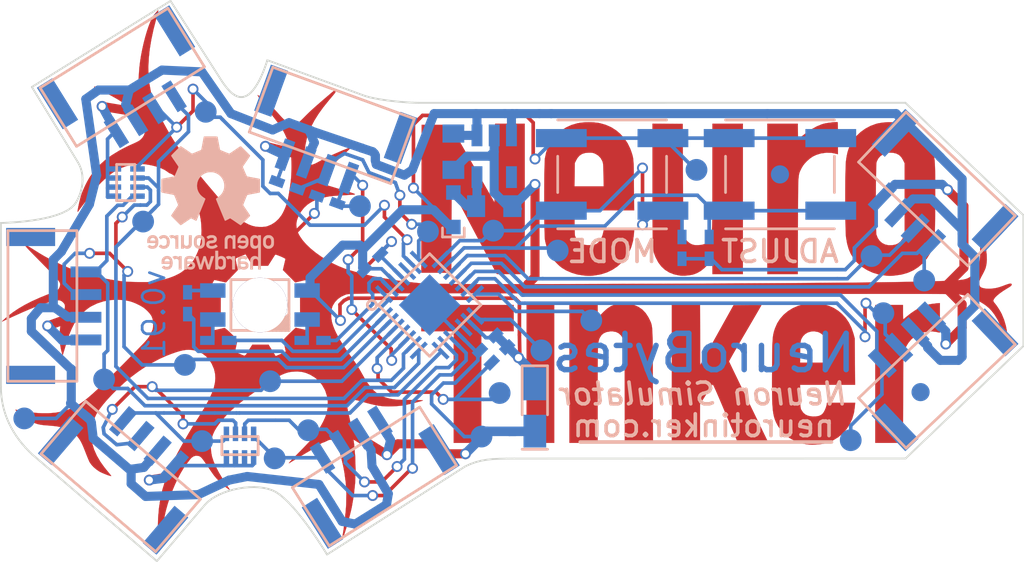
<source format=kicad_pcb>
(kicad_pcb (version 4) (host pcbnew 4.0.4+e1-6308~48~ubuntu14.04.1-stable)
  (title_block (title "NeuroBytes v0.91") (date 2016-06-22) (rev B) (company "NeuroTinker, LLC") (comment 2 "MATTE GREEN SOLDER MASK WITH WHITE SILKSCREEN") (comment 3 "1.6mm FR4 RATED FOR ROHS REFLOW, 1OZ CU, ENIG FINISH") (comment 4 "FOOTPRINTS ORIENTED PER IPC-7351FC LEVEL B (PIN 1 IN LOWER LEFT)"))
  (layers (0 F.Cu signal hide) (31 B.Cu signal) (34 B.Paste user hide) (35 F.Paste user) (36 B.SilkS user) (37 F.SilkS user hide) (38 B.Mask user) (39 F.Mask user hide) (44 Edge.Cuts user))
  (net 0 "")
  (net 1 GND)
  (net 2 VCC)
  (net 3 +5V)
  (net 4 "Net-(D1-Pad1)")
  (net 5 "Net-(D1-Pad4)")
  (net 6 "Net-(D1-Pad3)")
  (net 7 MODE)
  (net 8 SCK)
  (net 9 DEND1-TYPE)
  (net 10 DEND1-SIG)
  (net 11 DEND2-TYPE)
  (net 12 DEND2-SIG)
  (net 13 LED-G)
  (net 14 LED-R)
  (net 15 LED-B)
  (net 16 DEND3-TYPE)
  (net 17 DEND3-SIG)
  (net 18 DEND4-TYPE)
  (net 19 RESET)
  (net 20 DEND4-SIG)
  (net 21 DEND5-SIG)
  (net 22 DEND5-TYPE)
  (net 23 AXON1-SIG)
  (net 24 AXON2-SIG)
  (net 25 AXON1-TYPE/MOSI)
  (net 26 "Net-(C5-Pad1)")
  (net 27 "Net-(IC2-Pad5)")
  (net 28 "Net-(IC2-Pad17)")
  (net 29 MISO)
  (net 30 AXON2-TYPE)
  (net 31 ADJUST)
  (module NeuroBytes-v09:v09-logo-fcu (layer F.Cu) (at 66.44 99.1)
    (fp_text reference G*** hide)
    (fp_text value LOGO hide)
    (fp_poly (pts (xy -19.20359 -14.889743) (xy -19.206286 -14.862691) (xy -19.221006 -14.794997) (xy -19.245733 -14.694893) (xy -19.278455 -14.570612) (xy -19.308039 -14.462877) (xy -19.464784 -13.858874) (xy -19.587514 -13.289362) (xy -19.676342 -12.751136) (xy -19.731381 -12.240987) (xy -19.752742 -11.755711) (xy -19.740539 -11.2921) (xy -19.694884 -10.846948) (xy -19.615889 -10.417048) (xy -19.503668 -9.999194) (xy -19.468513 -9.890491) (xy -19.393323 -9.688469) (xy -19.292785 -9.452783) (xy -19.170997 -9.191227) (xy -19.032058 -8.911595) (xy -18.880064 -8.621681) (xy -18.719114 -8.329279) (xy -18.553306 -8.042183) (xy -18.386738 -7.768187) (xy -18.223507 -7.515085) (xy -18.205214 -7.487788) (xy -18.097953 -7.332014) (xy -17.968845 -7.150173) (xy -17.827856 -6.955866) (xy -17.684954 -6.762695) (xy -17.550105 -6.584262) (xy -17.433276 -6.43417) (xy -17.432053 -6.432633) (xy -17.150879 -6.081492) (xy -16.885444 -5.754382) (xy -16.640027 -5.456527) (xy -16.418908 -5.193151) (xy -16.360563 -5.124694) (xy -16.239646 -4.982836) (xy -16.108106 -4.827628) (xy -15.978361 -4.673781) (xy -15.862835 -4.536008) (xy -15.8119 -4.474875) (xy -15.516746 -4.133364) (xy -15.236684 -3.8382) (xy -14.969794 -3.587807) (xy -14.714155 -3.380612) (xy -14.467846 -3.21504) (xy -14.228947 -3.089517) (xy -14.027166 -3.012149) (xy -13.850693 -2.97122) (xy -13.654397 -2.950293) (xy -13.456944 -2.94987) (xy -13.276995 -2.970453) (xy -13.195914 -2.989808) (xy -12.971412 -3.08193) (xy -12.761112 -3.217824) (xy -12.572714 -3.390825) (xy -12.41392 -3.594271) (xy -12.331054 -3.738033) (xy -12.252206 -3.902276) (xy -12.186298 -4.058533) (xy -12.130708 -4.216265) (xy -12.08281 -4.384934) (xy -12.039981 -4.573999) (xy -11.999597 -4.792921) (xy -11.959033 -5.051161) (xy -11.950356 -5.110511) (xy -11.919788 -5.328311) (xy -11.896949 -5.510569) (xy -11.880765 -5.671826) (xy -11.870159 -5.826621) (xy -11.864055 -5.989497) (xy -11.861375 -6.174992) (xy -11.860961 -6.318218) (xy -11.863217 -6.5788) (xy -11.870993 -6.798774) (xy -11.885801 -6.988227) (xy -11.909151 -7.157243) (xy -11.942555 -7.315909) (xy -11.987525 -7.474308) (xy -12.045571 -7.642528) (xy -12.068612 -7.703904) (xy -12.142148 -7.888298) (xy -12.216685 -8.055386) (xy -12.297204 -8.213358) (xy -12.388684 -8.370406) (xy -12.496103 -8.534719) (xy -12.624441 -8.714489) (xy -12.778677 -8.917906) (xy -12.903403 -9.07709) (xy -13.088859 -9.31248) (xy -13.244349 -9.51202) (xy -13.372344 -9.679022) (xy -13.475315 -9.816799) (xy -13.555733 -9.928661) (xy -13.616069 -10.017922) (xy -13.658794 -10.087892) (xy -13.662395 -10.094318) (xy -13.7349 -10.225001) (xy -13.658455 -10.18547) (xy -13.542164 -10.113021) (xy -13.399825 -10.003623) (xy -13.235665 -9.861185) (xy -13.053913 -9.689612) (xy -12.858795 -9.492811) (xy -12.65454 -9.27469) (xy -12.56317 -9.173314) (xy -12.400422 -8.995464) (xy -12.261583 -8.855837) (xy -12.141279 -8.75108) (xy -12.034136 -8.677842) (xy -11.934782 -8.632772) (xy -11.837843 -8.612518) (xy -11.737946 -8.613729) (xy -11.679789 -8.622331) (xy -11.619894 -8.635251) (xy -11.566784 -8.652772) (xy -11.514195 -8.679676) (xy -11.455864 -8.720743) (xy -11.385526 -8.780755) (xy -11.296919 -8.864493) (xy -11.18378 -8.976738) (xy -11.085485 -9.075992) (xy -10.998543 -9.162954) (xy -10.908161 -9.250816) (xy -10.810378 -9.3431) (xy -10.701232 -9.443326) (xy -10.576761 -9.555016) (xy -10.433002 -9.681691) (xy -10.265994 -9.826872) (xy -10.071774 -9.99408) (xy -9.846382 -10.186837) (xy -9.588427 -10.406476) (xy -9.533295 -10.450121) (xy -9.499689 -10.462867) (xy -9.472106 -10.44867) (xy -9.461731 -10.438794) (xy -9.446836 -10.424839) (xy -9.437012 -10.412255) (xy -9.435634 -10.396051) (xy -9.44608 -10.371237) (xy -9.471725 -10.332823) (xy -9.515947 -10.275819) (xy -9.582123 -10.195235) (xy -9.673628 -10.086081) (xy -9.79384 -9.943366) (xy -9.809808 -9.924397) (xy -10.116819 -9.542405) (xy -10.379556 -9.177331) (xy -10.600007 -8.824978) (xy -10.780157 -8.48115) (xy -10.921993 -8.141649) (xy -11.027502 -7.80228) (xy -11.09867 -7.458846) (xy -11.136508 -7.121706) (xy -11.146741 -6.94159) (xy -11.148542 -6.803611) (xy -11.140646 -6.699561) (xy -11.121789 -6.621235) (xy -11.090706 -6.560426) (xy -11.046133 -6.508926) (xy -11.041396 -6.504448) (xy -10.956038 -6.434382) (xy -10.874109 -6.391993) (xy -10.78765 -6.377899) (xy -10.688703 -6.392717) (xy -10.569309 -6.437067) (xy -10.421509 -6.511565) (xy -10.336475 -6.559165) (xy -10.209878 -6.630292) (xy -10.085648 -6.697838) (xy -9.976973 -6.754772) (xy -9.897043 -6.794064) (xy -9.888506 -6.797932) (xy -9.814153 -6.831118) (xy -9.706426 -6.879299) (xy -9.578345 -6.936649) (xy -9.442929 -6.99734) (xy -9.407407 -7.01327) (xy -9.239472 -7.087314) (xy -9.076969 -7.156606) (xy -8.926548 -7.218536) (xy -8.794854 -7.270491) (xy -8.688536 -7.30986) (xy -8.614241 -7.33403) (xy -8.578616 -7.340389) (xy -8.576947 -7.339577) (xy -8.591894 -7.318974) (xy -8.643817 -7.26562) (xy -8.731655 -7.180512) (xy -8.854345 -7.064643) (xy -9.010822 -6.919011) (xy -9.200026 -6.744609) (xy -9.420893 -6.542434) (xy -9.672359 -6.313481) (xy -9.683341 -6.303506) (xy -9.837061 -6.162275) (xy -9.956392 -6.048334) (xy -10.045988 -5.956389) (xy -10.1105 -5.881146) (xy -10.15458 -5.817311) (xy -10.18288 -5.759591) (xy -10.195653 -5.720507) (xy -10.206568 -5.589806) (xy -10.172156 -5.466961) (xy -10.097918 -5.361319) (xy -9.989356 -5.282225) (xy -9.921521 -5.254801) (xy -9.86579 -5.237682) (xy -9.769013 -5.208159) (xy -9.638817 -5.16855) (xy -9.482828 -5.121174) (xy -9.308675 -5.068349) (xy -9.123984 -5.012392) (xy -9.112281 -5.008849) (xy -8.89553 -4.942967) (xy -8.723031 -4.889821) (xy -8.590244 -4.84781) (xy -8.492634 -4.815333) (xy -8.425662 -4.790789) (xy -8.384791 -4.772577) (xy -8.365484 -4.759097) (xy -8.363203 -4.748748) (xy -8.365701 -4.745456) (xy -8.393465 -4.74083) (xy -8.46466 -4.734408) (xy -8.571921 -4.726697) (xy -8.707882 -4.718208) (xy -8.865174 -4.709448) (xy -8.949749 -4.705114) (xy -9.135029 -4.694691) (xy -9.321382 -4.682064) (xy -9.496528 -4.668221) (xy -9.648187 -4.65415) (xy -9.764079 -4.640837) (xy -9.783983 -4.638045) (xy -10.142357 -4.56879) (xy -10.459008 -4.472104) (xy -10.735727 -4.346869) (xy -10.974302 -4.19197) (xy -11.176524 -4.00629) (xy -11.344182 -3.788713) (xy -11.45121 -3.598001) (xy -11.519879 -3.445729) (xy -11.563545 -3.318034) (xy -11.5867 -3.198067) (xy -11.593836 -3.068981) (xy -11.593852 -3.062949) (xy -11.58158 -2.890671) (xy -11.541324 -2.72748) (xy -11.468432 -2.558284) (xy -11.400848 -2.437106) (xy -11.244865 -2.21349) (xy -11.044571 -1.986364) (xy -10.805927 -1.759863) (xy -10.534894 -1.538116) (xy -10.237434 -1.325255) (xy -9.91951 -1.125412) (xy -9.587083 -0.942718) (xy -9.246114 -0.781306) (xy -8.902566 -0.645305) (xy -8.733633 -0.588735) (xy -8.130384 -0.415566) (xy -7.481251 -0.260013) (xy -6.788185 -0.122436) (xy -6.053136 -0.003198) (xy -5.278054 0.09734) (xy -4.716416 0.156047) (xy -4.621773 0.162349) (xy -4.476353 0.16814) (xy -4.28023 0.173418) (xy -4.033476 0.178184) (xy -3.736162 0.182438) (xy -3.388361 0.186179) (xy -2.990146 0.189407) (xy -2.541588 0.192123) (xy -2.042761 0.194326) (xy -1.493735 0.196016) (xy -0.894585 0.197192) (xy -0.24538 0.197856) (xy 0.453805 0.198006) (xy 1.202898 0.197642) (xy 2.001829 0.196764) (xy 2.850523 0.195373) (xy 3.748909 0.193468) (xy 4.696915 0.191049) (xy 5.694468 0.188115) (xy 6.741496 0.184667) (xy 7.837926 0.180704) (xy 8.085286 0.179765) (xy 9.212742 0.175325) (xy 10.290541 0.17082) (xy 11.319876 0.166239) (xy 12.301941 0.161571) (xy 13.237929 0.156803) (xy 14.129034 0.151924) (xy 14.976449 0.146923) (xy 15.781368 0.141788) (xy 16.544985 0.136508) (xy 17.268492 0.13107) (xy 17.953083 0.125463) (xy 18.599953 0.119676) (xy 19.210293 0.113697) (xy 19.785299 0.107514) (xy 20.326163 0.101116) (xy 20.834079 0.094492) (xy 21.310241 0.087628) (xy 21.755841 0.080515) (xy 22.172074 0.07314) (xy 22.560133 0.065491) (xy 22.921212 0.057558) (xy 23.256504 0.049329) (xy 23.567202 0.040791) (xy 23.8545 0.031933) (xy 24.077878 0.024264) (xy 24.371572 0.012917) (xy 24.619617 0.00114) (xy 24.827213 -0.01212) (xy 24.999559 -0.027913) (xy 25.141853 -0.047293) (xy 25.259293 -0.07131) (xy 25.35708 -0.101017) (xy 25.440411 -0.137466) (xy 25.514485 -0.181708) (xy 25.584502 -0.234796) (xy 25.651803 -0.294203) (xy 25.806573 -0.471337) (xy 25.930512 -0.687873) (xy 26.024046 -0.944594) (xy 26.040827 -1.007502) (xy 26.060938 -1.093672) (xy 26.075681 -1.175159) (xy 26.085831 -1.262209) (xy 26.092164 -1.365068) (xy 26.095456 -1.493982) (xy 26.096482 -1.659196) (xy 26.096425 -1.741642) (xy 26.094652 -1.90974) (xy 26.090316 -2.071739) (xy 26.083911 -2.216484) (xy 26.075932 -2.332819) (xy 26.066873 -2.409588) (xy 26.066767 -2.410188) (xy 26.050449 -2.521653) (xy 26.051488 -2.592106) (xy 26.072569 -2.629224) (xy 26.116379 -2.640682) (xy 26.14694 -2.639257) (xy 26.182623 -2.632768) (xy 26.211397 -2.616713) (xy 26.235896 -2.584525) (xy 26.258751 -2.529641) (xy 26.282594 -2.445495) (xy 26.310059 -2.325522) (xy 26.343777 -2.163156) (xy 26.349841 -2.133237) (xy 26.414615 -1.764289) (xy 26.45153 -1.435807) (xy 26.46057 -1.148296) (xy 26.441721 -0.902259) (xy 26.394967 -0.698199) (xy 26.392624 -0.691233) (xy 26.359094 -0.607539) (xy 26.30776 -0.496545) (xy 26.246532 -0.374822) (xy 26.202182 -0.292393) (xy 26.143434 -0.181753) (xy 26.093568 -0.078862) (xy 26.058562 0.003396) (xy 26.045229 0.045915) (xy 26.037989 0.156971) (xy 26.054819 0.260605) (xy 26.092095 0.339715) (xy 26.111933 0.360674) (xy 26.193959 0.403269) (xy 26.315489 0.43375) (xy 26.466279 0.450524) (xy 26.636082 0.451999) (xy 26.683984 0.44956) (xy 26.846184 0.434416) (xy 26.996421 0.408514) (xy 27.150423 0.368004) (xy 27.32392 0.309034) (xy 27.441919 0.263976) (xy 27.551221 0.223679) (xy 27.651031 0.191589) (xy 27.726587 0.172244) (xy 27.751852 0.168706) (xy 27.806211 0.172704) (xy 27.826222 0.199328) (xy 27.828128 0.226445) (xy 27.820805 0.258224) (xy 27.794116 0.292133) (xy 27.740985 0.334122) (xy 27.654334 0.390141) (xy 27.580379 0.434702) (xy 27.369978 0.566359) (xy 27.189318 0.693184) (xy 27.041234 0.812467) (xy 26.928564 0.921499) (xy 26.854142 1.017572) (xy 26.820805 1.097977) (xy 26.827726 1.153658) (xy 26.865036 1.211569) (xy 26.913148 1.271271) (xy 26.979177 1.353699) (xy 27.058332 1.467014) (xy 27.141234 1.596504) (xy 27.218503 1.727457) (xy 27.280758 1.845162) (xy 27.285996 1.856056) (xy 27.411797 2.164137) (xy 27.507868 2.490225) (xy 27.549145 2.691863) (xy 27.571665 2.836563) (xy 27.582293 2.938699) (xy 27.58008 3.005368) (xy 27.564077 3.043666) (xy 27.533334 3.060689) (xy 27.49939 3.063764) (xy 27.466123 3.061427) (xy 27.440443 3.04885) (xy 27.417135 3.017686) (xy 27.390986 2.959585) (xy 27.356781 2.866201) (xy 27.332654 2.796797) (xy 27.20016 2.45345) (xy 27.054022 2.152742) (xy 26.890733 1.88748) (xy 26.885373 1.879766) (xy 26.735432 1.681889) (xy 26.583252 1.519429) (xy 26.41456 1.378398) (xy 26.277178 1.283758) (xy 26.057944 1.14828) (xy 25.862027 1.041046) (xy 25.675105 0.956105) (xy 25.482859 0.887504) (xy 25.270968 0.829293) (xy 25.082183 0.787136) (xy 25.055152 0.781615) (xy 25.02805 0.776494) (xy 24.998962 0.77176) (xy 24.965974 0.767397) (xy 24.92717 0.763391) (xy 24.880636 0.759727) (xy 24.824455 0.756392) (xy 24.756714 0.75337) (xy 24.675497 0.750648) (xy 24.57889 0.74821) (xy 24.464977 0.746043) (xy 24.331843 0.744131) (xy 24.177574 0.74246) (xy 24.000254 0.741017) (xy 23.797968 0.739786) (xy 23.568802 0.738752) (xy 23.310841 0.737902) (xy 23.022169 0.737222) (xy 22.700872 0.736695) (xy 22.345034 0.736309) (xy 21.95274 0.736048) (xy 21.522077 0.735898) (xy 21.051127 0.735845) (xy 20.537978 0.735874) (xy 19.980713 0.735971) (xy 19.377418 0.73612) (xy 18.726177 0.736309) (xy 18.36987 0.736417) (xy 17.803846 0.736495) (xy 17.191153 0.736405) (xy 16.535974 0.736152) (xy 15.842489 0.735742) (xy 15.114881 0.735183) (xy 14.357333 0.73448) (xy 13.574025 0.733639) (xy 12.76914 0.732667) (xy 11.946859 0.73157) (xy 11.111364 0.730354) (xy 10.266838 0.729026) (xy 9.417462 0.727592) (xy 8.567419 0.726057) (xy 7.720889 0.724429) (xy 6.882055 0.722713) (xy 6.055098 0.720916) (xy 5.244201 0.719044) (xy 4.453546 0.717103) (xy 3.687314 0.7151) (xy 3.178179 0.713693) (xy 2.49649 0.711839) (xy 1.819246 0.710138) (xy 1.148754 0.708592) (xy 0.487325 0.707202) (xy -0.162732 0.70597) (xy -0.799108 0.704896) (xy -1.419493 0.703982) (xy -2.021578 0.703228) (xy -2.603054 0.702636) (xy -3.16161 0.702207) (xy -3.694938 0.701941) (xy -4.200728 0.701841) (xy -4.67667 0.701907) (xy -5.120456 0.702141) (xy -5.529775 0.702543) (xy -5.902319 0.703114) (xy -6.235778 0.703856) (xy -6.527842 0.70477) (xy -6.776202 0.705857) (xy -6.978548 0.707118) (xy -7.132572 0.708554) (xy -7.144544 0.708698) (xy -7.468154 0.712741) (xy -7.745041 0.716356) (xy -7.979328 0.71973) (xy -8.175139 0.723047) (xy -8.336599 0.726493) (xy -8.46783 0.730252) (xy -8.572957 0.734509) (xy -8.656103 0.73945) (xy -8.721392 0.745259) (xy -8.772949 0.752122) (xy -8.814896 0.760224) (xy -8.851358 0.769749) (xy -8.886458 0.780883) (xy -8.906722 0.787775) (xy -9.122291 0.886066) (xy -9.311919 1.02154) (xy -9.468922 1.188023) (xy -9.586617 1.379339) (xy -9.613205 1.440511) (xy -9.648559 1.570239) (xy -9.669148 1.732877) (xy -9.674726 1.912601) (xy -9.665045 2.093586) (xy -9.639859 2.260008) (xy -9.626838 2.313714) (xy -9.57147 2.491867) (xy -9.500043 2.676976) (xy -9.410238 2.873107) (xy -9.299738 3.084323) (xy -9.166226 3.314689) (xy -9.007383 3.56827) (xy -8.820893 3.849131) (xy -8.604437 4.161337) (xy -8.448652 4.380112) (xy -8.343904 4.531945) (xy -8.231582 4.704774) (xy -8.123456 4.879891) (xy -8.031296 5.038586) (xy -8.010178 5.077117) (xy -7.841865 5.376103) (xy -7.682256 5.630119) (xy -7.527223 5.843397) (xy -7.372638 6.020173) (xy -7.214374 6.16468) (xy -7.048303 6.281154) (xy -6.870299 6.373827) (xy -6.676232 6.446936) (xy -6.67428 6.447556) (xy -6.539699 6.486844) (xy -6.404955 6.518286) (xy -6.262374 6.542644) (xy -6.104282 6.560679) (xy -5.923003 6.573154) (xy -5.710863 6.580831) (xy -5.460188 6.584471) (xy -5.289759 6.585035) (xy -5.074654 6.585917) (xy -4.897368 6.588395) (xy -4.760719 6.592368) (xy -4.667527 6.597736) (xy -4.62061 6.604398) (xy -4.615986 6.609122) (xy -4.649112 6.623914) (xy -4.72325 6.647522) (xy -4.829764 6.67776) (xy -4.960019 6.71244) (xy -5.10538 6.749377) (xy -5.257211 6.786384) (xy -5.406877 6.821275) (xy -5.545744 6.851862) (xy -5.665175 6.875961) (xy -5.682582 6.879192) (xy -5.792129 6.895105) (xy -5.936286 6.910171) (xy -6.098814 6.922983) (xy -6.263475 6.932137) (xy -6.318355 6.934209) (xy -6.519366 6.937553) (xy -6.706683 6.932984) (xy -6.888926 6.919099) (xy -7.074718 6.894495) (xy -7.27268 6.857769) (xy -7.491435 6.807519) (xy -7.739603 6.742342) (xy -8.025806 6.660834) (xy -8.059834 6.650854) (xy -8.225338 6.605418) (xy -8.352977 6.579487) (xy -8.451928 6.573261) (xy -8.531371 6.586942) (xy -8.600484 6.62073) (xy -8.65628 6.663926) (xy -8.709764 6.71413) (xy -8.749482 6.763064) (xy -8.775563 6.817337) (xy -8.788138 6.883556) (xy -8.787337 6.968331) (xy -8.77329 7.078269) (xy -8.746128 7.219979) (xy -8.70598 7.400069) (xy -8.673502 7.538638) (xy -8.520938 8.275865) (xy -8.412751 9.008344) (xy -8.349024 9.732897) (xy -8.329839 10.446346) (xy -8.355278 11.145513) (xy -8.425424 11.827219) (xy -8.540359 12.488287) (xy -8.54483 12.509309) (xy -8.584316 12.684483) (xy -8.630513 12.873809) (xy -8.681597 13.071192) (xy -8.735744 13.270533) (xy -8.791132 13.465737) (xy -8.845938 13.650706) (xy -8.898336 13.819343) (xy -8.946505 13.965552) (xy -8.988621 14.083235) (xy -9.02286 14.166296) (xy -9.047398 14.208638) (xy -9.054302 14.212813) (xy -9.067868 14.19206) (xy -9.065321 14.155605) (xy -9.034835 13.998209) (xy -9.002734 13.800198) (xy -8.970249 13.57173) (xy -8.938609 13.32296) (xy -8.909041 13.064047) (xy -8.882775 12.805146) (xy -8.86104 12.556415) (xy -8.8459 12.341979) (xy -8.833132 11.755296) (xy -8.866456 11.167169) (xy -8.946389 10.570704) (xy -9.000399 10.284584) (xy -9.032316 10.137085) (xy -9.070765 9.971512) (xy -9.113613 9.795902) (xy -9.158723 9.618292) (xy -9.203959 9.446717) (xy -9.247186 9.289214) (xy -9.286268 9.153821) (xy -9.31907 9.048572) (xy -9.343456 8.981506) (xy -9.35059 8.9668) (xy -9.438639 8.86162) (xy -9.555454 8.798242) (xy -9.653411 8.778592) (xy -9.735755 8.776745) (xy -9.809519 8.792497) (xy -9.897214 8.831303) (xy -9.920111 8.843211) (xy -10.01044 8.887016) (xy -10.095702 8.921894) (xy -10.144478 8.936978) (xy -10.205835 8.963191) (xy -10.284474 9.013578) (xy -10.351054 9.066745) (xy -10.447565 9.142546) (xy -10.55979 9.21676) (xy -10.627311 9.254594) (xy -10.692623 9.289952) (xy -10.797144 9.349637) (xy -10.936824 9.431242) (xy -11.107616 9.532359) (xy -11.30547 9.650581) (xy -11.526338 9.783501) (xy -11.766173 9.928712) (xy -11.98503 10.061903) (xy -12.004979 10.070126) (xy -11.998829 10.054016) (xy -11.964969 10.011807) (xy -11.90179 9.941732) (xy -11.80768 9.842024) (xy -11.681029 9.710917) (xy -11.520226 9.546644) (xy -11.453699 9.479079) (xy -11.311042 9.333702) (xy -11.173229 9.192005) (xy -11.046269 9.060259) (xy -10.936168 8.944737) (xy -10.848934 8.851708) (xy -10.790572 8.787445) (xy -10.784218 8.780139) (xy -10.595414 8.545708) (xy -10.418246 8.296451) (xy -10.257889 8.041335) (xy -10.11952 7.789321) (xy -10.008317 7.549377) (xy -9.929455 7.330464) (xy -9.913335 7.272041) (xy -9.863423 6.976696) (xy -9.860345 6.676572) (xy -9.90328 6.380779) (xy -9.991405 6.098425) (xy -10.026525 6.017714) (xy -10.1734 5.757218) (xy -10.354379 5.534146) (xy -10.5713 5.34662) (xy -10.825995 5.192765) (xy -10.840227 5.18569) (xy -11.0597 5.093127) (xy -11.275085 5.036914) (xy -11.503601 5.013614) (xy -11.692046 5.015575) (xy -11.838479 5.027037) (xy -11.978081 5.048448) (xy -12.116439 5.082337) (xy -12.259141 5.131234) (xy -12.411774 5.197668) (xy -12.579926 5.284167) (xy -12.769183 5.393262) (xy -12.985134 5.527481) (xy -13.233365 5.689353) (xy -13.345035 5.763809) (xy -13.793197 6.06994) (xy -14.19525 6.356879) (xy -14.551931 6.625213) (xy -14.863979 6.875527) (xy -15.132133 7.108405) (xy -15.35713 7.324432) (xy -15.480616 7.456125) (xy -15.686568 7.694166) (xy -15.855924 7.907286) (xy -15.992445 8.101501) (xy -16.09989 8.282828) (xy -16.18202 8.457282) (xy -16.242598 8.630881) (xy -16.26331 8.708208) (xy -16.300028 8.931809) (xy -16.309912 9.179846) (xy -16.293417 9.433847) (xy -16.251 9.675341) (xy -16.238162 9.725225) (xy -16.151671 9.983621) (xy -16.02696 10.269735) (xy -15.865888 10.579982) (xy -15.670312 10.910781) (xy -15.44744 11.250751) (xy -15.364984 11.371152) (xy -15.308616 11.454747) (xy -15.275757 11.506731) (xy -15.263823 11.532294) (xy -15.270234 11.536629) (xy -15.292407 11.52493) (xy -15.319802 11.507489) (xy -15.468056 11.401053) (xy -15.63256 11.264194) (xy -15.800914 11.108498) (xy -15.960718 10.945552) (xy -16.099571 10.786943) (xy -16.125156 10.754955) (xy -16.167719 10.697516) (xy -16.232099 10.606566) (xy -16.31211 10.491036) (xy -16.401567 10.359861) (xy -16.494281 10.221973) (xy -16.494917 10.221021) (xy -16.604595 10.057916) (xy -16.69176 9.93225) (xy -16.761254 9.838591) (xy -16.817916 9.771511) (xy -16.866588 9.72558) (xy -16.91211 9.695369) (xy -16.959324 9.675446) (xy -16.989288 9.666494) (xy -17.129445 9.652649) (xy -17.260619 9.688149) (xy -17.379977 9.771862) (xy -17.448855 9.850215) (xy -17.508254 9.928882) (xy -17.582028 10.025382) (xy -17.647043 10.109579) (xy -17.807379 10.337144) (xy -17.969595 10.607164) (xy -18.130136 10.911535) (xy -18.285448 11.242153) (xy -18.431975 11.590912) (xy -18.566162 11.94971) (xy -18.684455 12.31044) (xy -18.783298 12.665) (xy -18.802826 12.744485) (xy -18.846232 12.94363) (xy -18.891236 13.1816) (xy -18.93611 13.446478) (xy -18.979125 13.726344) (xy -19.018553 14.009283) (xy -19.052666 14.283377) (xy -19.079735 14.536708) (xy -19.098033 14.757358) (xy -19.100538 14.797378) (xy -19.11161 14.876436) (xy -19.13512 14.914066) (xy -19.149063 14.919505) (xy -19.166784 14.916916) (xy -19.180027 14.896334) (xy -19.190262 14.850169) (xy -19.198961 14.770828) (xy -19.207595 14.650717) (xy -19.210616 14.601907) (xy -19.216447 14.476962) (xy -19.221457 14.314332) (xy -19.225384 14.127181) (xy -19.227969 13.928672) (xy -19.22895 13.731968) (xy -19.228901 13.678879) (xy -19.212779 13.095298) (xy -19.165885 12.54524) (xy -19.086148 12.020253) (xy -18.971498 11.511884) (xy -18.819864 11.011678) (xy -18.629175 10.511184) (xy -18.397362 10.001948) (xy -18.263571 9.737938) (xy -18.128792 9.484436) (xy -17.98148 9.214788) (xy -17.826316 8.937074) (xy -17.667979 8.65937) (xy -17.511149 8.389755) (xy -17.360507 8.136306) (xy -17.220732 7.907102) (xy -17.096505 7.710221) (xy -17.030535 7.609707) (xy -16.975235 7.525171) (xy -16.932894 7.456776) (xy -16.910087 7.415303) (xy -16.907908 7.408703) (xy -16.893977 7.378636) (xy -16.859449 7.326485) (xy -16.848967 7.31221) (xy -16.783805 7.217247) (xy -16.702989 7.087072) (xy -16.612697 6.932398) (xy -16.519108 6.763937) (xy -16.428399 6.592404) (xy -16.388448 6.51363) (xy -16.244511 6.19769) (xy -16.141612 5.906364) (xy -16.079091 5.635164) (xy -16.056286 5.379603) (xy -16.072533 5.135193) (xy -16.127173 4.897447) (xy -16.14301 4.849256) (xy -16.258022 4.584342) (xy -16.406494 4.354951) (xy -16.585593 4.163194) (xy -16.792487 4.011186) (xy -17.02434 3.901037) (xy -17.278321 3.834861) (xy -17.53083 3.814631) (xy -17.679318 3.82239) (xy -17.841269 3.846669) (xy -18.02285 3.889131) (xy -18.230227 3.95144) (xy -18.469564 4.035259) (xy -18.747028 4.14225) (xy -18.750441 4.143613) (xy -19.123744 4.309522) (xy -19.5125 4.513787) (xy -19.907364 4.750368) (xy -20.298994 5.013225) (xy -20.678044 5.29632) (xy -21.035171 5.593612) (xy -21.141241 5.688876) (xy -21.464388 5.993057) (xy -21.756835 6.285501) (xy -22.016184 6.563493) (xy -22.240036 6.824318) (xy -22.425992 7.065262) (xy -22.571656 7.283609) (xy -22.613056 7.354876) (xy -22.760077 7.668203) (xy -22.856862 7.987957) (xy -22.903519 8.3134) (xy -22.900156 8.643793) (xy -22.84688 8.978397) (xy -22.743799 9.316475) (xy -22.59102 9.657287) (xy -22.388651 10.000096) (xy -22.186532 10.281201) (xy -22.102326 10.387965) (xy -22.012767 10.498922) (xy -21.933209 10.595122) (xy -21.910229 10.622194) (xy -21.853013 10.691719) (xy -21.813506 10.745208) (xy -21.799219 10.772381) (xy -21.79965 10.773491) (xy -21.830695 10.773146) (xy -21.897717 10.755403) (xy -21.990524 10.724175) (xy -22.098924 10.683374) (xy -22.212725 10.636914) (xy -22.321734 10.588706) (xy -22.415759 10.542663) (xy -22.45065 10.523587) (xy -22.60918 10.418024) (xy -22.758423 10.291499) (xy -22.886385 10.155662) (xy -22.981069 10.022166) (xy -22.996908 9.99296) (xy -23.026954 9.927862) (xy -23.070535 9.825766) (xy -23.123287 9.697269) (xy -23.180846 9.552971) (xy -23.227868 9.432116) (xy -23.312982 9.216895) (xy -23.388171 9.04206) (xy -23.457937 8.899236) (xy -23.52678 8.780047) (xy -23.599203 8.676119) (xy -23.679705 8.579077) (xy -23.696103 8.560926) (xy -23.867748 8.399595) (xy -24.063042 8.267513) (xy -24.286569 8.162925) (xy -24.542907 8.084081) (xy -24.836638 8.029227) (xy -25.171171 7.996684) (xy -25.389812 7.981174) (xy -25.567506 7.963452) (xy -25.714153 7.941745) (xy -25.839656 7.914283) (xy -25.953914 7.879293) (xy -26.061061 7.837469) (xy -26.360723 7.691258) (xy -26.63739 7.51522) (xy -26.905214 7.300114) (xy -26.959989 7.25065) (xy -27.032399 7.182962) (xy -27.070355 7.143) (xy -27.077517 7.12483) (xy -27.057545 7.122516) (xy -27.037056 7.125719) (xy -26.773431 7.173321) (xy -26.552147 7.21197) (xy -26.36568 7.242687) (xy -26.206506 7.26649) (xy -26.067102 7.284399) (xy -25.939945 7.297435) (xy -25.817512 7.306616) (xy -25.692278 7.312963) (xy -25.641541 7.314874) (xy -25.242696 7.315431) (xy -24.878242 7.286727) (xy -24.539705 7.226855) (xy -24.218612 7.133908) (xy -23.906486 7.005981) (xy -23.632401 6.862895) (xy -23.522322 6.795916) (xy -23.403285 6.715362) (xy -23.273371 6.619455) (xy -23.130662 6.506416) (xy -22.973241 6.374465) (xy -22.79919 6.221825) (xy -22.606591 6.046716) (xy -22.393526 5.847359) (xy -22.158078 5.621975) (xy -21.898328 5.368786) (xy -21.612359 5.086013) (xy -21.298254 4.771876) (xy -20.954093 4.424598) (xy -20.57796 4.042398) (xy -20.440939 3.902637) (xy -20.263399 3.721012) (xy -20.117599 3.570533) (xy -19.999451 3.446263) (xy -19.904866 3.343264) (xy -19.829755 3.256598) (xy -19.770028 3.181329) (xy -19.721597 3.112519) (xy -19.680372 3.045229) (xy -19.642264 2.974524) (xy -19.603185 2.895466) (xy -19.598147 2.884998) (xy -19.547648 2.777389) (xy -19.515708 2.697162) (xy -19.498137 2.626223) (xy -19.490742 2.546476) (xy -19.489334 2.439826) (xy -19.489396 2.415415) (xy -19.497848 2.233351) (xy -19.507138 2.183886) (xy -16.395706 2.183886) (xy -16.280353 2.458559) (xy -16.234572 2.566804) (xy -16.196075 2.656387) (xy -16.169005 2.717762) (xy -16.15761 2.741289) (xy -16.131453 2.739104) (xy -16.066123 2.72704) (xy -15.971884 2.707134) (xy -15.874359 2.685023) (xy -15.758917 2.658301) (xy -15.659237 2.635586) (xy -15.587308 2.61959) (xy -15.55754 2.613404) (xy -15.525557 2.627989) (xy -15.465914 2.672781) (xy -15.385742 2.740902) (xy -15.292175 2.825476) (xy -15.192344 2.919626) (xy -15.093384 3.016475) (xy -15.002426 3.109145) (xy -14.926604 3.19076) (xy -14.87305 3.254443) (xy -14.848897 3.293316) (xy -14.848221 3.29729) (xy -14.853674 3.339601) (xy -14.86865 3.419459) (xy -14.890782 3.524968) (xy -14.9146 3.630901) (xy -14.939893 3.744821) (xy -14.958803 3.83938) (xy -14.969431 3.904373) (xy -14.970145 3.92942) (xy -14.943632 3.943177) (xy -14.880066 3.97212) (xy -14.789318 4.011847) (xy -14.694006 4.052573) (xy -14.593546 4.096361) (xy -14.519945 4.126444) (xy -14.465039 4.138839) (xy -14.420664 4.129558) (xy -14.378653 4.094616) (xy -14.330843 4.030029) (xy -14.269068 3.931809) (xy -14.192553 3.807789) (xy -14.022122 3.534797) (xy -13.574661 3.534466) (xy -13.1272 3.534134) (xy -12.734094 4.168762) (xy -12.653483 4.134561) (xy -12.591595 4.108347) (xy -12.500437 4.069788) (xy -12.397585 4.026317) (xy -12.375825 4.017125) (xy -12.285984 3.976583) (xy -12.217611 3.940795) (xy -12.181669 3.915692) (xy -12.178778 3.910476) (xy -12.184096 3.877569) (xy -12.198527 3.806066) (xy -12.219787 3.706928) (xy -12.242342 3.60548) (xy -12.267884 3.488822) (xy -12.288526 3.387868) (xy -12.301936 3.314469) (xy -12.305906 3.282529) (xy -12.288187 3.252516) (xy -12.238963 3.194372) (xy -12.164135 3.114417) (xy -12.0696 3.018969) (xy -11.969019 2.921694) (xy -11.632132 2.602228) (xy -11.314781 2.672436) (xy -11.195553 2.698425) (xy -11.09635 2.719312) (xy -11.026558 2.733176) (xy -10.995563 2.738094) (xy -10.994838 2.737938) (xy -10.975739 2.696892) (xy -10.945033 2.624265) (xy -10.907457 2.53204) (xy -10.867747 2.432202) (xy -10.830642 2.336734) (xy -10.800878 2.257619) (xy -10.783192 2.206842) (xy -10.780329 2.195284) (xy -10.800918 2.172051) (xy -10.857409 2.128491) (xy -10.941945 2.070185) (xy -11.046671 2.00271) (xy -11.084672 1.979168) (xy -11.388964 1.792492) (xy -11.390246 0.902602) (xy -11.084858 0.714303) (xy -10.961227 0.636764) (xy -10.876062 0.579563) (xy -10.823575 0.537988) (xy -10.797978 0.507327) (xy -10.793484 0.482871) (xy -10.794677 0.478093) (xy -10.810738 0.434803) (xy -10.841516 0.357498) (xy -10.881866 0.258977) (xy -10.908101 0.196022) (xy -10.946105 0.103109) (xy -10.975806 0.037763) (xy -11.00621 -0.002911) (xy -11.046325 -0.021806) (xy -11.105156 -0.021816) (xy -11.191709 -0.005834) (xy -11.314993 0.023246) (xy -11.390287 0.041107) (xy -11.656951 0.103497) (xy -12.334867 -0.579137) (xy -12.267725 -0.867997) (xy -12.240433 -0.984593) (xy -12.216811 -1.083986) (xy -12.199514 -1.155106) (xy -12.191459 -1.186084) (xy -12.209691 -1.206275) (xy -12.2648 -1.238888) (xy -12.345784 -1.279223) (xy -12.441637 -1.322581) (xy -12.541356 -1.364263) (xy -12.633937 -1.399569) (xy -12.708376 -1.423801) (xy -12.753668 -1.432258) (xy -12.761662 -1.429592) (xy -12.780002 -1.401477) (xy -12.820175 -1.33889) (xy -12.876769 -1.250291) (xy -12.944371 -1.144143) (xy -12.965364 -1.111125) (xy -13.154453 -0.813614) (xy -13.575575 -0.814085) (xy -13.996696 -0.814556) (xy -14.195266 -1.130932) (xy -14.393835 -1.447307) (xy -14.525796 -1.395346) (xy -14.700102 -1.325502) (xy -14.827206 -1.271836) (xy -14.906792 -1.234486) (xy -14.935533 -1.216897) (xy -14.939967 -1.183802) (xy -14.931635 -1.108766) (xy -14.911563 -0.998791) (xy -14.887666 -0.89004) (xy -14.816278 -0.58382) (xy -15.065208 -0.323692) (xy -15.163066 -0.221433) (xy -15.255476 -0.12487) (xy -15.333192 -0.043663) (xy -15.386966 0.012522) (xy -15.394436 0.020327) (xy -15.474734 0.104217) (xy -15.778158 0.037599) (xy -15.898152 0.011455) (xy -16.00138 -0.010659) (xy -16.076931 -0.026432) (xy -16.113893 -0.033552) (xy -16.114078 -0.033579) (xy -16.132868 -0.013379) (xy -16.166162 0.042579) (xy -16.208654 0.123216) (xy -16.255041 0.217456) (xy -16.300019 0.314221) (xy -16.338285 0.402433) (xy -16.364533 0.471015) (xy -16.373499 0.508229) (xy -16.352946 0.525598) (xy -16.296813 0.564424) (xy -16.212853 0.619553) (xy -16.108816 0.685829) (xy -16.068394 0.711143) (xy -15.763763 0.901064) (xy -15.764485 1.346778) (xy -15.765206 1.792492) (xy -15.910681 1.879994) (xy -16.00917 1.940096) (xy -16.124524 2.011732) (xy -16.225931 2.075691) (xy -16.395706 2.183886) (xy -19.507138 2.183886) (xy -19.52585 2.084255) (xy -19.579406 1.954021) (xy -19.664525 1.82854) (xy -19.787211 1.693707) (xy -19.80368 1.677281) (xy -19.924378 1.565447) (xy -20.041132 1.476677) (xy -20.175181 1.395698) (xy -20.251351 1.355395) (xy -20.447018 1.260332) (xy -20.619468 1.190044) (xy -20.786283 1.138957) (xy -20.965047 1.101492) (xy -21.126531 1.077829) (xy -21.496091 1.054633) (xy -21.863435 1.077738) (xy -22.221944 1.14571) (xy -22.565003 1.257115) (xy -22.885992 1.410519) (xy -23.011376 1.486314) (xy -23.182461 1.6129) (xy -23.36053 1.773008) (xy -23.532541 1.953416) (xy -23.685449 2.140906) (xy -23.755554 2.240545) (xy -23.862709 2.422245) (xy -23.972239 2.643782) (xy -24.079656 2.894603) (xy -24.180474 3.16416) (xy -24.270206 3.441902) (xy -24.278645 3.47057) (xy -24.320371 3.612971) (xy -24.361558 3.752294) (xy -24.397978 3.874325) (xy -24.425405 3.964846) (xy -24.4298 3.979079) (xy -24.477165 4.131631) (xy -24.505389 4.02993) (xy -24.551983 3.85133) (xy -24.584963 3.694601) (xy -24.607224 3.540598) (xy -24.621668 3.370178) (xy -24.6295 3.210193) (xy -24.634418 2.99529) (xy -24.63006 2.804361) (xy -24.614653 2.624275) (xy -24.586427 2.4419) (xy -24.54361 2.244106) (xy -24.48443 2.01776) (xy -24.454167 1.910668) (xy -24.403672 1.730397) (xy -24.368798 1.59073) (xy -24.349404 1.483928) (xy -24.345351 1.402248) (xy -24.356497 1.337949) (xy -24.382704 1.283289) (xy -24.42383 1.230526) (xy -24.441501 1.211311) (xy -24.523064 1.140276) (xy -24.61095 1.099824) (xy -24.716053 1.087996) (xy -24.849266 1.102831) (xy -24.939048 1.121783) (xy -25.15442 1.175804) (xy -25.369934 1.237369) (xy -25.59192 1.30884) (xy -25.826709 1.392581) (xy -26.080632 1.490954) (xy -26.360017 1.606323) (xy -26.671197 1.74105) (xy -27.0205 1.8975) (xy -27.036664 1.904838) (xy -27.217393 1.987051) (xy -27.383767 2.062977) (xy -27.529987 2.12995) (xy -27.650255 2.185306) (xy -27.738772 2.226378) (xy -27.789739 2.250503) (xy -27.799426 2.255434) (xy -27.819732 2.263176) (xy -27.806129 2.242996) (xy -27.76361 2.199724) (xy -27.697167 2.138189) (xy -27.611791 2.06322) (xy -27.525446 1.990371) (xy -27.234707 1.765401) (xy -26.919734 1.553354) (xy -26.574967 1.351135) (xy -26.194846 1.155651) (xy -25.773812 0.963807) (xy -25.412712 0.81442) (xy -25.267704 0.757082) (xy -25.13286 0.704451) (xy -25.017783 0.660223) (xy -24.932077 0.628093) (xy -24.889329 0.613003) (xy -24.773761 0.550663) (xy -24.682969 0.452733) (xy -24.626305 0.332078) (xy -24.611811 0.231172) (xy -24.612381 0.199157) (xy -24.615645 0.168516) (xy -24.623942 0.136597) (xy -24.639607 0.100753) (xy -24.664976 0.058331) (xy -24.702386 0.006682) (xy -24.754172 -0.056844) (xy -24.822671 -0.134898) (xy -24.910219 -0.230129) (xy -25.019152 -0.345189) (xy -25.151807 -0.482726) (xy -25.310519 -0.645392) (xy -25.497625 -0.835837) (xy -25.715461 -1.05671) (xy -25.966363 -1.310662) (xy -26.008834 -1.353634) (xy -26.188873 -1.536955) (xy -26.332429 -1.686219) (xy -26.439791 -1.802494) (xy -26.511246 -1.886848) (xy -26.547081 -1.940351) (xy -26.547584 -1.964071) (xy -26.513043 -1.959075) (xy -26.443744 -1.926433) (xy -26.339976 -1.867213) (xy -26.202026 -1.782484) (xy -26.108273 -1.723224) (xy -25.89708 -1.589829) (xy -25.715992 -1.478209) (xy -25.553029 -1.381593) (xy -25.396211 -1.293212) (xy -25.233561 -1.206296) (xy -25.053097 -1.114075) (xy -24.866066 -1.021198) (xy -24.530025 -0.862917) (xy -24.181482 -0.711872) (xy -23.831246 -0.572176) (xy -23.490121 -0.44794) (xy -23.168917 -0.343273) (xy -22.878439 -0.262288) (xy -22.857457 -0.257104) (xy -22.536716 -0.18374) (xy -22.190048 -0.113407) (xy -21.835145 -0.049266) (xy -21.489698 0.005522) (xy -21.171398 0.047796) (xy -21.115815 0.054112) (xy -21.008671 0.063034) (xy -20.862117 0.071106) (xy -20.687591 0.07792) (xy -20.496534 0.083067) (xy -20.300383 0.086139) (xy -20.2005 0.08678) (xy -19.992733 0.086877) (xy -19.826497 0.085449) (xy -19.692481 0.081949) (xy -19.581376 0.075833) (xy -19.483871 0.066555) (xy -19.390656 0.05357) (xy -19.29242 0.036334) (xy -19.271629 0.032381) (xy -18.917778 -0.046857) (xy -18.593908 -0.142408) (xy -18.305607 -0.25225) (xy -18.058466 -0.374362) (xy -17.934536 -0.451131) (xy -17.787542 -0.561463) (xy -17.63496 -0.694113) (xy -17.489512 -0.836696) (xy -17.36392 -0.976824) (xy -17.279608 -1.088752) (xy -17.194497 -1.23131) (xy -17.106547 -1.403215) (xy -17.024659 -1.585128) (xy -16.957738 -1.757707) (xy -16.926387 -1.856056) (xy -16.875997 -2.065786) (xy -16.842867 -2.281255) (xy -16.82524 -2.517541) (xy -16.821171 -2.758659) (xy -16.831491 -3.069071) (xy -16.862022 -3.353104) (xy -16.915932 -3.625627) (xy -16.996389 -3.901509) (xy -17.106563 -4.195618) (xy -17.148991 -4.296897) (xy -17.324594 -4.647924) (xy -17.544807 -4.983532) (xy -17.812199 -5.307514) (xy -17.886134 -5.386527) (xy -17.99228 -5.491908) (xy -18.106944 -5.596631) (xy -18.22245 -5.694628) (xy -18.331126 -5.779832) (xy -18.425298 -5.846175) (xy -18.497291 -5.887591) (xy -18.533931 -5.898699) (xy -18.577991 -5.914126) (xy -18.643374 -5.95398) (xy -18.69645 -5.994044) (xy -18.84258 -6.091824) (xy -19.029113 -6.182) (xy -19.245846 -6.261956) (xy -19.482576 -6.329073) (xy -19.729101 -6.380735) (xy -19.975218 -6.414324) (xy -20.210724 -6.427223) (xy -20.366177 -6.422366) (xy -20.665317 -6.381904) (xy -20.968258 -6.307251) (xy -21.258269 -6.20349) (xy -21.518621 -6.075707) (xy -21.531673 -6.068127) (xy -21.714706 -5.948415) (xy -21.916183 -5.794862) (xy -22.126361 -5.615948) (xy -22.335493 -5.420156) (xy -22.533837 -5.215966) (xy -22.617306 -5.123223) (xy -22.669241 -5.061009) (xy -22.745737 -4.965467) (xy -22.841114 -4.844031) (xy -22.949695 -4.704136) (xy -23.0658 -4.553217) (xy -23.183752 -4.398709) (xy -23.297871 -4.248045) (xy -23.402479 -4.108661) (xy -23.491897 -3.987992) (xy -23.560447 -3.893471) (xy -23.598372 -3.838777) (xy -23.631356 -3.798163) (xy -23.652705 -3.788229) (xy -23.652874 -3.788389) (xy -23.653676 -3.818177) (xy -23.643964 -3.888004) (xy -23.625737 -3.988622) (xy -23.600993 -4.110782) (xy -23.571731 -4.245236) (xy -23.53995 -4.382736) (xy -23.507649 -4.514033) (xy -23.476826 -4.62988) (xy -23.455053 -4.703704) (xy -23.397596 -4.863468) (xy -23.319009 -5.050085) (xy -23.226637 -5.248272) (xy -23.127821 -5.442748) (xy -23.029904 -5.618231) (xy -22.966396 -5.720721) (xy -22.72443 -6.051758) (xy -22.449545 -6.355644) (xy -22.137777 -6.635897) (xy -21.785163 -6.896038) (xy -21.387739 -7.139585) (xy -21.336373 -7.168125) (xy -21.202393 -7.240518) (xy -21.066434 -7.311771) (xy -20.943181 -7.374321) (xy -20.84732 -7.420606) (xy -20.836136 -7.425713) (xy -20.655713 -7.507595) (xy -20.515401 -7.572389) (xy -20.4087 -7.623341) (xy -20.329112 -7.663693) (xy -20.270138 -7.696692) (xy -20.225279 -7.725581) (xy -20.203258 -7.741663) (xy -20.083858 -7.859058) (xy -19.994375 -8.000809) (xy -19.9398 -8.154898) (xy -19.925121 -8.309307) (xy -19.935237 -8.38723) (xy -19.970197 -8.486026) (xy -20.038704 -8.615767) (xy -20.141597 -8.777839) (xy -20.279714 -8.973631) (xy -20.333501 -9.046327) (xy -20.451955 -9.187491) (xy -20.605525 -9.343873) (xy -20.784447 -9.506781) (xy -20.978957 -9.667524) (xy -21.179292 -9.81741) (xy -21.269645 -9.879606) (xy -21.408243 -9.966981) (xy -21.581995 -10.068412) (xy -21.779377 -10.177782) (xy -21.988867 -10.288973) (xy -22.198939 -10.395868) (xy -22.398071 -10.492348) (xy -22.573304 -10.571678) (xy -22.663122 -10.61432) (xy -22.722714 -10.650647) (xy -22.744018 -10.675591) (xy -22.743169 -10.678475) (xy -22.715881 -10.695791) (xy -22.708229 -10.693446) (xy -22.678355 -10.686746) (xy -22.606047 -10.674837) (xy -22.49932 -10.658912) (xy -22.366186 -10.640161) (xy -22.214659 -10.619773) (xy -22.195121 -10.617208) (xy -22.011701 -10.591347) (xy -21.817211 -10.560776) (xy -21.628148 -10.528295) (xy -21.461012 -10.496706) (xy -21.361929 -10.475728) (xy -21.14256 -10.430712) (xy -20.96345 -10.405745) (xy -20.817793 -10.401629) (xy -20.698783 -10.419163) (xy -20.599612 -10.459148) (xy -20.513474 -10.522384) (xy -20.456181 -10.582202) (xy -20.405737 -10.653205) (xy -20.364921 -10.740315) (xy -20.332364 -10.849947) (xy -20.306701 -10.988518) (xy -20.286563 -11.162443) (xy -20.270584 -11.378137) (xy -20.264946 -11.47958) (xy -20.241882 -11.772934) (xy -20.20278 -12.088411) (xy -20.149573 -12.418176) (xy -20.084191 -12.75439) (xy -20.008567 -13.089216) (xy -19.924634 -13.414818) (xy -19.834322 -13.723358) (xy -19.739564 -14.006998) (xy -19.642291 -14.257903) (xy -19.544437 -14.468234) (xy -19.51461 -14.523397) (xy -19.471332 -14.591309) (xy -19.414152 -14.669283) (xy -19.351193 -14.747752) (xy -19.290581 -14.817146) (xy -19.240437 -14.867896) (xy -19.208887 -14.890433) (xy -19.20359 -14.889743)) (layer F.Cu) (width 0.01))
    (fp_poly (pts (xy 17.16497 1.270528) (xy 17.487528 1.321056) (xy 17.775427 1.403036) (xy 18.036389 1.519821) (xy 18.278135 1.674762) (xy 18.474103 1.838802) (xy 18.685032 2.065243) (xy 18.859847 2.320428) (xy 19.00111 2.608792) (xy 19.111383 2.934771) (xy 19.115295 2.949057) (xy 19.180941 3.190891) (xy 19.190253 4.468518) (xy 19.199565 5.746146) (xy 16.167398 5.746146) (xy 16.175341 6.388138) (xy 16.178045 6.587029) (xy 16.181018 6.741908) (xy 16.184836 6.859615) (xy 16.190073 6.946987) (xy 16.197306 7.010864) (xy 16.207109 7.058083) (xy 16.220058 7.095483) (xy 16.236728 7.129903) (xy 16.237935 7.132165) (xy 16.335801 7.277785) (xy 16.454882 7.383348) (xy 16.601564 7.452578) (xy 16.782235 7.489202) (xy 16.860606 7.495318) (xy 17.055608 7.492726) (xy 17.213097 7.461979) (xy 17.338963 7.401421) (xy 17.411449 7.340361) (xy 17.475037 7.254914) (xy 17.537803 7.137057) (xy 17.591705 7.004719) (xy 17.628707 6.875827) (xy 17.635154 6.841492) (xy 17.651745 6.737738) (xy 19.203698 6.737738) (xy 19.187381 6.950015) (xy 19.137474 7.293929) (xy 19.043746 7.616075) (xy 18.9086 7.913514) (xy 18.734438 8.183307) (xy 18.523661 8.422515) (xy 18.278673 8.6282) (xy 18.001874 8.797422) (xy 17.695668 8.927242) (xy 17.530831 8.97684) (xy 17.391762 9.004298) (xy 17.218692 9.025034) (xy 17.028122 9.038263) (xy 16.836554 9.043202) (xy 16.660491 9.039069) (xy 16.516432 9.02508) (xy 16.515937 9.025002) (xy 16.181298 8.949489) (xy 15.871553 8.833157) (xy 15.589774 8.67823) (xy 15.339033 8.48693) (xy 15.122403 8.261481) (xy 14.942956 8.004108) (xy 14.845602 7.816115) (xy 14.804788 7.720841) (xy 14.768963 7.623973) (xy 14.737844 7.521767) (xy 14.711149 7.410481) (xy 14.688594 7.286371) (xy 14.669896 7.145694) (xy 14.654773 6.984706) (xy 14.64294 6.799665) (xy 14.634116 6.586828) (xy 14.628017 6.342451) (xy 14.62436 6.062791) (xy 14.622862 5.744105) (xy 14.62324 5.38265) (xy 14.625211 4.974683) (xy 14.62564 4.907107) (xy 14.628081 4.555615) (xy 14.628337 4.525726) (xy 16.166474 4.525726) (xy 17.648627 4.525726) (xy 17.64058 3.934584) (xy 17.637729 3.744487) (xy 17.634533 3.597663) (xy 17.630281 3.486537) (xy 17.624259 3.403534) (xy 17.615753 3.341077) (xy 17.604052 3.291591) (xy 17.588442 3.247499) (xy 17.572446 3.210543) (xy 17.482095 3.063766) (xy 17.359899 2.942562) (xy 17.217481 2.857467) (xy 17.159962 2.836637) (xy 16.962123 2.800381) (xy 16.773184 2.808811) (xy 16.599418 2.859365) (xy 16.447103 2.949483) (xy 16.322512 3.076605) (xy 16.243677 3.210543) (xy 16.22446 3.255955) (xy 16.209696 3.300839) (xy 16.198668 3.352774) (xy 16.19066 3.419342) (xy 16.184952 3.508122) (xy 16.18083 3.626697) (xy 16.177575 3.782645) (xy 16.175185 3.934584) (xy 16.166474 4.525726) (xy 14.628337 4.525726) (xy 14.630701 4.250617) (xy 14.633811 3.987757) (xy 14.637723 3.762679) (xy 14.642745 3.571025) (xy 14.649191 3.408439) (xy 14.657369 3.270566) (xy 14.667591 3.153048) (xy 14.680167 3.051529) (xy 14.695408 2.961653) (xy 14.713626 2.879063) (xy 14.73513 2.799403) (xy 14.760231 2.718316) (xy 14.787594 2.636279) (xy 14.907995 2.358774) (xy 15.069515 2.106889) (xy 15.268058 1.882976) (xy 15.499525 1.689389) (xy 15.759821 1.528483) (xy 16.044847 1.402611) (xy 16.350507 1.314126) (xy 16.672703 1.265383) (xy 17.007339 1.258735) (xy 17.16497 1.270528)) (layer F.Cu) (width 0.01))
    (fp_poly (pts (xy 0.381382 2.796797) (xy -1.398398 2.796797) (xy -1.398398 8.94975) (xy -2.923924 8.94975) (xy -2.923924 2.796797) (xy -4.703703 2.796797) (xy -4.703703 1.347547) (xy 0.381382 1.347547) (xy 0.381382 2.796797)) (layer F.Cu) (width 0.01))
    (fp_poly (pts (xy 2.618819 8.94975) (xy 1.093294 8.94975) (xy 1.093294 1.347547) (xy 2.618819 1.347547) (xy 2.618819 8.94975)) (layer F.Cu) (width 0.01))
    (fp_poly (pts (xy 6.755108 1.286445) (xy 7.023753 1.350237) (xy 7.263425 1.455473) (xy 7.473554 1.601815) (xy 7.653571 1.788922) (xy 7.802906 2.016452) (xy 7.841304 2.091844) (xy 7.87059 2.151768) (xy 7.896927 2.204954) (xy 7.920477 2.254258) (xy 7.941401 2.302537) (xy 7.959864 2.352645) (xy 7.976026 2.407439) (xy 7.990051 2.469773) (xy 8.0021 2.542503) (xy 8.012337 2.628486) (xy 8.020923 2.730575) (xy 8.028021 2.851628) (xy 8.033794 2.994499) (xy 8.038403 3.162045) (xy 8.042012 3.35712) (xy 8.044782 3.58258) (xy 8.046876 3.841281) (xy 8.048456 4.136078) (xy 8.049686 4.469828) (xy 8.050726 4.845384) (xy 8.05174 5.265604) (xy 8.05289 5.733343) (xy 8.053106 5.816066) (xy 8.06139 8.94975) (xy 6.509995 8.94975) (xy 6.496197 3.367768) (xy 6.412416 3.197602) (xy 6.309013 3.033421) (xy 6.181467 2.913463) (xy 6.028183 2.83686) (xy 5.84757 2.802745) (xy 5.691075 2.804696) (xy 5.499085 2.838282) (xy 5.344226 2.904929) (xy 5.223318 3.006698) (xy 5.133185 3.145648) (xy 5.11993 3.174891) (xy 5.103025 3.21578) (xy 5.087955 3.257121) (xy 5.074615 3.30193) (xy 5.062897 3.353226) (xy 5.052697 3.414028) (xy 5.043907 3.487353) (xy 5.03642 3.57622) (xy 5.030131 3.683647) (xy 5.024932 3.812651) (xy 5.020717 3.966253) (xy 5.01738 4.147468) (xy 5.014814 4.359316) (xy 5.012913 4.604815) (xy 5.01157 4.886983) (xy 5.010679 5.208838) (xy 5.010133 5.573398) (xy 5.009826 5.983682) (xy 5.009696 6.299149) (xy 5.008809 8.94975) (xy 3.457858 8.94975) (xy 3.457858 1.347547) (xy 5.008809 1.347547) (xy 5.011197 2.097597) (xy 5.078175 2.008608) (xy 5.124155 1.953723) (xy 5.195874 1.875203) (xy 5.28247 1.784713) (xy 5.350437 1.716216) (xy 5.543483 1.544935) (xy 5.735833 1.418437) (xy 5.93803 1.332423) (xy 6.160617 1.282591) (xy 6.414137 1.264642) (xy 6.458058 1.264441) (xy 6.755108 1.286445)) (layer F.Cu) (width 0.01))
    (fp_poly (pts (xy 10.659426 3.002906) (xy 10.665966 4.658265) (xy 11.584263 3.009263) (xy 12.50256 1.36026) (xy 13.268698 1.353531) (xy 13.460206 1.352343) (xy 13.634215 1.352212) (xy 13.784525 1.353069) (xy 13.904935 1.354841) (xy 13.989244 1.357458) (xy 14.031253 1.360848) (xy 14.034835 1.362317) (xy 14.022289 1.386281) (xy 13.986029 1.450512) (xy 13.928127 1.551448) (xy 13.850652 1.685525) (xy 13.755674 1.849182) (xy 13.645262 2.038856) (xy 13.521487 2.250985) (xy 13.386419 2.482004) (xy 13.242128 2.728353) (xy 13.138589 2.904867) (xy 12.989214 3.159965) (xy 12.847868 3.402499) (xy 12.716604 3.628875) (xy 12.597475 3.835496) (xy 12.492534 4.018767) (xy 12.403834 4.175093) (xy 12.333428 4.300879) (xy 12.283369 4.392528) (xy 12.25571 4.446447) (xy 12.25075 4.459745) (xy 12.262831 4.486119) (xy 12.295615 4.555049) (xy 12.347565 4.663363) (xy 12.417149 4.807885) (xy 12.50283 4.985441) (xy 12.603076 5.192856) (xy 12.71635 5.426957) (xy 12.841119 5.684569) (xy 12.975848 5.962518) (xy 13.119003 6.257629) (xy 13.269048 6.566729) (xy 13.327404 6.686887) (xy 13.479745 7.000576) (xy 13.625862 7.301551) (xy 13.764214 7.586627) (xy 13.893258 7.852622) (xy 14.011451 8.096356) (xy 14.117251 8.314644) (xy 14.209117 8.504304) (xy 14.285506 8.662155) (xy 14.344875 8.785014) (xy 14.385682 8.869699) (xy 14.406386 8.913026) (xy 14.408654 8.917968) (xy 14.40233 8.926963) (xy 14.372464 8.934201) (xy 14.314899 8.939841) (xy 14.225478 8.944044) (xy 14.100045 8.94697) (xy 13.934442 8.948779) (xy 13.724513 8.949631) (xy 13.583821 8.94975) (xy 12.745986 8.94975) (xy 12.062517 7.322846) (xy 11.923154 6.991771) (xy 11.801944 6.705322) (xy 11.697793 6.461055) (xy 11.60961 6.256527) (xy 11.536304 6.089294) (xy 11.476783 5.956912) (xy 11.429956 5.856939) (xy 11.39473 5.786929) (xy 11.370015 5.744441) (xy 11.354718 5.72703) (xy 11.349786 5.7274) (xy 11.328467 5.756958) (xy 11.28415 5.823254) (xy 11.22093 5.919993) (xy 11.142899 6.040878) (xy 11.054152 6.179614) (xy 10.986889 6.28549) (xy 10.653254 6.812121) (xy 10.653254 8.94975) (xy 9.102303 8.94975) (xy 9.102303 1.347547) (xy 10.652885 1.347547) (xy 10.659426 3.002906)) (layer F.Cu) (width 0.01))
    (fp_poly (pts (xy 23.874475 2.057436) (xy 23.874141 2.255286) (xy 23.873196 2.435827) (xy 23.87172 2.593048) (xy 23.869796 2.720939) (xy 23.867507 2.81349) (xy 23.864933 2.864691) (xy 23.86334 2.873073) (xy 23.83486 2.867664) (xy 23.770528 2.853446) (xy 23.683946 2.833429) (xy 23.679005 2.832266) (xy 23.477683 2.805286) (xy 23.252775 2.810915) (xy 23.019213 2.848565) (xy 22.971872 2.860119) (xy 22.721594 2.949519) (xy 22.493379 3.080245) (xy 22.293626 3.247302) (xy 22.128734 3.445696) (xy 22.046773 3.582327) (xy 22.016036 3.640705) (xy 21.988801 3.69285) (xy 21.964845 3.742044) (xy 21.943945 3.791569) (xy 21.92588 3.844707) (xy 21.910427 3.904738) (xy 21.897363 3.974945) (xy 21.886467 4.05861) (xy 21.877514 4.159013) (xy 21.870284 4.279438) (xy 21.864553 4.423165) (xy 21.8601 4.593476) (xy 21.856701 4.793653) (xy 21.854135 5.026978) (xy 21.852178 5.296732) (xy 21.850608 5.606198) (xy 21.849204 5.958655) (xy 21.847742 6.357388) (xy 21.847101 6.527978) (xy 21.837843 8.94975) (xy 20.314915 8.94975) (xy 20.314915 1.347547) (xy 21.840441 1.347547) (xy 21.840441 1.741641) (xy 21.841261 1.8767) (xy 21.843525 1.991813) (xy 21.846936 2.078334) (xy 21.851199 2.127619) (xy 21.853919 2.135736) (xy 21.878224 2.120417) (xy 21.930971 2.079685) (xy 22.002128 2.021378) (xy 22.025541 2.001652) (xy 22.254774 1.819932) (xy 22.488729 1.657984) (xy 22.717639 1.521838) (xy 22.931741 1.417521) (xy 23.038563 1.376271) (xy 23.200065 1.331816) (xy 23.40573 1.293678) (xy 23.649132 1.263003) (xy 23.702853 1.257764) (xy 23.874475 1.241798) (xy 23.874475 2.057436)) (layer F.Cu) (width 0.01))
    (fp_poly (pts (xy 4.8363 -8.712667) (xy 5.050565 -8.68769) (xy 5.128556 -8.673216) (xy 5.461993 -8.578468) (xy 5.768803 -8.441586) (xy 6.046864 -8.263675) (xy 6.254671 -8.085285) (xy 6.479093 -7.837001) (xy 6.660002 -7.570172) (xy 6.803444 -7.275226) (xy 6.857019 -7.131832) (xy 6.886939 -7.044171) (xy 6.912362 -6.966076) (xy 6.933687 -6.892618) (xy 6.951314 -6.818869) (xy 6.965645 -6.739901) (xy 6.977077 -6.650784) (xy 6.986012 -6.54659) (xy 6.992848 -6.422391) (xy 6.997987 -6.273258) (xy 7.001828 -6.094262) (xy 7.004771 -5.880475) (xy 7.007215 -5.626969) (xy 7.009561 -5.328813) (xy 7.0102 -5.243994) (xy 7.020579 -3.864665) (xy 3.737538 -3.864665) (xy 3.73768 -3.20996) (xy 3.738674 -3.027443) (xy 3.741396 -2.857373) (xy 3.745577 -2.707742) (xy 3.750947 -2.58654) (xy 3.757236 -2.50176) (xy 3.762787 -2.465389) (xy 3.835076 -2.296962) (xy 3.948563 -2.154127) (xy 4.097605 -2.042684) (xy 4.233334 -1.981815) (xy 4.328558 -1.961594) (xy 4.455192 -1.950875) (xy 4.594679 -1.949721) (xy 4.728462 -1.958198) (xy 4.837983 -1.97637) (xy 4.850234 -1.979665) (xy 4.986573 -2.044782) (xy 5.10547 -2.155241) (xy 5.20462 -2.307837) (xy 5.281712 -2.499364) (xy 5.315001 -2.625175) (xy 5.347432 -2.771372) (xy 7.024923 -2.771372) (xy 7.008218 -2.533724) (xy 6.959345 -2.177474) (xy 6.865976 -1.84303) (xy 6.730756 -1.533128) (xy 6.556329 -1.250505) (xy 6.345339 -0.997895) (xy 6.100429 -0.778037) (xy 5.824245 -0.593665) (xy 5.51943 -0.447517) (xy 5.188628 -0.342328) (xy 4.834484 -0.280835) (xy 4.830831 -0.28045) (xy 4.711321 -0.268492) (xy 4.617701 -0.261514) (xy 4.534328 -0.259576) (xy 4.445561 -0.262737) (xy 4.335756 -0.271056) (xy 4.207908 -0.282825) (xy 3.888915 -0.33529) (xy 3.573544 -0.42946) (xy 3.27559 -0.560445) (xy 3.054617 -0.691442) (xy 2.929674 -0.788688) (xy 2.79205 -0.916605) (xy 2.654308 -1.061722) (xy 2.529012 -1.210565) (xy 2.428724 -1.349665) (xy 2.405198 -1.387812) (xy 2.294446 -1.60961) (xy 2.200842 -1.863417) (xy 2.130404 -2.131623) (xy 2.106185 -2.262863) (xy 2.099309 -2.333397) (xy 2.09314 -2.449798) (xy 2.08768 -2.607089) (xy 2.082927 -2.800292) (xy 2.078883 -3.024429) (xy 2.075546 -3.274522) (xy 2.072917 -3.545592) (xy 2.070996 -3.832662) (xy 2.069782 -4.130754) (xy 2.069277 -4.434889) (xy 2.069479 -4.74009) (xy 2.07039 -5.041378) (xy 2.071194 -5.186787) (xy 3.734365 -5.186787) (xy 5.343252 -5.186787) (xy 5.334042 -5.816066) (xy 5.330845 -6.014125) (xy 5.327338 -6.168719) (xy 5.322888 -6.287234) (xy 5.316864 -6.377057) (xy 5.308631 -6.445572) (xy 5.29756 -6.500164) (xy 5.283016 -6.548221) (xy 5.267925 -6.588257) (xy 5.174948 -6.755716) (xy 5.043009 -6.890988) (xy 4.883375 -6.987765) (xy 4.793944 -7.023661) (xy 4.708756 -7.043311) (xy 4.606111 -7.050694) (xy 4.538439 -7.051004) (xy 4.331832 -7.033008) (xy 4.160584 -6.98101) (xy 4.019922 -6.892237) (xy 3.905073 -6.763916) (xy 3.833771 -6.641612) (xy 3.750251 -6.472076) (xy 3.742308 -5.829432) (xy 3.734365 -5.186787) (xy 2.071194 -5.186787) (xy 2.072008 -5.333776) (xy 2.074334 -5.612306) (xy 2.077367 -5.871989) (xy 2.081109 -6.107848) (xy 2.085559 -6.314903) (xy 2.090716 -6.488179) (xy 2.096581 -6.622695) (xy 2.103154 -6.713475) (xy 2.106185 -6.737738) (xy 2.176939 -7.068539) (xy 2.281163 -7.365007) (xy 2.422128 -7.63372) (xy 2.603103 -7.881256) (xy 2.757057 -8.047147) (xy 3.010641 -8.267294) (xy 3.280988 -8.441741) (xy 3.574677 -8.574015) (xy 3.898288 -8.667638) (xy 3.926764 -8.673796) (xy 4.125912 -8.704348) (xy 4.35592 -8.721005) (xy 4.598733 -8.723775) (xy 4.8363 -8.712667)) (layer F.Cu) (width 0.01))
    (fp_poly (pts (xy 8.867117 -8.638636) (xy 9.6998 -8.631932) (xy 9.712717 -5.606307) (xy 9.715077 -5.095396) (xy 9.71759 -4.634185) (xy 9.72027 -4.221522) (xy 9.723134 -3.856256) (xy 9.726197 -3.537234) (xy 9.729473 -3.263306) (xy 9.732978 -3.03332) (xy 9.736727 -2.846125) (xy 9.740735 -2.700569) (xy 9.745019 -2.595502) (xy 9.749592 -2.529771) (xy 9.753821 -2.503681) (xy 9.84079 -2.314493) (xy 9.949745 -2.167339) (xy 10.085784 -2.056286) (xy 10.182883 -2.004355) (xy 10.264008 -1.973128) (xy 10.34747 -1.955714) (xy 10.452123 -1.949067) (xy 10.526126 -1.948903) (xy 10.724325 -1.962781) (xy 10.883386 -2.002184) (xy 11.010027 -2.070652) (xy 11.110964 -2.171729) (xy 11.187419 -2.297618) (xy 11.209636 -2.342999) (xy 11.229551 -2.385966) (xy 11.247292 -2.429409) (xy 11.262985 -2.47622) (xy 11.276757 -2.529289) (xy 11.288734 -2.591507) (xy 11.299043 -2.665764) (xy 11.307812 -2.75495) (xy 11.315166 -2.861958) (xy 11.321232 -2.989676) (xy 11.326138 -3.140997) (xy 11.330009 -3.31881) (xy 11.332972 -3.526006) (xy 11.335155 -3.765477) (xy 11.336684 -4.040111) (xy 11.337685 -4.352801) (xy 11.338285 -4.706437) (xy 11.338611 -5.10391) (xy 11.33879 -5.54811) (xy 11.338853 -5.752503) (xy 11.33974 -8.644645) (xy 13.017818 -8.644645) (xy 13.017818 -0.355956) (xy 11.33974 -0.355956) (xy 11.338048 -1.182282) (xy 11.287974 -1.118719) (xy 11.084292 -0.877565) (xy 10.888304 -0.682502) (xy 10.695606 -0.53023) (xy 10.501795 -0.41745) (xy 10.302465 -0.340862) (xy 10.221817 -0.319985) (xy 10.017799 -0.285238) (xy 9.804256 -0.268512) (xy 9.60345 -0.271064) (xy 9.514013 -0.280067) (xy 9.220512 -0.342925) (xy 8.95832 -0.445766) (xy 8.727088 -0.588867) (xy 8.526465 -0.772507) (xy 8.356101 -0.996963) (xy 8.215646 -1.262512) (xy 8.186453 -1.332127) (xy 8.165378 -1.384676) (xy 8.146347 -1.433598) (xy 8.129254 -1.481614) (xy 8.113996 -1.531445) (xy 8.100468 -1.585812) (xy 8.088567 -1.647434) (xy 8.078188 -1.719033) (xy 8.069228 -1.80333) (xy 8.061581 -1.903044) (xy 8.055145 -2.020898) (xy 8.049815 -2.15961) (xy 8.045486 -2.321903) (xy 8.042056 -2.510496) (xy 8.039418 -2.728111) (xy 8.037471 -2.977468) (xy 8.036108 -3.261287) (xy 8.035228 -3.58229) (xy 8.034724 -3.943196) (xy 8.034493 -4.346727) (xy 8.034432 -4.795604) (xy 8.034435 -5.292546) (xy 8.034435 -8.64534) (xy 8.867117 -8.638636)) (layer F.Cu) (width 0.01))
    (fp_poly (pts (xy 21.302867 -8.722979) (xy 21.591554 -8.698552) (xy 21.854298 -8.651594) (xy 21.878579 -8.645635) (xy 22.178088 -8.545754) (xy 22.462244 -8.403581) (xy 22.725141 -8.224221) (xy 22.960873 -8.012774) (xy 23.163534 -7.774343) (xy 23.32722 -7.514031) (xy 23.417603 -7.315976) (xy 23.452838 -7.221865) (xy 23.483863 -7.130601) (xy 23.510922 -7.038465) (xy 23.534259 -6.941741) (xy 23.55412 -6.83671) (xy 23.570747 -6.719655) (xy 23.584386 -6.586859) (xy 23.59528 -6.434603) (xy 23.603673 -6.259171) (xy 23.609811 -6.056845) (xy 23.613937 -5.823906) (xy 23.616295 -5.556638) (xy 23.61713 -5.251323) (xy 23.616686 -4.904243) (xy 23.615207 -4.511681) (xy 23.614285 -4.322323) (xy 23.612275 -3.945003) (xy 23.61019 -3.61462) (xy 23.607785 -3.327256) (xy 23.604817 -3.078999) (xy 23.601042 -2.865931) (xy 23.596215 -2.684139) (xy 23.590092 -2.529707) (xy 23.582429 -2.39872) (xy 23.572982 -2.287263) (xy 23.561507 -2.191421) (xy 23.54776 -2.107279) (xy 23.531496 -2.030922) (xy 23.512471 -1.958434) (xy 23.490442 -1.885902) (xy 23.465164 -1.809409) (xy 23.455876 -1.782068) (xy 23.32782 -1.484368) (xy 23.155108 -1.210092) (xy 22.93916 -0.961147) (xy 22.681392 -0.739441) (xy 22.67948 -0.738016) (xy 22.402707 -0.561377) (xy 22.102844 -0.427071) (xy 21.776574 -0.333886) (xy 21.430494 -0.281523) (xy 21.30282 -0.269684) (xy 21.209891 -0.262332) (xy 21.135797 -0.259469) (xy 21.064631 -0.261094) (xy 20.980483 -0.267207) (xy 20.867446 -0.277809) (xy 20.829024 -0.281526) (xy 20.498447 -0.336143) (xy 20.17872 -0.433162) (xy 19.877161 -0.569036) (xy 19.601085 -0.740216) (xy 19.357809 -0.943156) (xy 19.264143 -1.040371) (xy 19.091598 -1.257745) (xy 18.952544 -1.491239) (xy 18.844006 -1.748105) (xy 18.763007 -2.035598) (xy 18.706569 -2.360968) (xy 18.699828 -2.41526) (xy 18.691718 -2.512171) (xy 18.684529 -2.654281) (xy 18.678261 -2.836054) (xy 18.672917 -3.051954) (xy 18.668497 -3.296443) (xy 18.665003 -3.563985) (xy 18.662437 -3.849043) (xy 18.6608 -4.146083) (xy 18.66039 -4.322656) (xy 20.34284 -4.322656) (xy 20.343044 -4.044158) (xy 20.343995 -3.774306) (xy 20.345705 -3.518057) (xy 20.348187 -3.280371) (xy 20.351456 -3.066203) (xy 20.355524 -2.880513) (xy 20.360404 -2.728257) (xy 20.36611 -2.614394) (xy 20.372654 -2.543881) (xy 20.375437 -2.529198) (xy 20.448405 -2.338943) (xy 20.556526 -2.18301) (xy 20.695548 -2.063579) (xy 20.86122 -1.982832) (xy 21.049288 -1.942948) (xy 21.255503 -1.94611) (xy 21.439348 -1.983543) (xy 21.585485 -2.051331) (xy 21.715056 -2.164473) (xy 21.82367 -2.318951) (xy 21.840441 -2.350416) (xy 21.92943 -2.524703) (xy 21.92943 -6.47184) (xy 21.84591 -6.641494) (xy 21.748126 -6.799944) (xy 21.628646 -6.917178) (xy 21.482385 -6.996131) (xy 21.304254 -7.039739) (xy 21.136181 -7.051144) (xy 21.025071 -7.049965) (xy 20.943446 -7.040844) (xy 20.870038 -7.018983) (xy 20.783581 -6.979582) (xy 20.7548 -6.965089) (xy 20.59456 -6.858446) (xy 20.473552 -6.720194) (xy 20.388935 -6.547047) (xy 20.386094 -6.538843) (xy 20.378957 -6.492453) (xy 20.372421 -6.400173) (xy 20.3665 -6.266962) (xy 20.361207 -6.097776) (xy 20.356554 -5.897574) (xy 20.352556 -5.671314) (xy 20.349226 -5.423953) (xy 20.346576 -5.160449) (xy 20.344619 -4.885759) (xy 20.34337 -4.604843) (xy 20.34284 -4.322656) (xy 18.66039 -4.322656) (xy 18.660094 -4.449565) (xy 18.660319 -4.753955) (xy 18.661478 -5.053716) (xy 18.663571 -5.343311) (xy 18.666601 -5.617204) (xy 18.670568 -5.869859) (xy 18.675474 -6.095738) (xy 18.681321 -6.289305) (xy 18.688109 -6.445024) (xy 18.695842 -6.557359) (xy 18.698745 -6.585185) (xy 18.737974 -6.853832) (xy 18.788808 -7.084508) (xy 18.855422 -7.289551) (xy 18.94199 -7.481296) (xy 19.052688 -7.672077) (xy 19.081668 -7.716617) (xy 19.272821 -7.960935) (xy 19.50295 -8.179798) (xy 19.76436 -8.367937) (xy 20.049356 -8.520088) (xy 20.350243 -8.630982) (xy 20.459105 -8.659358) (xy 20.718847 -8.703554) (xy 21.006033 -8.724704) (xy 21.302867 -8.722979)) (layer F.Cu) (width 0.01))
    (fp_poly (pts (xy 0.991592 -0.355956) (xy 0.222473 -0.356642) (xy -0.546646 -0.357329) (xy -1.792492 -2.712594) (xy -3.038338 -5.06786) (xy -3.051318 -0.432232) (xy -4.703858 -0.432232) (xy -4.697425 -4.506657) (xy -4.690991 -8.581081) (xy -3.120161 -8.581081) (xy -1.896967 -6.4405) (xy -0.673773 -4.299918) (xy -0.658369 -6.059118) (xy -0.655672 -6.367034) (xy -0.653015 -6.670151) (xy -0.650448 -6.962994) (xy -0.648017 -7.240087) (xy -0.645771 -7.495952) (xy -0.643759 -7.725116) (xy -0.642027 -7.9221) (xy -0.640624 -8.081429) (xy -0.639599 -8.197627) (xy -0.639299 -8.231482) (xy -0.635635 -8.644645) (xy 0.991592 -8.644645) (xy 0.991592 -0.355956)) (layer F.Cu) (width 0.01))
    (fp_poly (pts (xy 18.223423 -8.731354) (xy 18.236387 -8.728105) (xy 18.240855 -8.701196) (xy 18.244952 -8.629318) (xy 18.24855 -8.518349) (xy 18.251524 -8.374171) (xy 18.253747 -8.202663) (xy 18.255094 -8.009707) (xy 18.255456 -7.839278) (xy 18.255456 -6.960636) (xy 18.198249 -6.978041) (xy 17.916647 -7.037476) (xy 17.628044 -7.047886) (xy 17.339368 -7.009151) (xy 17.276577 -6.994032) (xy 17.05832 -6.92533) (xy 16.873269 -6.838118) (xy 16.704562 -6.722774) (xy 16.538428 -6.57276) (xy 16.41856 -6.445591) (xy 16.329215 -6.331081) (xy 16.258628 -6.213645) (xy 16.240752 -6.178379) (xy 16.212377 -6.121305) (xy 16.187106 -6.070377) (xy 16.164751 -6.022472) (xy 16.145124 -5.974465) (xy 16.128038 -5.923233) (xy 16.113304 -5.86565) (xy 16.100735 -5.798594) (xy 16.090143 -5.71894) (xy 16.08134 -5.623564) (xy 16.074138 -5.509342) (xy 16.06835 -5.373151) (xy 16.063787 -5.211865) (xy 16.060263 -5.022362) (xy 16.057588 -4.801516) (xy 16.055575 -4.546205) (xy 16.054036 -4.253304) (xy 16.052784 -3.919688) (xy 16.051631 -3.542235) (xy 16.050388 -3.117819) (xy 16.050049 -3.006557) (xy 16.041872 -0.355956) (xy 14.365366 -0.355956) (xy 14.365366 -8.644645) (xy 16.042243 -8.644645) (xy 16.0492 -8.210054) (xy 16.056156 -7.775463) (xy 16.25956 -7.945433) (xy 16.544587 -8.166772) (xy 16.82653 -8.352798) (xy 17.10012 -8.500524) (xy 17.360091 -8.606962) (xy 17.49658 -8.647124) (xy 17.588539 -8.666466) (xy 17.703255 -8.685429) (xy 17.829448 -8.702779) (xy 17.955841 -8.717281) (xy 18.071153 -8.727701) (xy 18.164107 -8.732803) (xy 18.223423 -8.731354)) (layer F.Cu) (width 0.01))
    (fp_poly (pts (xy -13.271785 -0.07076) (xy -13.037807 0.000626) (xy -12.815812 0.111611) (xy -12.611174 0.262109) (xy -12.429266 0.452031) (xy -12.332735 0.585696) (xy -12.215997 0.811497) (xy -12.142399 1.055383) (xy -12.111952 1.30903) (xy -12.124666 1.564113) (xy -12.180554 1.812309) (xy -12.279626 2.045293) (xy -12.330693 2.131352) (xy -12.499319 2.346369) (xy -12.703493 2.529618) (xy -12.935235 2.674753) (xy -13.108531 2.749894) (xy -13.241739 2.784358) (xy -13.404891 2.806617) (xy -13.579835 2.815927) (xy -13.74842 2.811545) (xy -13.892493 2.792727) (xy -13.930363 2.783561) (xy -14.190086 2.686732) (xy -14.421627 2.552068) (xy -14.621724 2.384039) (xy -14.787117 2.187114) (xy -14.914544 1.965765) (xy -15.000743 1.72446) (xy -15.042454 1.467671) (xy -15.042036 1.25992) (xy -15.003565 1.00922) (xy -14.923897 0.777885) (xy -14.798519 0.55294) (xy -14.793677 0.545666) (xy -14.626308 0.337408) (xy -14.4333 0.169361) (xy -14.220028 0.041439) (xy -13.991866 -0.046447) (xy -13.754188 -0.094384) (xy -13.51237 -0.102459) (xy -13.271785 -0.07076)) (layer F.Cu) (width 0.01))
  )
  (module KiCad_Footprints:ZF_SMD_NonPol_0603 (layer B.Cu) (at 63.5 92 270)
    (fp_text reference C3)
    (fp_text value "1 uF" hide)
    (pad 1 smd rect (at -1 0 270) (size 1 1.2) (layers B.Cu B.Paste B.Mask) (net 2 VCC))
    (pad 2 smd rect (at 1 0 270) (size 1 1.2) (layers B.Cu B.Paste B.Mask) (net 1 GND))
  )
  (module KiCad_Footprints:ZF_SMD_NonPol_0603 (layer B.Cu) (at 65.75 95)
    (fp_text reference C5)
    (fp_text value "2.2 uF" hide)
    (pad 1 smd rect (at -1 0) (size 1 1.2) (layers B.Cu B.Paste B.Mask) (net 26 "Net-(C5-Pad1)"))
    (pad 2 smd rect (at 1 0) (size 1 1.2) (layers B.Cu B.Paste B.Mask) (net 1 GND))
  )
  (module NeuroBytes-v09:v09-logo-fmask (layer F.Cu) (at 66.44 99.1)
    (fp_text reference G*** hide)
    (fp_text value LOGO hide)
  )
  (module KiCad_Footprints:ZF_SMD_NonPol_0402 (layer B.Cu) (at 76.1 97.3 270)
    (fp_text reference R6)
    (fp_text value 10k hide)
    (pad 1 smd rect (at -0.6 0 270) (size 0.8 0.5) (layers B.Cu B.Paste B.Mask) (net 7 MODE))
    (pad 2 smd rect (at 0.6 0 270) (size 0.8 0.5) (layers B.Cu B.Paste B.Mask) (net 1 GND))
  )
  (module KiCad_Footprints:ZF_SMD_NonPol_0402 (layer B.Cu) (at 65.39 102.55 225)
    (fp_text reference C2)
    (fp_text value "100 nF" hide)
    (pad 1 smd rect (at -0.6 0 225) (size 0.8 0.5) (layers B.Cu B.Paste B.Mask) (net 3 +5V))
    (pad 2 smd rect (at 0.6 0 225) (size 0.8 0.5) (layers B.Cu B.Paste B.Mask) (net 1 GND))
  )
  (module KiCad_Footprints:ZF_SMD_NonPol_0402 (layer B.Cu) (at 66.04 103.2 45)
    (fp_text reference R7)
    (fp_text value 10k hide)
    (pad 1 smd rect (at -0.6 0 45) (size 0.8 0.5) (layers B.Cu B.Paste B.Mask) (net 19 RESET))
    (pad 2 smd rect (at 0.6 0 45) (size 0.8 0.5) (layers B.Cu B.Paste B.Mask) (net 3 +5V))
  )
  (module KiCad_Footprints:ZF_SMD_NonPol_0402 (layer B.Cu) (at 56.54 94.65 160)
    (fp_text reference R5)
    (fp_text value 10k hide)
    (pad 1 smd rect (at -0.6 0 160) (size 0.8 0.5) (layers B.Cu B.Paste B.Mask) (net 21 DEND5-SIG))
    (pad 2 smd rect (at 0.6 0 160) (size 0.8 0.5) (layers B.Cu B.Paste B.Mask) (net 1 GND))
  )
  (module KiCad_Footprints:ZF_SMD_NonPol_0402 (layer B.Cu) (at 54.34 93.85 160)
    (fp_text reference R4)
    (fp_text value 10k hide)
    (pad 1 smd rect (at -0.6 0 160) (size 0.8 0.5) (layers B.Cu B.Paste B.Mask) (net 22 DEND5-TYPE))
    (pad 2 smd rect (at 0.6 0 160) (size 0.8 0.5) (layers B.Cu B.Paste B.Mask) (net 1 GND))
  )
  (module KiCad_Footprints:ZF_SMD_NonPol_0402 (layer B.Cu) (at 48.85 100.35 270)
    (fp_text reference R1)
    (fp_text value 150 hide)
    (pad 1 smd rect (at -0.6 0 270) (size 0.8 0.5) (layers B.Cu B.Paste B.Mask) (net 4 "Net-(D1-Pad1)"))
    (pad 2 smd rect (at 0.6 0 270) (size 0.8 0.5) (layers B.Cu B.Paste B.Mask) (net 14 LED-R))
  )
  (module KiCad_Footprints:ZF_SMD_NonPol_0402 (layer B.Cu) (at 50.54 102.4)
    (fp_text reference R2)
    (fp_text value 100 hide)
    (pad 1 smd rect (at -0.6 0) (size 0.8 0.5) (layers B.Cu B.Paste B.Mask) (net 5 "Net-(D1-Pad4)"))
    (pad 2 smd rect (at 0.6 0) (size 0.8 0.5) (layers B.Cu B.Paste B.Mask) (net 13 LED-G))
  )
  (module KiCad_Footprints:ZF_SMD_NonPol_0402 (layer B.Cu) (at 55.74 102.4)
    (fp_text reference R3)
    (fp_text value 100 hide)
    (pad 1 smd rect (at -0.6 0) (size 0.8 0.5) (layers B.Cu B.Paste B.Mask) (net 6 "Net-(D1-Pad3)"))
    (pad 2 smd rect (at 0.6 0) (size 0.8 0.5) (layers B.Cu B.Paste B.Mask) (net 15 LED-B))
  )
  (module KiCad_Footprints:ZF_SMD_NonPol_0402 (layer B.Cu) (at 59.04 98.1 45)
    (fp_text reference C4)
    (fp_text value "100 nF" hide)
    (pad 1 smd rect (at -0.6 0 45) (size 0.8 0.5) (layers B.Cu B.Paste B.Mask) (net 3 +5V))
    (pad 2 smd rect (at 0.6 0 45) (size 0.8 0.5) (layers B.Cu B.Paste B.Mask) (net 1 GND))
  )
  (module KiCad_Footprints:ZF_SMD_NonPol_0402 (layer B.Cu) (at 77.6 97.3 270)
    (fp_text reference R8)
    (fp_text value 10k hide)
    (pad 1 smd rect (at -0.6 0 270) (size 0.8 0.5) (layers B.Cu B.Paste B.Mask) (net 31 ADJUST))
    (pad 2 smd rect (at 0.6 0 270) (size 0.8 0.5) (layers B.Cu B.Paste B.Mask) (net 1 GND))
  )
  (module KiCad_Footprints:ZF_CONN_1-2_pad (layer B.Cu) (at 55.5 107.35)
    (fp_text reference TP6)
    (fp_text value "Test Point")
    (pad 1 smd circle (at 0 0) (size 1.2 1.2) (layers B.Cu B.Mask) (net 9 DEND1-TYPE))
  )
  (module KiCad_Footprints:ZF_CONN_1-2_pad (layer B.Cu) (at 53.65 108.9)
    (fp_text reference TP7)
    (fp_text value "Test Point")
    (pad 1 smd circle (at 0 0) (size 1.2 1.2) (layers B.Cu B.Mask) (net 10 DEND1-SIG))
  )
  (module KiCad_Footprints:ZF_CONN_1-2_pad (layer B.Cu) (at 53.4 104.65)
    (fp_text reference TP8)
    (fp_text value "Test Point")
    (pad 1 smd circle (at 0 0) (size 1.2 1.2) (layers B.Cu B.Mask) (net 11 DEND2-TYPE))
  )
  (module KiCad_Footprints:ZF_CONN_1-2_pad (layer B.Cu) (at 49.65 107.95)
    (fp_text reference TP9)
    (fp_text value "Test Point")
    (pad 1 smd circle (at 0 0) (size 1.2 1.2) (layers B.Cu B.Mask) (net 12 DEND2-SIG))
  )
  (module KiCad_Footprints:ZF_CONN_1-2_pad (layer B.Cu) (at 48.7 103.75)
    (fp_text reference TP10)
    (fp_text value "Test Point")
    (pad 1 smd circle (at 0 0) (size 1.2 1.2) (layers B.Cu B.Mask) (net 16 DEND3-TYPE))
  )
  (module KiCad_Footprints:ZF_CONN_1-2_pad (layer B.Cu) (at 44.25 104.55)
    (fp_text reference TP11)
    (fp_text value "Test Point")
    (pad 1 smd circle (at 0 0) (size 1.2 1.2) (layers B.Cu B.Mask) (net 17 DEND3-SIG))
  )
  (module KiCad_Footprints:ZF_CONN_1-2_pad (layer B.Cu) (at 49.85 89.8)
    (fp_text reference TP12)
    (fp_text value "Test Point")
    (pad 1 smd circle (at 0 0) (size 1.2 1.2) (layers B.Cu B.Mask) (net 18 DEND4-TYPE))
  )
  (module KiCad_Footprints:ZF_CONN_1-2_pad (layer B.Cu) (at 46.4 95.85)
    (fp_text reference TP13)
    (fp_text value "Test Point")
    (pad 1 smd circle (at 0 0) (size 1.2 1.2) (layers B.Cu B.Mask) (net 20 DEND4-SIG))
  )
  (module KiCad_Footprints:ZF_CONN_1-2_pad (layer B.Cu) (at 62.1 96.4)
    (fp_text reference TP14)
    (fp_text value "Test Point")
    (pad 1 smd circle (at 0 0) (size 1.2 1.2) (layers B.Cu B.Mask) (net 22 DEND5-TYPE))
  )
  (module KiCad_Footprints:ZF_CONN_1-2_pad (layer B.Cu) (at 58.35 95)
    (fp_text reference TP15)
    (fp_text value "Test Point")
    (pad 1 smd circle (at 0 0) (size 1.2 1.2) (layers B.Cu B.Mask) (net 21 DEND5-SIG))
  )
  (module KiCad_Footprints:ZF_CONN_1-2_pad (layer B.Cu) (at 87.2 100.9)
    (fp_text reference TP16)
    (fp_text value "Test Point")
    (pad 1 smd circle (at 0 0) (size 1.2 1.2) (layers B.Cu B.Mask) (net 25 AXON1-TYPE/MOSI))
  )
  (module KiCad_Footprints:ZF_CONN_1-2_pad (layer B.Cu) (at 85.4 107.9)
    (fp_text reference TP17)
    (fp_text value "Test Point")
    (pad 1 smd circle (at 0 0) (size 1.2 1.2) (layers B.Cu B.Mask) (net 23 AXON1-SIG))
  )
  (module KiCad_Footprints:ZF_CONN_1-2_pad (layer B.Cu) (at 86.55 97.75)
    (fp_text reference TP18)
    (fp_text value "Test Point")
    (pad 1 smd circle (at 0 0) (size 1.2 1.2) (layers B.Cu B.Mask) (net 30 AXON2-TYPE))
  )
  (module KiCad_Footprints:ZF_CONN_1-2_pad (layer B.Cu) (at 89.45 99.1)
    (fp_text reference TP19)
    (fp_text value "Test Point")
    (pad 1 smd circle (at 0 0) (size 1.2 1.2) (layers B.Cu B.Mask) (net 24 AXON2-SIG))
  )
  (module KiCad_Footprints:ZF_CONN_1-2_pad (layer B.Cu) (at 65.7 96.35)
    (fp_text reference TP20)
    (fp_text value "Test Point")
    (pad 1 smd circle (at 0 0) (size 1.2 1.2) (layers B.Cu B.Mask) (net 7 MODE))
  )
  (module KiCad_Footprints:ZF_CONN_1-2_pad (layer B.Cu) (at 68.35 102.95)
    (fp_text reference TP21)
    (fp_text value "Test Point")
    (pad 1 smd circle (at 0 0) (size 1.2 1.2) (layers B.Cu B.Mask) (net 8 SCK))
  )
  (module KiCad_Footprints:ZF_CONN_1-2_pad (layer B.Cu) (at 66.05 105.3)
    (fp_text reference TP22)
    (fp_text value "Test Point")
    (pad 1 smd circle (at 0 0) (size 1.2 1.2) (layers B.Cu B.Mask) (net 19 RESET))
  )
  (module KiCad_Footprints:ZF_CONN_1-2_pad (layer B.Cu) (at 65.05 107.7)
    (fp_text reference TP23)
    (fp_text value "Test Point")
    (pad 1 smd circle (at 0 0) (size 1.2 1.2) (layers B.Cu B.Mask) (net 1 GND))
  )
  (module KiCad_Footprints:ZF_CONN_1-2_pad (layer B.Cu) (at 76.9 93)
    (fp_text reference TP24)
    (fp_text value "Test Point")
    (pad 1 smd circle (at 0 0) (size 1.2 1.2) (layers B.Cu B.Mask) (net 3 +5V))
  )
  (module KiCad_Footprints:ZF_CONN_1-2_pad (layer B.Cu) (at 39.85 106.7)
    (fp_text reference TP25)
    (fp_text value "Test Point")
    (pad 1 smd circle (at 0 0) (size 1.2 1.2) (layers B.Cu B.Mask) (net 2 VCC))
  )
  (module KiCad_Footprints:ZF_CONN_1-2_pad (layer B.Cu) (at 69.25 97.45)
    (fp_text reference TP26)
    (fp_text value "Test Point")
    (pad 1 smd circle (at 0 0) (size 1.2 1.2) (layers B.Cu B.Mask) (net 31 ADJUST))
  )
  (module KiCad_Footprints:ZF_CONN_1-2_pad (layer B.Cu) (at 71.1 101.3)
    (fp_text reference TP27)
    (fp_text value "Test Point")
    (pad 1 smd circle (at 0 0) (size 1.2 1.2) (layers B.Cu B.Mask) (net 29 MISO))
  )
  (module NeuroBytes-v091:oshw (layer B.Cu) (at 50.125 94.825 180)
    (fp_text reference G*** hide)
    (fp_text value LOGO hide)
  )
  (module KiCad_Footprints:ZF_CONN_JST_GH (layer B.Cu) (at 45.25 87.9 121.9)
    (fp_text reference P4)
    (fp_text value "JST GH 4-position" hide)
    (pad 3 smd rect (at -2.4 0.625 31.9) (size 0.6 1.7) (layers B.Cu B.Paste B.Mask) (net 18 DEND4-TYPE))
    (pad 4 smd rect (at -2.4 1.875 31.9) (size 0.6 1.7) (layers B.Cu B.Paste B.Mask) (net 20 DEND4-SIG))
    (pad 2 smd rect (at -2.4 -0.625 31.9) (size 0.6 1.7) (layers B.Cu B.Paste B.Mask) (net 2 VCC))
    (pad 1 smd rect (at -2.4 -1.875 31.9) (size 0.6 1.7) (layers B.Cu B.Paste B.Mask) (net 1 GND))
    (pad "" smd rect (at 0.65 3.8 31.9) (size 1 2.7) (layers B.Cu B.Paste B.Mask))
    (pad "" smd rect (at 0.65 -3.8 31.9) (size 1 2.7) (layers B.Cu B.Paste B.Mask))
  )
  (module KiCad_Footprints:ZF_CONN_JST_GH (layer B.Cu) (at 56.8 90.55 70)
    (fp_text reference P5)
    (fp_text value "JST GH 4-position" hide)
    (pad 3 smd rect (at -2.4 0.625 340) (size 0.6 1.7) (layers B.Cu B.Paste B.Mask) (net 22 DEND5-TYPE))
    (pad 4 smd rect (at -2.4 1.875 340) (size 0.6 1.7) (layers B.Cu B.Paste B.Mask) (net 21 DEND5-SIG))
    (pad 2 smd rect (at -2.4 -0.625 340) (size 0.6 1.7) (layers B.Cu B.Paste B.Mask) (net 2 VCC))
    (pad 1 smd rect (at -2.4 -1.875 340) (size 0.6 1.7) (layers B.Cu B.Paste B.Mask) (net 1 GND))
    (pad "" smd rect (at 0.65 3.8 340) (size 1 2.7) (layers B.Cu B.Paste B.Mask))
    (pad "" smd rect (at 0.65 -3.8 340) (size 1 2.7) (layers B.Cu B.Paste B.Mask))
  )
  (module KiCad_Footprints:ZF_CONN_JST_GH (layer B.Cu) (at 40.85 100.5 180)
    (fp_text reference P3)
    (fp_text value "JST GH 4-position" hide)
    (pad 3 smd rect (at -2.4 0.625 90) (size 0.6 1.7) (layers B.Cu B.Paste B.Mask) (net 16 DEND3-TYPE))
    (pad 4 smd rect (at -2.4 1.875 90) (size 0.6 1.7) (layers B.Cu B.Paste B.Mask) (net 17 DEND3-SIG))
    (pad 2 smd rect (at -2.4 -0.625 90) (size 0.6 1.7) (layers B.Cu B.Paste B.Mask) (net 2 VCC))
    (pad 1 smd rect (at -2.4 -1.875 90) (size 0.6 1.7) (layers B.Cu B.Paste B.Mask) (net 1 GND))
    (pad "" smd rect (at 0.65 3.8 90) (size 1 2.7) (layers B.Cu B.Paste B.Mask))
    (pad "" smd rect (at 0.65 -3.8 90) (size 1 2.7) (layers B.Cu B.Paste B.Mask))
  )
  (module KiCad_Footprints:ZF_CONN_JST_GH (layer B.Cu) (at 45.167086 109.9 229.5)
    (fp_text reference P2)
    (fp_text value "JST GH 4-position" hide)
    (pad 3 smd rect (at -2.4 0.625 139.5) (size 0.6 1.7) (layers B.Cu B.Paste B.Mask) (net 11 DEND2-TYPE))
    (pad 4 smd rect (at -2.4 1.875 139.5) (size 0.6 1.7) (layers B.Cu B.Paste B.Mask) (net 12 DEND2-SIG))
    (pad 2 smd rect (at -2.4 -0.625 139.5) (size 0.6 1.7) (layers B.Cu B.Paste B.Mask) (net 2 VCC))
    (pad 1 smd rect (at -2.4 -1.875 139.5) (size 0.6 1.7) (layers B.Cu B.Paste B.Mask) (net 1 GND))
    (pad "" smd rect (at 0.65 3.8 139.5) (size 1 2.7) (layers B.Cu B.Paste B.Mask))
    (pad "" smd rect (at 0.65 -3.8 139.5) (size 1 2.7) (layers B.Cu B.Paste B.Mask))
  )
  (module KiCad_Footprints:ZF_CONN_JST_GH (layer B.Cu) (at 59.15 109.9 302.3)
    (fp_text reference P1)
    (fp_text value "JST GH 4-position" hide)
    (pad 3 smd rect (at -2.4 0.625 212.3) (size 0.6 1.7) (layers B.Cu B.Paste B.Mask) (net 9 DEND1-TYPE))
    (pad 4 smd rect (at -2.4 1.875 212.3) (size 0.6 1.7) (layers B.Cu B.Paste B.Mask) (net 10 DEND1-SIG))
    (pad 2 smd rect (at -2.4 -0.625 212.3) (size 0.6 1.7) (layers B.Cu B.Paste B.Mask) (net 2 VCC))
    (pad 1 smd rect (at -2.4 -1.875 212.3) (size 0.6 1.7) (layers B.Cu B.Paste B.Mask) (net 1 GND))
    (pad "" smd rect (at 0.65 3.8 212.3) (size 1 2.7) (layers B.Cu B.Paste B.Mask))
    (pad "" smd rect (at 0.65 -3.8 212.3) (size 1 2.7) (layers B.Cu B.Paste B.Mask))
  )
  (module KiCad_Footprints:ZF_CONN_JST_GH (layer B.Cu) (at 90.15 94.05 46.5)
    (fp_text reference P29)
    (fp_text value "JST GH 4-position" hide)
    (pad 3 smd rect (at -2.4 0.625 316.5) (size 0.6 1.7) (layers B.Cu B.Paste B.Mask) (net 30 AXON2-TYPE))
    (pad 4 smd rect (at -2.4 1.875 316.5) (size 0.6 1.7) (layers B.Cu B.Paste B.Mask) (net 24 AXON2-SIG))
    (pad 2 smd rect (at -2.4 -0.625 316.5) (size 0.6 1.7) (layers B.Cu B.Paste B.Mask) (net 2 VCC))
    (pad 1 smd rect (at -2.4 -1.875 316.5) (size 0.6 1.7) (layers B.Cu B.Paste B.Mask) (net 1 GND))
    (pad "" smd rect (at 0.65 3.8 316.5) (size 1 2.7) (layers B.Cu B.Paste B.Mask))
    (pad "" smd rect (at 0.65 -3.8 316.5) (size 1 2.7) (layers B.Cu B.Paste B.Mask) (net 2 VCC))
  )
  (module KiCad_Footprints:ZF_CONN_JST_GH (layer B.Cu) (at 90.15 104.1 313.5)
    (fp_text reference P28)
    (fp_text value "JST GH 4-position" hide)
    (pad 3 smd rect (at -2.4 0.625 223.5) (size 0.6 1.7) (layers B.Cu B.Paste B.Mask) (net 25 AXON1-TYPE/MOSI))
    (pad 4 smd rect (at -2.4 1.875 223.5) (size 0.6 1.7) (layers B.Cu B.Paste B.Mask) (net 23 AXON1-SIG))
    (pad 2 smd rect (at -2.4 -0.625 223.5) (size 0.6 1.7) (layers B.Cu B.Paste B.Mask) (net 2 VCC))
    (pad 1 smd rect (at -2.4 -1.875 223.5) (size 0.6 1.7) (layers B.Cu B.Paste B.Mask) (net 1 GND))
    (pad "" smd rect (at 0.65 3.8 223.5) (size 1 2.7) (layers B.Cu B.Paste B.Mask))
    (pad "" smd rect (at 0.65 -3.8 223.5) (size 1 2.7) (layers B.Cu B.Paste B.Mask))
  )
  (module KiCad_Footprints:ZF_IC_VQFN28-045 (layer B.Cu) (at 62.19 100.45 45)
    (fp_text reference IC2)
    (fp_text value ATTINY88-MM hide)
    (pad 4 smd rect (at 0 0 45) (size 2.4 2.4) (layers B.Cu B.Paste B.Mask) (net 1 GND))
    (pad 11 smd rect (at 2.2 0 45) (size 1.2 0.22) (layers B.Cu B.Paste B.Mask) (net 24 AXON2-SIG))
    (pad 12 smd rect (at 2.2 0.45 45) (size 1.2 0.22) (layers B.Cu B.Paste B.Mask) (net 23 AXON1-SIG))
    (pad 13 smd rect (at 2.2 0.9 45) (size 1.2 0.22) (layers B.Cu B.Paste B.Mask) (net 25 AXON1-TYPE/MOSI))
    (pad 14 smd rect (at 2.2 1.35 45) (size 1.2 0.22) (layers B.Cu B.Paste B.Mask) (net 29 MISO))
    (pad 10 smd rect (at 2.2 -0.45 45) (size 1.2 0.22) (layers B.Cu B.Paste B.Mask) (net 30 AXON2-TYPE))
    (pad 9 smd rect (at 2.2 -0.9 45) (size 1.2 0.22) (layers B.Cu B.Paste B.Mask) (net 31 ADJUST))
    (pad 8 smd rect (at 2.2 -1.35 45) (size 1.2 0.22) (layers B.Cu B.Paste B.Mask) (net 7 MODE))
    (pad 7 smd rect (at 1.35 -2.2 45) (size 0.22 1.2) (layers B.Cu B.Paste B.Mask) (net 22 DEND5-TYPE))
    (pad 6 smd rect (at 0.9 -2.2 45) (size 0.22 1.2) (layers B.Cu B.Paste B.Mask) (net 18 DEND4-TYPE))
    (pad 5 smd rect (at 0.45 -2.2 45) (size 0.22 1.2) (layers B.Cu B.Paste B.Mask) (net 27 "Net-(IC2-Pad5)"))
    (pad 4 smd rect (at 0 -2.2 45) (size 0.22 1.2) (layers B.Cu B.Paste B.Mask) (net 1 GND))
    (pad 3 smd rect (at -0.45 -2.2 45) (size 0.22 1.2) (layers B.Cu B.Paste B.Mask) (net 3 +5V))
    (pad 2 smd rect (at -0.9 -2.2 45) (size 0.22 1.2) (layers B.Cu B.Paste B.Mask) (net 15 LED-B))
    (pad 1 smd rect (at -1.35 -2.2 45) (size 0.22 1.2) (layers B.Cu B.Paste B.Mask) (net 13 LED-G))
    (pad 28 smd rect (at -2.2 -1.35 45) (size 1.2 0.22) (layers B.Cu B.Paste B.Mask) (net 14 LED-R))
    (pad 27 smd rect (at -2.2 -0.9 45) (size 1.2 0.22) (layers B.Cu B.Paste B.Mask) (net 16 DEND3-TYPE))
    (pad 26 smd rect (at -2.2 -0.45 45) (size 1.2 0.22) (layers B.Cu B.Paste B.Mask) (net 11 DEND2-TYPE))
    (pad 25 smd rect (at -2.2 0 45) (size 1.2 0.22) (layers B.Cu B.Paste B.Mask) (net 19 RESET))
    (pad 24 smd rect (at -2.2 0.45 45) (size 1.2 0.22) (layers B.Cu B.Paste B.Mask) (net 21 DEND5-SIG))
    (pad 23 smd rect (at -2.2 0.9 45) (size 1.2 0.22) (layers B.Cu B.Paste B.Mask) (net 20 DEND4-SIG))
    (pad 22 smd rect (at -2.2 1.35 45) (size 1.2 0.22) (layers B.Cu B.Paste B.Mask) (net 17 DEND3-SIG))
    (pad 21 smd rect (at -1.35 2.2 45) (size 0.22 1.2) (layers B.Cu B.Paste B.Mask) (net 12 DEND2-SIG))
    (pad 20 smd rect (at -0.9 2.2 45) (size 0.22 1.2) (layers B.Cu B.Paste B.Mask) (net 9 DEND1-TYPE))
    (pad 19 smd rect (at -0.45 2.2 45) (size 0.22 1.2) (layers B.Cu B.Paste B.Mask) (net 10 DEND1-SIG))
    (pad 18 smd rect (at 0 2.2 45) (size 0.22 1.2) (layers B.Cu B.Paste B.Mask) (net 1 GND))
    (pad 17 smd rect (at 0.45 2.2 45) (size 0.22 1.2) (layers B.Cu B.Paste B.Mask) (net 28 "Net-(IC2-Pad17)"))
    (pad 16 smd rect (at 0.9 2.2 45) (size 0.22 1.2) (layers B.Cu B.Paste B.Mask) (net 3 +5V))
    (pad 15 smd rect (at 1.35 2.2 45) (size 0.22 1.2) (layers B.Cu B.Paste B.Mask) (net 8 SCK))
  )
  (module KiCad_Footprints:ZF_LED_RGB_SunLED_XZMDKCBDDG45S-9 (layer B.Cu) (at 52.84 100.45)
    (fp_text reference D1)
    (fp_text value "RGB LED CA" hide)
    (pad "" thru_hole circle (at 0 0) (size 3 3) (drill 3) (layers *.Cu))
    (pad 3 smd rect (at 2.6 0.8) (size 1.4 0.8) (layers B.Cu B.Paste B.Mask) (net 6 "Net-(D1-Pad3)"))
    (pad 2 smd rect (at 2.6 -0.8) (size 1.4 0.8) (layers B.Cu B.Paste B.Mask) (net 3 +5V))
    (pad 4 smd rect (at -2.6 0.8) (size 1.4 0.8) (layers B.Cu B.Paste B.Mask) (net 5 "Net-(D1-Pad4)"))
    (pad 1 smd rect (at -2.6 -0.8) (size 1.4 0.8) (layers B.Cu B.Paste B.Mask) (net 4 "Net-(D1-Pad1)"))
  )
  (module KiCad_Footprints:ZF_RN_4iso_CTS-0804 (layer B.Cu) (at 45.44 93.7)
    (fp_text reference RP2)
    (fp_text value "10k (x4)" hide)
    (pad 1 smd rect (at -0.65 -0.75 270) (size 0.3 0.8) (layers B.Cu B.Paste B.Mask) (net 1 GND))
    (pad 2 smd rect (at -0.65 -0.25 270) (size 0.3 0.8) (layers B.Cu B.Paste B.Mask) (net 1 GND))
    (pad 3 smd rect (at -0.65 0.25 270) (size 0.3 0.8) (layers B.Cu B.Paste B.Mask) (net 1 GND))
    (pad 4 smd rect (at -0.65 0.75 270) (size 0.3 0.8) (layers B.Cu B.Paste B.Mask) (net 1 GND))
    (pad 5 smd rect (at 0.65 0.75 270) (size 0.3 0.8) (layers B.Cu B.Paste B.Mask) (net 17 DEND3-SIG))
    (pad 6 smd rect (at 0.65 0.25 270) (size 0.3 0.8) (layers B.Cu B.Paste B.Mask) (net 16 DEND3-TYPE))
    (pad 7 smd rect (at 0.65 -0.25 270) (size 0.3 0.8) (layers B.Cu B.Paste B.Mask) (net 20 DEND4-SIG))
    (pad 8 smd rect (at 0.65 -0.75 270) (size 0.3 0.8) (layers B.Cu B.Paste B.Mask) (net 18 DEND4-TYPE))
  )
  (module KiCad_Footprints:ZF_RN_4iso_CTS-0804 (layer B.Cu) (at 51.74 108.2 90)
    (fp_text reference RP1)
    (fp_text value "10k (x4)" hide)
    (pad 1 smd rect (at -0.65 -0.75) (size 0.3 0.8) (layers B.Cu B.Paste B.Mask) (net 1 GND))
    (pad 2 smd rect (at -0.65 -0.25) (size 0.3 0.8) (layers B.Cu B.Paste B.Mask) (net 1 GND))
    (pad 3 smd rect (at -0.65 0.25) (size 0.3 0.8) (layers B.Cu B.Paste B.Mask) (net 1 GND))
    (pad 4 smd rect (at -0.65 0.75) (size 0.3 0.8) (layers B.Cu B.Paste B.Mask) (net 1 GND))
    (pad 5 smd rect (at 0.65 0.75) (size 0.3 0.8) (layers B.Cu B.Paste B.Mask) (net 10 DEND1-SIG))
    (pad 6 smd rect (at 0.65 0.25) (size 0.3 0.8) (layers B.Cu B.Paste B.Mask) (net 9 DEND1-TYPE))
    (pad 7 smd rect (at 0.65 -0.25) (size 0.3 0.8) (layers B.Cu B.Paste B.Mask) (net 11 DEND2-TYPE))
    (pad 8 smd rect (at 0.65 -0.75) (size 0.3 0.8) (layers B.Cu B.Paste B.Mask) (net 12 DEND2-SIG))
  )
  (module KiCad_Footprints:ZF_SMD_pol_SC79 (layer B.Cu) (at 63.5 95.2 90)
    (fp_text reference D2)
    (fp_text value D_Schottky hide)
    (pad 1 smd rect (at -0.95 0) (size 0.8 0.8) (layers B.Cu B.Paste B.Mask) (net 3 +5V))
    (pad 2 smd rect (at 0.95 0 270) (size 0.8 0.8) (layers B.Cu B.Paste B.Mask) (net 26 "Net-(C5-Pad1)"))
  )
  (module KiCad_Footprints:ZF_SOT23-5L (layer B.Cu) (at 65.75 92.25)
    (fp_text reference IC1)
    (fp_text value LD2980ABM50TR hide)
    (pad 2 smd rect (at 0 -1.15 180) (size 0.6 1.2) (layers B.Cu B.Paste B.Mask) (net 1 GND))
    (pad 1 smd rect (at -0.95 -1.15 180) (size 0.6 1.2) (layers B.Cu B.Paste B.Mask) (net 2 VCC))
    (pad 3 smd rect (at 0.95 -1.15 180) (size 0.6 1.2) (layers B.Cu B.Paste B.Mask) (net 2 VCC))
    (pad 4 smd rect (at 0.95 1.15 180) (size 0.6 1.2) (layers B.Cu B.Paste B.Mask))
    (pad 5 smd rect (at -0.95 1.15 180) (size 0.6 1.2) (layers B.Cu B.Paste B.Mask) (net 26 "Net-(C5-Pad1)"))
  )
  (module KiCad_Footprints:ZF_SMD_pol_1206 (layer B.Cu) (at 67.99 106.1 270)
    (fp_text reference C1)
    (fp_text value "10 uF" hide)
    (pad 1 smd rect (at -1.3 0 270) (size 1.8 1.25) (layers B.Cu B.Paste B.Mask) (net 3 +5V))
    (pad 2 smd rect (at 1.3 0 270) (size 1.8 1.25) (layers B.Cu B.Paste B.Mask) (net 1 GND))
  )
  (module KiCad_Footprints:ZF_Fiducial-1mm (layer B.Cu) (at 89.25 105.25)
    (fp_text reference REF** hide)
    (fp_text value ZF_Fiducial-1mm hide)
    (pad "" smd circle (at 0 0) (size 1 1) (layers B.Cu B.Mask))
  )
  (module KiCad_Footprints:ZF_Fiducial-1mm (layer B.Cu) (at 81.5 93.25)
    (fp_text reference REF** hide)
    (fp_text value ZF_Fiducial-1mm hide)
    (pad "" smd circle (at 0 0) (size 1 1) (layers B.Cu B.Mask))
  )
  (module KiCad_Footprints:ZF_SW_Momentary_KSEM31J (layer B.Cu) (at 72.25 93.25)
    (fp_text reference SW1)
    (fp_text value SW_PUSH hide)
    (pad 1 smd rect (at 2.8 -2 180) (size 2.8 1) (layers B.Cu B.Paste B.Mask) (net 3 +5V))
    (pad 1 smd rect (at -2.8 -2 180) (size 2.8 1) (layers B.Cu B.Paste B.Mask) (net 3 +5V))
    (pad 2 smd rect (at 2.8 2 180) (size 2.8 1) (layers B.Cu B.Paste B.Mask) (net 7 MODE))
    (pad 2 smd rect (at -2.8 2 180) (size 2.8 1) (layers B.Cu B.Paste B.Mask) (net 7 MODE))
  )
  (module KiCad_Footprints:ZF_SW_Momentary_KSEM31J (layer B.Cu) (at 81.5 93.25)
    (fp_text reference SW2)
    (fp_text value SW_PUSH hide)
    (pad 1 smd rect (at 2.8 -2 180) (size 2.8 1) (layers B.Cu B.Paste B.Mask) (net 3 +5V))
    (pad 1 smd rect (at -2.8 -2 180) (size 2.8 1) (layers B.Cu B.Paste B.Mask) (net 3 +5V))
    (pad 2 smd rect (at 2.8 2 180) (size 2.8 1) (layers B.Cu B.Paste B.Mask) (net 31 ADJUST))
    (pad 2 smd rect (at -2.8 2 180) (size 2.8 1) (layers B.Cu B.Paste B.Mask) (net 31 ADJUST))
  )
  (gr_text v0.91 (at 47 100.95 90) (layer B.Cu) (effects (font (size 1.2 1.2)) (justify mirror)))
  (gr_line (start 84.34 108) (end 70.49 108) (angle 90) (layer B.SilkS) (width 0.2))
  (gr_text "Neuron Simulator" (at 77.29 105.35) (layer B.SilkS) (effects (font (size 1.2 1.2) (thickness 0.2) italic) (justify mirror)))
  (gr_text neurotinker.com (at 77.29 107.1) (layer B.SilkS) (effects (font (size 1.2 1.2) (thickness 0.2)) (justify mirror)))
  (gr_text NeuroBytes (at 77.29 103.1) (layer B.Cu) (effects (font (size 2 2) (thickness 0.3)) (justify mirror)))
  (gr_text ADJUST (at 81.5 97.5) (layer B.SilkS) (effects (font (size 1.2 1.2) (thickness 0.2)) (justify mirror)))
  (gr_text MODE (at 72.25 97.5) (layer B.SilkS) (effects (font (size 1.2 1.2) (thickness 0.2)) (justify mirror)))
  (gr_line (start 40.267941 88.433513) (end 40.267941 88.433513) (layer Edge.Cuts) (width 0.1))
  (gr_line (start 47.911476 83.688223) (end 40.267941 88.433513) (layer Edge.Cuts) (width 0.1))
  (gr_line (start 50.758674 88.138408) (end 47.911476 83.688223) (layer Edge.Cuts) (width 0.1))
  (gr_line (start 50.813519 88.217264) (end 50.758674 88.138408) (layer Edge.Cuts) (width 0.1))
  (gr_line (start 50.87105 88.29742) (end 50.813519 88.217264) (layer Edge.Cuts) (width 0.1))
  (gr_line (start 50.9312 88.377851) (end 50.87105 88.29742) (layer Edge.Cuts) (width 0.1))
  (gr_line (start 50.993887 88.457531) (end 50.9312 88.377851) (layer Edge.Cuts) (width 0.1))
  (gr_line (start 51.059041 88.535438) (end 50.993887 88.457531) (layer Edge.Cuts) (width 0.1))
  (gr_line (start 51.126582 88.610543) (end 51.059041 88.535438) (layer Edge.Cuts) (width 0.1))
  (gr_line (start 51.196441 88.681827) (end 51.126582 88.610543) (layer Edge.Cuts) (width 0.1))
  (gr_line (start 51.268537 88.748262) (end 51.196441 88.681827) (layer Edge.Cuts) (width 0.1))
  (gr_line (start 51.342798 88.808824) (end 51.268537 88.748262) (layer Edge.Cuts) (width 0.1))
  (gr_line (start 51.419151 88.862491) (end 51.342798 88.808824) (layer Edge.Cuts) (width 0.1))
  (gr_line (start 51.497515 88.908234) (end 51.419151 88.862491) (layer Edge.Cuts) (width 0.1))
  (gr_line (start 51.577822 88.94503) (end 51.497515 88.908234) (layer Edge.Cuts) (width 0.1))
  (gr_line (start 51.659991 88.971869) (end 51.577822 88.94503) (layer Edge.Cuts) (width 0.1))
  (gr_line (start 51.743949 88.987702) (end 51.659991 88.971869) (layer Edge.Cuts) (width 0.1))
  (gr_line (start 51.829623 88.991512) (end 51.743949 88.987702) (layer Edge.Cuts) (width 0.1))
  (gr_line (start 51.916937 88.982283) (end 51.829623 88.991512) (layer Edge.Cuts) (width 0.1))
  (gr_line (start 52.062801 88.93559) (end 51.916937 88.982283) (layer Edge.Cuts) (width 0.1))
  (gr_line (start 52.202137 88.853486) (end 52.062801 88.93559) (layer Edge.Cuts) (width 0.1))
  (gr_line (start 52.334541 88.741271) (end 52.202137 88.853486) (layer Edge.Cuts) (width 0.1))
  (gr_line (start 52.459619 88.604249) (end 52.334541 88.741271) (layer Edge.Cuts) (width 0.1))
  (gr_line (start 52.576976 88.447721) (end 52.459619 88.604249) (layer Edge.Cuts) (width 0.1))
  (gr_line (start 52.68621 88.27699) (end 52.576976 88.447721) (layer Edge.Cuts) (width 0.1))
  (gr_line (start 52.786929 88.097356) (end 52.68621 88.27699) (layer Edge.Cuts) (width 0.1))
  (gr_line (start 52.878731 87.914123) (end 52.786929 88.097356) (layer Edge.Cuts) (width 0.1))
  (gr_line (start 52.961221 87.732589) (end 52.878731 87.914123) (layer Edge.Cuts) (width 0.1))
  (gr_line (start 53.034001 87.55806) (end 52.961221 87.732589) (layer Edge.Cuts) (width 0.1))
  (gr_line (start 53.096674 87.395836) (end 53.034001 87.55806) (layer Edge.Cuts) (width 0.1))
  (gr_line (start 53.148846 87.251217) (end 53.096674 87.395836) (layer Edge.Cuts) (width 0.1))
  (gr_line (start 53.190112 87.129509) (end 53.148846 87.251217) (layer Edge.Cuts) (width 0.1))
  (gr_line (start 53.220081 87.036008) (end 53.190112 87.129509) (layer Edge.Cuts) (width 0.1))
  (gr_line (start 53.238369 86.976022) (end 53.220081 87.036008) (layer Edge.Cuts) (width 0.1))
  (gr_line (start 53.24455 86.954855) (end 53.238369 86.976022) (layer Edge.Cuts) (width 0.1))
  (gr_line (start 58.626604 88.925859) (end 53.24455 86.954855) (layer Edge.Cuts) (width 0.1))
  (gr_line (start 58.760146 88.966837) (end 58.626604 88.925859) (layer Edge.Cuts) (width 0.1))
  (gr_line (start 58.911981 89.0061) (end 58.760146 88.966837) (layer Edge.Cuts) (width 0.1))
  (gr_line (start 59.079655 89.043511) (end 58.911981 89.0061) (layer Edge.Cuts) (width 0.1))
  (gr_line (start 59.260721 89.078953) (end 59.079655 89.043511) (layer Edge.Cuts) (width 0.1))
  (gr_line (start 59.452733 89.112289) (end 59.260721 89.078953) (layer Edge.Cuts) (width 0.1))
  (gr_line (start 59.653235 89.143398) (end 59.452733 89.112289) (layer Edge.Cuts) (width 0.1))
  (gr_line (start 59.859785 89.172151) (end 59.653235 89.143398) (layer Edge.Cuts) (width 0.1))
  (gr_line (start 60.069931 89.198426) (end 59.859785 89.172151) (layer Edge.Cuts) (width 0.1))
  (gr_line (start 60.281222 89.222076) (end 60.069931 89.198426) (layer Edge.Cuts) (width 0.1))
  (gr_line (start 60.491209 89.242989) (end 60.281222 89.222076) (layer Edge.Cuts) (width 0.1))
  (gr_line (start 60.697446 89.261051) (end 60.491209 89.242989) (layer Edge.Cuts) (width 0.1))
  (gr_line (start 60.89748 89.276122) (end 60.697446 89.261051) (layer Edge.Cuts) (width 0.1))
  (gr_line (start 61.088866 89.28806) (end 60.89748 89.276122) (layer Edge.Cuts) (width 0.1))
  (gr_line (start 61.269152 89.296752) (end 61.088866 89.28806) (layer Edge.Cuts) (width 0.1))
  (gr_line (start 61.435889 89.302058) (end 61.269152 89.296752) (layer Edge.Cuts) (width 0.1))
  (gr_line (start 61.58663 89.303751) (end 61.435889 89.302058) (layer Edge.Cuts) (width 0.1))
  (gr_line (start 88.411846 89.302058) (end 61.58663 89.303751) (layer Edge.Cuts) (width 0.1))
  (gr_line (start 94.916162 95.49775) (end 88.411846 89.302058) (layer Edge.Cuts) (width 0.1))
  (gr_line (start 94.919295 102.706857) (end 94.916162 95.49775) (layer Edge.Cuts) (width 0.1))
  (gr_line (start 88.419853 108.909385) (end 94.919295 102.706857) (layer Edge.Cuts) (width 0.1))
  (gr_line (start 66.855507 108.912207) (end 88.419853 108.909385) (layer Edge.Cuts) (width 0.1))
  (gr_line (start 66.422979 108.914183) (end 66.855507 108.912207) (layer Edge.Cuts) (width 0.1))
  (gr_line (start 66.031694 108.922649) (end 66.422979 108.914183) (layer Edge.Cuts) (width 0.1))
  (gr_line (start 65.674195 108.942094) (end 66.031694 108.922649) (layer Edge.Cuts) (width 0.1))
  (gr_line (start 65.34301 108.976873) (end 65.674195 108.942094) (layer Edge.Cuts) (width 0.1))
  (gr_line (start 65.030683 109.031364) (end 65.34301 108.976873) (layer Edge.Cuts) (width 0.1))
  (gr_line (start 64.729747 109.109938) (end 65.030683 109.031364) (layer Edge.Cuts) (width 0.1))
  (gr_line (start 64.432739 109.216959) (end 64.729747 109.109938) (layer Edge.Cuts) (width 0.1))
  (gr_line (start 64.132198 109.3568) (end 64.432739 109.216959) (layer Edge.Cuts) (width 0.1))
  (gr_line (start 56.536985 114.201675) (end 64.132198 109.3568) (layer Edge.Cuts) (width 0.1))
  (gr_line (start 56.517964 114.170413) (end 56.536985 114.201675) (layer Edge.Cuts) (width 0.1))
  (gr_line (start 56.463077 114.081378) (end 56.517964 114.170413) (layer Edge.Cuts) (width 0.1))
  (gr_line (start 56.375512 113.941695) (end 56.463077 114.081378) (layer Edge.Cuts) (width 0.1))
  (gr_line (start 56.258469 113.758488) (end 56.375512 113.941695) (layer Edge.Cuts) (width 0.1))
  (gr_line (start 56.115148 113.538879) (end 56.258469 113.758488) (layer Edge.Cuts) (width 0.1))
  (gr_line (start 55.94875 113.289999) (end 56.115148 113.538879) (layer Edge.Cuts) (width 0.1))
  (gr_line (start 55.762477 113.018969) (end 55.94875 113.289999) (layer Edge.Cuts) (width 0.1))
  (gr_line (start 55.559528 112.732915) (end 55.762477 113.018969) (layer Edge.Cuts) (width 0.1))
  (gr_line (start 55.343109 112.43896) (end 55.559528 112.732915) (layer Edge.Cuts) (width 0.1))
  (gr_line (start 55.116417 112.14423) (end 55.343109 112.43896) (layer Edge.Cuts) (width 0.1))
  (gr_line (start 54.882652 111.85585) (end 55.116417 112.14423) (layer Edge.Cuts) (width 0.1))
  (gr_line (start 54.645018 111.580946) (end 54.882652 111.85585) (layer Edge.Cuts) (width 0.1))
  (gr_line (start 54.406713 111.326641) (end 54.645018 111.580946) (layer Edge.Cuts) (width 0.1))
  (gr_line (start 54.170942 111.100061) (end 54.406713 111.326641) (layer Edge.Cuts) (width 0.1))
  (gr_line (start 53.940899 110.908331) (end 54.170942 111.100061) (layer Edge.Cuts) (width 0.1))
  (gr_line (start 53.719792 110.758575) (end 53.940899 110.908331) (layer Edge.Cuts) (width 0.1))
  (gr_line (start 53.520244 110.660735) (end 53.719792 110.758575) (layer Edge.Cuts) (width 0.1))
  (gr_line (start 53.296812 110.585232) (end 53.520244 110.660735) (layer Edge.Cuts) (width 0.1))
  (gr_line (start 53.053316 110.531347) (end 53.296812 110.585232) (layer Edge.Cuts) (width 0.1))
  (gr_line (start 52.793573 110.498358) (end 53.053316 110.531347) (layer Edge.Cuts) (width 0.1))
  (gr_line (start 52.521403 110.485545) (end 52.793573 110.498358) (layer Edge.Cuts) (width 0.1))
  (gr_line (start 52.240621 110.492177) (end 52.521403 110.485545) (layer Edge.Cuts) (width 0.1))
  (gr_line (start 51.955046 110.517549) (end 52.240621 110.492177) (layer Edge.Cuts) (width 0.1))
  (gr_line (start 51.668494 110.560938) (end 51.955046 110.517549) (layer Edge.Cuts) (width 0.1))
  (gr_line (start 51.384787 110.621619) (end 51.668494 110.560938) (layer Edge.Cuts) (width 0.1))
  (gr_line (start 51.107741 110.698871) (end 51.384787 110.621619) (layer Edge.Cuts) (width 0.1))
  (gr_line (start 50.841171 110.791976) (end 51.107741 110.698871) (layer Edge.Cuts) (width 0.1))
  (gr_line (start 50.588898 110.900209) (end 50.841171 110.791976) (layer Edge.Cuts) (width 0.1))
  (gr_line (start 50.354738 111.022848) (end 50.588898 110.900209) (layer Edge.Cuts) (width 0.1))
  (gr_line (start 50.142513 111.159176) (end 50.354738 111.022848) (layer Edge.Cuts) (width 0.1))
  (gr_line (start 49.956034 111.308471) (end 50.142513 111.159176) (layer Edge.Cuts) (width 0.1))
  (gr_line (start 49.799125 111.47001) (end 49.956034 111.308471) (layer Edge.Cuts) (width 0.1))
  (gr_line (start 47.158953 114.566662) (end 49.799125 111.47001) (layer Edge.Cuts) (width 0.1))
  (gr_line (start 40.306797 108.702702) (end 47.158953 114.566662) (layer Edge.Cuts) (width 0.1))
  (gr_line (start 40.103916 108.506024) (end 40.306797 108.702702) (layer Edge.Cuts) (width 0.1))
  (gr_line (start 39.912482 108.304027) (end 40.103916 108.506024) (layer Edge.Cuts) (width 0.1))
  (gr_line (start 39.732729 108.096777) (end 39.912482 108.304027) (layer Edge.Cuts) (width 0.1))
  (gr_line (start 39.564883 107.884337) (end 39.732729 108.096777) (layer Edge.Cuts) (width 0.1))
  (gr_line (start 39.409178 107.66678) (end 39.564883 107.884337) (layer Edge.Cuts) (width 0.1))
  (gr_line (start 39.265843 107.444166) (end 39.409178 107.66678) (layer Edge.Cuts) (width 0.1))
  (gr_line (start 39.135107 107.216562) (end 39.265843 107.444166) (layer Edge.Cuts) (width 0.1))
  (gr_line (start 39.0172 106.984037) (end 39.135107 107.216562) (layer Edge.Cuts) (width 0.1))
  (gr_line (start 38.912352 106.746651) (end 39.0172 106.984037) (layer Edge.Cuts) (width 0.1))
  (gr_line (start 38.820793 106.504473) (end 38.912352 106.746651) (layer Edge.Cuts) (width 0.1))
  (gr_line (start 38.742756 106.257571) (end 38.820793 106.504473) (layer Edge.Cuts) (width 0.1))
  (gr_line (start 38.678468 106.00601) (end 38.742756 106.257571) (layer Edge.Cuts) (width 0.1))
  (gr_line (start 38.628159 105.749853) (end 38.678468 106.00601) (layer Edge.Cuts) (width 0.1))
  (gr_line (start 38.59206 105.48917) (end 38.628159 105.749853) (layer Edge.Cuts) (width 0.1))
  (gr_line (start 38.570414 105.224023) (end 38.59206 105.48917) (layer Edge.Cuts) (width 0.1))
  (gr_line (start 38.563415 104.954481) (end 38.570414 105.224023) (layer Edge.Cuts) (width 0.1))
  (gr_line (start 38.561721 95.925385) (end 38.563415 104.954481) (layer Edge.Cuts) (width 0.1))
  (gr_line (start 38.598388 95.92482) (end 38.561721 95.925385) (layer Edge.Cuts) (width 0.1))
  (gr_line (start 38.702818 95.921998) (end 38.598388 95.92482) (layer Edge.Cuts) (width 0.1))
  (gr_line (start 38.866663 95.915761) (end 38.702818 95.921998) (layer Edge.Cuts) (width 0.1))
  (gr_line (start 39.081575 95.904782) (end 38.866663 95.915761) (layer Edge.Cuts) (width 0.1))
  (gr_line (start 39.339196 95.887764) (end 39.081575 95.904782) (layer Edge.Cuts) (width 0.1))
  (gr_line (start 39.631183 95.863409) (end 39.339196 95.887764) (layer Edge.Cuts) (width 0.1))
  (gr_line (start 39.949182 95.8304) (end 39.631183 95.863409) (layer Edge.Cuts) (width 0.1))
  (gr_line (start 40.284843 95.787446) (end 39.949182 95.8304) (layer Edge.Cuts) (width 0.1))
  (gr_line (start 40.629818 95.733242) (end 40.284843 95.787446) (layer Edge.Cuts) (width 0.1))
  (gr_line (start 40.975752 95.666491) (end 40.629818 95.733242) (layer Edge.Cuts) (width 0.1))
  (gr_line (start 41.314297 95.585888) (end 40.975752 95.666491) (layer Edge.Cuts) (width 0.1))
  (gr_line (start 41.637103 95.490139) (end 41.314297 95.585888) (layer Edge.Cuts) (width 0.1))
  (gr_line (start 41.935818 95.377936) (end 41.637103 95.490139) (layer Edge.Cuts) (width 0.1))
  (gr_line (start 42.202092 95.247981) (end 41.935818 95.377936) (layer Edge.Cuts) (width 0.1))
  (gr_line (start 42.427576 95.098976) (end 42.202092 95.247981) (layer Edge.Cuts) (width 0.1))
  (gr_line (start 42.60392 94.929617) (end 42.427576 95.098976) (layer Edge.Cuts) (width 0.1))
  (gr_line (start 42.659289 94.856505) (end 42.60392 94.929617) (layer Edge.Cuts) (width 0.1))
  (gr_line (start 42.717334 94.76715) (end 42.659289 94.856505) (layer Edge.Cuts) (width 0.1))
  (gr_line (start 42.776245 94.662906) (end 42.717334 94.76715) (layer Edge.Cuts) (width 0.1))
  (gr_line (start 42.834216 94.545123) (end 42.776245 94.662906) (layer Edge.Cuts) (width 0.1))
  (gr_line (start 42.889441 94.41516) (end 42.834216 94.545123) (layer Edge.Cuts) (width 0.1))
  (gr_line (start 42.940117 94.274362) (end 42.889441 94.41516) (layer Edge.Cuts) (width 0.1))
  (gr_line (start 42.984429 94.12409) (end 42.940117 94.274362) (layer Edge.Cuts) (width 0.1))
  (gr_line (start 43.020576 93.965693) (end 42.984429 94.12409) (layer Edge.Cuts) (width 0.1))
  (gr_line (start 43.046738 93.800525) (end 43.020576 93.965693) (layer Edge.Cuts) (width 0.1))
  (gr_line (start 43.061131 93.629939) (end 43.046738 93.800525) (layer Edge.Cuts) (width 0.1))
  (gr_line (start 43.061978 93.455288) (end 43.061131 93.629939) (layer Edge.Cuts) (width 0.1))
  (gr_line (start 43.047387 93.277928) (end 43.061978 93.455288) (layer Edge.Cuts) (width 0.1))
  (gr_line (start 43.0156 93.099208) (end 43.047387 93.277928) (layer Edge.Cuts) (width 0.1))
  (gr_line (start 42.964803 92.920483) (end 43.0156 93.099208) (layer Edge.Cuts) (width 0.1))
  (gr_line (start 42.893195 92.743106) (end 42.964803 92.920483) (layer Edge.Cuts) (width 0.1))
  (gr_line (start 42.798964 92.56843) (end 42.893195 92.743106) (layer Edge.Cuts) (width 0.1))
  (gr_line (start 40.267941 88.433513) (end 42.798964 92.56843) (layer Edge.Cuts) (width 0.1))
  (segment (start 43.24 102.375) (end 41.94 102.4) (width 0.5) (layer B.Cu) (net 1))
  (segment (start 41.14 101.6) (end 42.24 101.2) (width 0.5) (layer F.Cu) (net 1))
  (via (at 41.14 101.6) (size 0.6) (drill 0.4) (layers F.Cu B.Cu) (net 1))
  (segment (start 41.94 102.4) (end 41.14 101.6) (width 0.5) (layer B.Cu) (net 1))
  (segment (start 65.05 107.7) (end 64.1 107.7) (width 0.2) (layer B.Cu) (net 1))
  (segment (start 64.85 103.5) (end 64.85 103.05) (width 0.2) (layer B.Cu) (net 1))
  (segment (start 63.6 104.75) (end 64.85 103.5) (width 0.2) (layer B.Cu) (net 1))
  (segment (start 62.95 104.75) (end 63.6 104.75) (width 0.2) (layer B.Cu) (net 1))
  (segment (start 62.3 105.4) (end 62.95 104.75) (width 0.2) (layer B.Cu) (net 1))
  (segment (start 62.3 105.9) (end 62.3 105.4) (width 0.2) (layer B.Cu) (net 1))
  (segment (start 64.1 107.7) (end 62.3 105.9) (width 0.2) (layer B.Cu) (net 1))
  (segment (start 64.85 103.05) (end 64.965736 102.974264) (width 0.2) (layer B.Cu) (net 1))
  (segment (start 65.05 107.7) (end 65.05 107.75) (width 0.5) (layer B.Cu) (net 1))
  (segment (start 65.05 107.75) (end 64.15 108.65) (width 0.5) (layer B.Cu) (net 1))
  (segment (start 64.15 108.65) (end 64.165 108.65) (width 0.5) (layer B.Cu) (net 1))
  (segment (start 67.99 107.4) (end 65.35 107.4) (width 0.5) (layer B.Cu) (net 1))
  (segment (start 65.35 107.4) (end 65.05 107.7) (width 0.5) (layer B.Cu) (net 1))
  (segment (start 76.1 97.9) (end 77.7 97.9) (width 0.2) (layer B.Cu) (net 1))
  (segment (start 77.7 97.9) (end 78.3 98.5) (width 0.2) (layer B.Cu) (net 1))
  (segment (start 78.3 98.5) (end 85.1 98.5) (width 0.2) (layer B.Cu) (net 1))
  (segment (start 85.1 98.5) (end 85.6 98) (width 0.2) (layer B.Cu) (net 1))
  (segment (start 85.6 98) (end 85.6 97.3) (width 0.2) (layer B.Cu) (net 1))
  (segment (start 85.6 97.3) (end 86.8 96.1) (width 0.2) (layer B.Cu) (net 1))
  (segment (start 86.8 96.1) (end 86.8 94.9) (width 0.2) (layer B.Cu) (net 1))
  (segment (start 86.8 94.9) (end 87.119998 94.528445) (width 0.2) (layer B.Cu) (net 1))
  (segment (start 66.75 95) (end 66.8 95) (width 0.5) (layer B.Cu) (net 1))
  (segment (start 66.8 95) (end 68 93.8) (width 0.5) (layer B.Cu) (net 1))
  (segment (start 67.6 99.3) (end 67.6 99.5) (width 0.5) (layer F.Cu) (net 1))
  (segment (start 68 98.9) (end 67.6 99.3) (width 0.5) (layer F.Cu) (net 1))
  (segment (start 68 93.8) (end 68 98.9) (width 0.5) (layer F.Cu) (net 1))
  (via (at 68 93.8) (size 0.6) (drill 0.4) (layers F.Cu B.Cu) (net 1))
  (segment (start 65.75 92) (end 65.75 94.25) (width 0.5) (layer B.Cu) (net 1))
  (segment (start 65.75 94.25) (end 66.5 95) (width 0.5) (layer B.Cu) (net 1))
  (segment (start 66.5 95) (end 66.75 95) (width 0.5) (layer B.Cu) (net 1))
  (segment (start 63.5 93) (end 64.25 92.25) (width 0.5) (layer B.Cu) (net 1))
  (segment (start 65.75 92) (end 65.75 91.25) (width 0.5) (layer B.Cu) (net 1))
  (segment (start 65.5 92.25) (end 65.75 92) (width 0.5) (layer B.Cu) (net 1))
  (segment (start 64.25 92.25) (end 65.5 92.25) (width 0.5) (layer B.Cu) (net 1))
  (segment (start 65.75 91.25) (end 65.75 91) (width 0.5) (layer B.Cu) (net 1))
  (segment (start 65.75 91) (end 65.75 91.1) (width 0.5) (layer B.Cu) (net 1))
  (segment (start 86.89 94.65) (end 87.119998 94.528445) (width 0.2) (layer B.Cu) (net 1))
  (segment (start 86.74 94.9) (end 87.119998 94.528445) (width 0.2) (layer B.Cu) (net 1))
  (segment (start 86.59 94.85) (end 87.119998 94.528445) (width 0.2) (layer B.Cu) (net 1))
  (segment (start 57.84 99.2) (end 57.84 99.25) (width 0.2) (layer F.Cu) (net 1))
  (segment (start 60.09 96.95) (end 57.84 99.2) (width 0.2) (layer F.Cu) (net 1))
  (via (at 60.09 96.95) (size 0.6) (drill 0.4) (layers F.Cu B.Cu) (net 1))
  (segment (start 59.464264 97.575736) (end 60.09 96.95) (width 0.2) (layer B.Cu) (net 1))
  (segment (start 59.464264 97.675736) (end 59.464264 97.575736) (width 0.2) (layer B.Cu) (net 1))
  (segment (start 64.84 103.1) (end 64.965736 102.974264) (width 0.2) (layer B.Cu) (net 1))
  (segment (start 64.565736 102.825736) (end 64.84 103.1) (width 0.2) (layer B.Cu) (net 1))
  (segment (start 64.84 103.1) (end 64.965736 102.974264) (width 0.2) (layer B.Cu) (net 1))
  (segment (start 66.59 107.425) (end 67.865 107.425) (width 0.5) (layer B.Cu) (net 1))
  (segment (start 67.865 107.425) (end 67.94 107.35) (width 0.5) (layer B.Cu) (net 1))
  (segment (start 67.94 107.35) (end 67.99 107.4) (width 0.5) (layer B.Cu) (net 1))
  (segment (start 66.915 107.425) (end 66.59 107.425) (width 0.5) (layer B.Cu) (net 1))
  (segment (start 66.59 107.425) (end 65.365 107.425) (width 0.5) (layer B.Cu) (net 1))
  (segment (start 65.365 107.425) (end 65.39 107.425) (width 0.5) (layer B.Cu) (net 1))
  (segment (start 60.44 108.1) (end 59.84 108.7) (width 0.5) (layer F.Cu) (net 1))
  (segment (start 62.14 108.1) (end 60.44 108.1) (width 0.5) (layer F.Cu) (net 1))
  (segment (start 62.69 108.65) (end 62.14 108.1) (width 0.5) (layer F.Cu) (net 1))
  (segment (start 64.165 108.65) (end 62.69 108.65) (width 0.5) (layer F.Cu) (net 1))
  (via (at 64.165 108.65) (size 0.6) (drill 0.4) (layers F.Cu B.Cu) (net 1))
  (segment (start 65.39 107.425) (end 64.165 108.65) (width 0.5) (layer B.Cu) (net 1))
  (segment (start 55.976184 94.444788) (end 55.976184 95.263816) (width 0.2) (layer B.Cu) (net 1))
  (segment (start 55.84 95.4) (end 54.69 96.55) (width 0.2) (layer F.Cu) (net 1))
  (via (at 55.84 95.4) (size 0.6) (drill 0.4) (layers F.Cu B.Cu) (net 1))
  (segment (start 55.976184 95.263816) (end 55.84 95.4) (width 0.2) (layer B.Cu) (net 1))
  (segment (start 53.776184 93.644788) (end 54.24 92.35) (width 0.2) (layer B.Cu) (net 1))
  (segment (start 54.24 92.35) (end 54.20739 92.199391) (width 0.2) (layer B.Cu) (net 1))
  (segment (start 60.634365 98.894365) (end 59.49 97.75) (width 0.2) (layer B.Cu) (net 1))
  (segment (start 59.49 97.75) (end 59.464264 97.675736) (width 0.2) (layer B.Cu) (net 1))
  (segment (start 61.54 99.8) (end 62.19 100.45) (width 0.2) (layer B.Cu) (net 1))
  (segment (start 63.745635 102.005635) (end 62.74 101) (width 0.2) (layer B.Cu) (net 1))
  (segment (start 62.74 101) (end 62.19 100.45) (width 0.2) (layer B.Cu) (net 1))
  (segment (start 44.920463 90.9414) (end 44.7986 90.9414) (width 0.2) (layer B.Cu) (net 1))
  (segment (start 44.7986 90.9414) (end 44.44 91.3) (width 0.2) (layer B.Cu) (net 1))
  (segment (start 44.44 91.3) (end 44.44 93.5) (width 0.2) (layer B.Cu) (net 1))
  (segment (start 44.44 93.5) (end 44.44 94) (width 0.2) (layer B.Cu) (net 1))
  (segment (start 44.44 94) (end 44.44 94.5) (width 0.2) (layer B.Cu) (net 1))
  (segment (start 50.84 109.3) (end 48.14 109.3) (width 0.2) (layer B.Cu) (net 1))
  (segment (start 48.14 109.3) (end 48.158388 109.247969) (width 0.2) (layer B.Cu) (net 1))
  (segment (start 89.840152 101.090225) (end 89.840152 101.100152) (width 0.5) (layer B.Cu) (net 1))
  (segment (start 89.840152 101.100152) (end 90.64 101.9) (width 0.5) (layer B.Cu) (net 1))
  (segment (start 90.64 101.9) (end 90.64 102.6) (width 0.5) (layer B.Cu) (net 1))
  (via (at 90.64 102.6) (size 0.6) (drill 0.4) (layers F.Cu B.Cu) (net 1))
  (segment (start 90.64 102.6) (end 91.54 101.7) (width 0.5) (layer F.Cu) (net 1))
  (segment (start 91.54 101.7) (end 91.54 100.4) (width 0.5) (layer F.Cu) (net 1))
  (segment (start 87.119998 94.528445) (end 87.119998 94.520002) (width 0.5) (layer B.Cu) (net 1))
  (segment (start 87.119998 94.520002) (end 87.84 93.8) (width 0.5) (layer B.Cu) (net 1))
  (segment (start 87.84 93.8) (end 90.44 93.8) (width 0.5) (layer B.Cu) (net 1))
  (segment (start 90.44 93.8) (end 90.74 94.1) (width 0.5) (layer B.Cu) (net 1))
  (via (at 90.74 94.1) (size 0.6) (drill 0.4) (layers F.Cu B.Cu) (net 1))
  (segment (start 90.74 94.1) (end 91.64 95) (width 0.5) (layer F.Cu) (net 1))
  (segment (start 91.64 95) (end 91.64 98.4) (width 0.5) (layer F.Cu) (net 1))
  (segment (start 59.427151 106.863463) (end 60.04 107.9) (width 0.5) (layer B.Cu) (net 1))
  (segment (start 59.84 108.7) (end 57.54 107.3) (width 0.5) (layer F.Cu) (net 1))
  (via (at 59.84 108.7) (size 0.6) (drill 0.4) (layers F.Cu B.Cu) (net 1))
  (segment (start 60.04 107.9) (end 59.84 108.7) (width 0.5) (layer B.Cu) (net 1))
  (segment (start 48.158388 109.247969) (end 47.54 110) (width 0.5) (layer B.Cu) (net 1))
  (segment (start 46.74 110.1) (end 47.94 109.9) (width 0.5) (layer F.Cu) (net 1))
  (via (at 46.74 110.1) (size 0.6) (drill 0.4) (layers F.Cu B.Cu) (net 1))
  (segment (start 47.54 110) (end 46.74 110.1) (width 0.5) (layer B.Cu) (net 1))
  (segment (start 44.920463 90.9414) (end 44.14 89.5) (width 0.5) (layer B.Cu) (net 1))
  (segment (start 44.14 89.5) (end 46.54 89.9) (width 0.5) (layer F.Cu) (net 1))
  (via (at 44.14 89.5) (size 0.6) (drill 0.4) (layers F.Cu B.Cu) (net 1))
  (segment (start 54.20739 92.199391) (end 53.14 91.7) (width 0.5) (layer B.Cu) (net 1))
  (segment (start 53.14 91.7) (end 54.74 92.1) (width 0.5) (layer F.Cu) (net 1))
  (via (at 53.14 91.7) (size 0.6) (drill 0.4) (layers F.Cu B.Cu) (net 1))
  (segment (start 66.89 94.85) (end 66.89 94.8) (width 0.5) (layer B.Cu) (net 1))
  (segment (start 66.99 94.8) (end 66.89 94.8) (width 0.5) (layer B.Cu) (net 1))
  (segment (start 67.19 95.15) (end 66.84 95.15) (width 0.2) (layer B.Cu) (net 1))
  (segment (start 91.54 100.4) (end 90.64 99.5) (width 0.5) (layer F.Cu) (net 1))
  (segment (start 90.64 99.5) (end 90.64 99.4) (width 0.5) (layer F.Cu) (net 1))
  (segment (start 91.64 98.4) (end 90.64 99.4) (width 0.5) (layer F.Cu) (net 1))
  (segment (start 90.64 99.4) (end 90.54 99.5) (width 0.5) (layer F.Cu) (net 1))
  (segment (start 64.565736 102.825736) (end 63.94 102.2) (width 0.2) (layer B.Cu) (net 1))
  (segment (start 63.94 102.2) (end 63.745635 102.005635) (width 0.2) (layer B.Cu) (net 1))
  (segment (start 44.44 94.5) (end 44.79 94.45) (width 0.2) (layer B.Cu) (net 1))
  (segment (start 52.49 108.85) (end 52.49 109.222637) (width 0.2) (layer B.Cu) (net 1))
  (segment (start 52.49 109.222637) (end 52.412637 109.3) (width 0.2) (layer B.Cu) (net 1))
  (segment (start 52.412637 109.3) (end 51.44 109.3) (width 0.2) (layer B.Cu) (net 1))
  (segment (start 51.44 109.3) (end 50.84 109.3) (width 0.2) (layer B.Cu) (net 1))
  (segment (start 80.8 89.9) (end 87.9 89.9) (width 0.5) (layer B.Cu) (net 2))
  (segment (start 87.9 89.9) (end 88.5 90.5) (width 0.5) (layer B.Cu) (net 2))
  (segment (start 88.5 90.5) (end 87.841008 90.962759) (width 0.5) (layer B.Cu) (net 2))
  (segment (start 90.35 92.3) (end 89.5 91.45) (width 0.5) (layer B.Cu) (net 2))
  (segment (start 89.5 91.45) (end 88.6 90.55) (width 0.5) (layer B.Cu) (net 2))
  (segment (start 88.6 90.55) (end 87.841008 90.962759) (width 0.5) (layer B.Cu) (net 2))
  (segment (start 39.85 106.7) (end 41.6 106.7) (width 0.2) (layer B.Cu) (net 2))
  (segment (start 42.4 105.9) (end 42.4 105.866154) (width 0.2) (layer B.Cu) (net 2))
  (segment (start 41.6 106.7) (end 42.4 105.9) (width 0.2) (layer B.Cu) (net 2))
  (segment (start 43.55 106.95) (end 43.65 107.8) (width 0.5) (layer B.Cu) (net 2))
  (segment (start 43.55 106.95) (end 43.5 106.8) (width 0.5) (layer B.Cu) (net 2))
  (segment (start 43.5 106.8) (end 43.35 106.65) (width 0.5) (layer B.Cu) (net 2))
  (segment (start 43.1 106.45) (end 43.1 106.458461) (width 0.5) (layer B.Cu) (net 2))
  (segment (start 43.35 106.65) (end 43.1 106.45) (width 0.5) (layer B.Cu) (net 2))
  (segment (start 43.5 106.796923) (end 43.55 106.95) (width 0.5) (layer B.Cu) (net 2))
  (segment (start 59.25 92.7) (end 59.2 92.5) (width 0.5) (layer B.Cu) (net 2))
  (segment (start 58.45 91.8) (end 58.45 91.798387) (width 0.5) (layer B.Cu) (net 2))
  (segment (start 59.05 92) (end 58.45 91.8) (width 0.5) (layer B.Cu) (net 2))
  (segment (start 59.15 92.1) (end 59.05 92) (width 0.5) (layer B.Cu) (net 2))
  (segment (start 59.2 92.2) (end 59.15 92.1) (width 0.5) (layer B.Cu) (net 2))
  (segment (start 59.2 92.3) (end 59.2 92.2) (width 0.5) (layer B.Cu) (net 2))
  (segment (start 59.2 92.4) (end 59.2 92.3) (width 0.5) (layer B.Cu) (net 2))
  (segment (start 59.2 92.5) (end 59.2 92.4) (width 0.5) (layer B.Cu) (net 2))
  (segment (start 59.55 92.814839) (end 59.25 92.7) (width 0.5) (layer B.Cu) (net 2))
  (segment (start 55.65 90.85) (end 55.65 90.837813) (width 0.5) (layer B.Cu) (net 2))
  (segment (start 58.45 91.798387) (end 55.65 90.85) (width 0.5) (layer B.Cu) (net 2))
  (segment (start 60.8 93.293333) (end 59.55 92.814839) (width 0.5) (layer B.Cu) (net 2))
  (segment (start 60.8 93.293333) (end 61.24 93) (width 0.5) (layer B.Cu) (net 2))
  (segment (start 61.24 93) (end 62.44 89.9) (width 0.5) (layer B.Cu) (net 2))
  (segment (start 55.54 90.8) (end 55.65 90.837813) (width 0.5) (layer B.Cu) (net 2))
  (segment (start 62.44 89.9) (end 64.75 89.9) (width 0.5) (layer B.Cu) (net 2))
  (segment (start 41.45 100.55) (end 41.5 100.6) (width 0.5) (layer B.Cu) (net 2))
  (segment (start 41.45 97.95) (end 41.45 100.55) (width 0.5) (layer B.Cu) (net 2))
  (segment (start 64.8 91.1) (end 63.6 91.1) (width 0.5) (layer B.Cu) (net 2))
  (segment (start 63.6 91.1) (end 63.5 91) (width 0.5) (layer B.Cu) (net 2))
  (segment (start 64.8 91.1) (end 64.8 90.05) (width 0.5) (layer B.Cu) (net 2))
  (segment (start 64.75 90) (end 64.75 89.9) (width 0.5) (layer B.Cu) (net 2))
  (segment (start 64.8 90.05) (end 64.75 90) (width 0.5) (layer B.Cu) (net 2))
  (segment (start 59.015 109.336364) (end 58.965 108.45) (width 0.5) (layer B.Cu) (net 2))
  (segment (start 58.965 108.45) (end 58.64 107.95) (width 0.5) (layer B.Cu) (net 2))
  (segment (start 56.09 110.338889) (end 56.74 111.375) (width 0.5) (layer B.Cu) (net 2))
  (segment (start 59.915 110.85) (end 59.015 109.336364) (width 0.5) (layer B.Cu) (net 2))
  (segment (start 59.815 111.45) (end 59.915 110.85) (width 0.5) (layer B.Cu) (net 2))
  (segment (start 58.09 112.525) (end 59.815 111.45) (width 0.5) (layer B.Cu) (net 2))
  (segment (start 57.365 112.375) (end 58.09 112.525) (width 0.5) (layer B.Cu) (net 2))
  (segment (start 56.74 111.375) (end 57.365 112.375) (width 0.5) (layer B.Cu) (net 2))
  (segment (start 52.14 109.9) (end 56.09 110.338889) (width 0.5) (layer B.Cu) (net 2))
  (segment (start 51.14 110.1) (end 52.14 109.9) (width 0.5) (layer B.Cu) (net 2))
  (segment (start 49.44 110.9) (end 51.14 110.1) (width 0.5) (layer B.Cu) (net 2))
  (segment (start 58.64 107.95) (end 58.370574 107.531404) (width 0.5) (layer B.Cu) (net 2))
  (segment (start 89.64 102.7) (end 89.64 102.8) (width 0.5) (layer B.Cu) (net 2))
  (segment (start 91.54 103.3) (end 91.54 101.2) (width 0.5) (layer B.Cu) (net 2))
  (segment (start 91.34 103.5) (end 91.54 103.3) (width 0.5) (layer B.Cu) (net 2))
  (segment (start 90.34 103.5) (end 91.34 103.5) (width 0.5) (layer B.Cu) (net 2))
  (segment (start 89.64 102.8) (end 90.34 103.5) (width 0.5) (layer B.Cu) (net 2))
  (segment (start 91.54 93.5) (end 91.54 96.5) (width 0.5) (layer B.Cu) (net 2))
  (segment (start 89.84 94.6) (end 88.84 94.6) (width 0.5) (layer B.Cu) (net 2))
  (segment (start 88.84 94.6) (end 88.34 95.1) (width 0.5) (layer B.Cu) (net 2))
  (segment (start 88.34 95.1) (end 88.026716 95.388888) (width 0.5) (layer B.Cu) (net 2))
  (segment (start 64.75 89.9) (end 66.34 89.9) (width 0.5) (layer B.Cu) (net 2))
  (segment (start 89.64 102.7) (end 88.94 102) (width 0.5) (layer B.Cu) (net 2))
  (segment (start 91.54 96.5) (end 91.54 97.1) (width 0.5) (layer B.Cu) (net 2))
  (segment (start 92.24 100.5) (end 91.54 101.2) (width 0.5) (layer B.Cu) (net 2))
  (segment (start 92.24 97.8) (end 92.24 100.5) (width 0.5) (layer B.Cu) (net 2))
  (segment (start 91.54 97.1) (end 92.24 97.8) (width 0.5) (layer B.Cu) (net 2))
  (segment (start 91.54 96.3) (end 91.54 96.5) (width 0.5) (layer B.Cu) (net 2))
  (segment (start 89.84 94.6) (end 91.54 96.3) (width 0.5) (layer B.Cu) (net 2))
  (segment (start 88.94 102) (end 88.933434 101.950669) (width 0.5) (layer B.Cu) (net 2))
  (segment (start 58.44 107.7) (end 58.370574 107.531404) (width 0.5) (layer B.Cu) (net 2))
  (segment (start 42.44 104) (end 42.44 103.975) (width 0.5) (layer B.Cu) (net 2))
  (segment (start 42.44 105.9) (end 42.4 105.866154) (width 0.5) (layer B.Cu) (net 2))
  (segment (start 42.4 105.866154) (end 43.1 106.458461) (width 0.5) (layer B.Cu) (net 2))
  (segment (start 43.1 106.458461) (end 43.5 106.796923) (width 0.5) (layer B.Cu) (net 2))
  (segment (start 41.5 100.6) (end 40.74 100.6) (width 0.5) (layer B.Cu) (net 2))
  (segment (start 40.24 101.9) (end 42.44 104) (width 0.5) (layer B.Cu) (net 2))
  (segment (start 40.24 101.2) (end 40.24 101.9) (width 0.5) (layer B.Cu) (net 2))
  (segment (start 40.74 100.6) (end 40.24 101.2) (width 0.5) (layer B.Cu) (net 2))
  (segment (start 42.44 103.975) (end 42.44 105.9) (width 0.5) (layer B.Cu) (net 2))
  (segment (start 41.54 100.6) (end 41.5 100.6) (width 0.5) (layer B.Cu) (net 2))
  (segment (start 42.24 101.1) (end 43.04 101.1) (width 0.5) (layer B.Cu) (net 2))
  (segment (start 41.54 100.6) (end 41.54 100.6) (width 0.5) (layer B.Cu) (net 2))
  (segment (start 41.54 100.6) (end 42.24 101.1) (width 0.5) (layer B.Cu) (net 2))
  (segment (start 43.04 101.1) (end 43.24 101.125) (width 0.5) (layer B.Cu) (net 2))
  (segment (start 55.84 91.5) (end 55.44 92.4) (width 0.5) (layer B.Cu) (net 2))
  (segment (start 55.54 90.8) (end 55.84 91.5) (width 0.5) (layer B.Cu) (net 2))
  (segment (start 54.44 90.4) (end 55.54 90.8) (width 0.5) (layer B.Cu) (net 2))
  (segment (start 53.54 90.8) (end 54.44 90.4) (width 0.5) (layer B.Cu) (net 2))
  (segment (start 51.24 89.9) (end 53.54 90.8) (width 0.5) (layer B.Cu) (net 2))
  (segment (start 49.64 87.6) (end 51.24 89.9) (width 0.5) (layer B.Cu) (net 2))
  (segment (start 47.44 87.5) (end 49.64 87.6) (width 0.5) (layer B.Cu) (net 2))
  (segment (start 55.44 92.4) (end 55.382005 92.626916) (width 0.5) (layer B.Cu) (net 2))
  (segment (start 41.9 97.5) (end 41.45 97.95) (width 0.5) (layer B.Cu) (net 2))
  (segment (start 41.9 97.5) (end 41.9 97.493684) (width 0.5) (layer B.Cu) (net 2))
  (segment (start 43.44 94.9) (end 41.9 97.493684) (width 0.5) (layer B.Cu) (net 2))
  (segment (start 45.64 88.6) (end 43.94 88.6) (width 0.5) (layer B.Cu) (net 2))
  (segment (start 43.84 93.3) (end 43.44 94.9) (width 0.5) (layer B.Cu) (net 2))
  (segment (start 43.24 89.1) (end 43.84 93.3) (width 0.5) (layer B.Cu) (net 2))
  (segment (start 43.94 88.6) (end 43.24 89.1) (width 0.5) (layer B.Cu) (net 2))
  (segment (start 45.981678 90.280852) (end 45.44 89.4) (width 0.5) (layer B.Cu) (net 2))
  (segment (start 45.64 88.6) (end 47.44 87.5) (width 0.5) (layer B.Cu) (net 2))
  (segment (start 45.44 89.4) (end 45.64 88.6) (width 0.5) (layer B.Cu) (net 2))
  (segment (start 45.75 109.6) (end 45.74 109.6) (width 0.5) (layer B.Cu) (net 2))
  (segment (start 43.65 107.8) (end 45.75 109.6) (width 0.5) (layer B.Cu) (net 2))
  (segment (start 45.74 109.6) (end 45.74 110.3) (width 0.5) (layer B.Cu) (net 2))
  (segment (start 46.54 111) (end 49.44 110.9) (width 0.5) (layer B.Cu) (net 2))
  (segment (start 45.74 110.3) (end 46.54 111) (width 0.5) (layer B.Cu) (net 2))
  (segment (start 45.74 109.6) (end 45.74 109.6) (width 0.5) (layer B.Cu) (net 2))
  (segment (start 45.74 109.5) (end 45.74 109.6) (width 0.5) (layer B.Cu) (net 2))
  (segment (start 45.74 109.5) (end 46.44 109.4) (width 0.5) (layer B.Cu) (net 2))
  (segment (start 46.44 109.4) (end 47.14 108.6) (width 0.5) (layer B.Cu) (net 2))
  (segment (start 47.14 108.6) (end 47.20788 108.436159) (width 0.5) (layer B.Cu) (net 2))
  (segment (start 66.7 91.1) (end 66.7 90.05) (width 0.5) (layer B.Cu) (net 2))
  (segment (start 66.75 90) (end 66.75 89.9) (width 0.5) (layer B.Cu) (net 2))
  (segment (start 66.7 90.05) (end 66.75 90) (width 0.5) (layer B.Cu) (net 2))
  (segment (start 68.24 89.9) (end 68.89 89.9) (width 0.5) (layer B.Cu) (net 2))
  (segment (start 68.89 89.9) (end 68.89 89.9) (width 0.5) (layer B.Cu) (net 2))
  (segment (start 68.89 89.9) (end 80.8 89.9) (width 0.5) (layer B.Cu) (net 2))
  (segment (start 66.99 89.9) (end 66.99 89.9) (width 0.5) (layer B.Cu) (net 2))
  (segment (start 66.99 89.9) (end 68.24 89.9) (width 0.5) (layer B.Cu) (net 2))
  (segment (start 90.35 92.3) (end 90.34 92.3) (width 0.5) (layer B.Cu) (net 2))
  (segment (start 90.34 92.3) (end 91.54 93.5) (width 0.5) (layer B.Cu) (net 2))
  (segment (start 66.34 89.9) (end 66.75 89.9) (width 0.5) (layer B.Cu) (net 2))
  (segment (start 66.75 89.9) (end 66.99 89.9) (width 0.5) (layer B.Cu) (net 2))
  (segment (start 84.3 91.25) (end 79.15 91.25) (width 0.2) (layer B.Cu) (net 3))
  (segment (start 79.15 91.25) (end 79.05 91.15) (width 0.2) (layer B.Cu) (net 3))
  (segment (start 79.05 91.15) (end 78.7 91.25) (width 0.2) (layer B.Cu) (net 3))
  (segment (start 67.14 100.55) (end 67.14 100.315) (width 0.2) (layer F.Cu) (net 3))
  (segment (start 67.14 100.315) (end 66.925 100.1) (width 0.2) (layer F.Cu) (net 3))
  (segment (start 57.725 100.075) (end 66.9 100.075) (width 0.2) (layer F.Cu) (net 3))
  (segment (start 66.9 100.075) (end 66.925 100.1) (width 0.2) (layer F.Cu) (net 3))
  (segment (start 76.9 93) (end 76.85 93) (width 0.2) (layer B.Cu) (net 3))
  (segment (start 58.55 97.35) (end 58.35 97.15) (width 0.5) (layer B.Cu) (net 3))
  (segment (start 67.14 103.4) (end 67.09 103.35) (width 0.5) (layer B.Cu) (net 3))
  (segment (start 67.14 100.55) (end 67.14 102.1) (width 0.2) (layer F.Cu) (net 3))
  (segment (start 67.14 102.1) (end 67.165 103.35) (width 0.2) (layer F.Cu) (net 3))
  (segment (start 67.165 103.35) (end 67.09 103.35) (width 0.2) (layer F.Cu) (net 3))
  (via (at 67.09 103.35) (size 0.6) (drill 0.4) (layers F.Cu B.Cu) (net 3))
  (segment (start 62.5 95.2) (end 62.5 95.3) (width 0.2) (layer B.Cu) (net 3))
  (segment (start 61.3 94) (end 62.5 95.2) (width 0.2) (layer B.Cu) (net 3))
  (via (at 61.3 94) (size 0.6) (drill 0.4) (layers F.Cu B.Cu) (net 3))
  (segment (start 61.3 90.5) (end 61.3 94) (width 0.2) (layer F.Cu) (net 3))
  (segment (start 61.8 90) (end 61.3 90.5) (width 0.2) (layer F.Cu) (net 3))
  (segment (start 67.5 90) (end 61.8 90) (width 0.2) (layer F.Cu) (net 3))
  (segment (start 67.9 90.4) (end 67.5 90) (width 0.2) (layer F.Cu) (net 3))
  (segment (start 67.9 92.3) (end 67.9 90.4) (width 0.2) (layer F.Cu) (net 3))
  (segment (start 68 92.4) (end 67.9 92.3) (width 0.2) (layer F.Cu) (net 3))
  (segment (start 63.5 96.2) (end 63.4 96.2) (width 0.5) (layer B.Cu) (net 3))
  (segment (start 63.4 96.2) (end 62.5 95.3) (width 0.5) (layer B.Cu) (net 3))
  (segment (start 62.5 95.3) (end 62.4 95.2) (width 0.5) (layer B.Cu) (net 3))
  (segment (start 62.4 95.2) (end 60.7 95.2) (width 0.5) (layer B.Cu) (net 3))
  (segment (start 60.7 95.2) (end 58.55 97.35) (width 0.5) (layer B.Cu) (net 3))
  (segment (start 58.55 97.35) (end 58.5 97.4) (width 0.5) (layer B.Cu) (net 3))
  (segment (start 58.5 97.4) (end 58.5 98.4) (width 0.5) (layer B.Cu) (net 3))
  (segment (start 58.5 98.4) (end 58.615736 98.524264) (width 0.5) (layer B.Cu) (net 3))
  (segment (start 67.14 103.4) (end 68.04 104.3) (width 0.5) (layer B.Cu) (net 3))
  (segment (start 68.04 104.3) (end 67.99 104.8) (width 0.5) (layer B.Cu) (net 3))
  (segment (start 66.515736 102.775736) (end 67.14 103.4) (width 0.5) (layer B.Cu) (net 3))
  (segment (start 66.464264 102.775736) (end 66.515736 102.775736) (width 0.5) (layer B.Cu) (net 3))
  (segment (start 65.814264 102.125736) (end 65.865736 102.125736) (width 0.5) (layer B.Cu) (net 3))
  (segment (start 65.865736 102.125736) (end 66.44 102.7) (width 0.5) (layer B.Cu) (net 3))
  (segment (start 66.44 102.7) (end 66.464264 102.775736) (width 0.5) (layer B.Cu) (net 3))
  (segment (start 65.814264 102.125736) (end 65.69 102.25) (width 0.2) (layer B.Cu) (net 3))
  (segment (start 65.69 102.25) (end 65.29 102.25) (width 0.2) (layer B.Cu) (net 3))
  (segment (start 58.515 98.4) (end 58.615736 98.524264) (width 0.5) (layer B.Cu) (net 3))
  (segment (start 59.54 98.45) (end 58.74 98.45) (width 0.2) (layer B.Cu) (net 3))
  (segment (start 58.74 98.45) (end 58.64 98.55) (width 0.2) (layer B.Cu) (net 3))
  (segment (start 58.64 98.55) (end 58.615736 98.524264) (width 0.2) (layer B.Cu) (net 3))
  (segment (start 60.316167 99.212563) (end 60.302563 99.212563) (width 0.2) (layer B.Cu) (net 3))
  (segment (start 60.302563 99.212563) (end 59.54 98.45) (width 0.2) (layer B.Cu) (net 3))
  (segment (start 65.29 102.25) (end 64.64 101.6) (width 0.2) (layer B.Cu) (net 3))
  (segment (start 64.64 101.6) (end 64.382031 101.369239) (width 0.2) (layer B.Cu) (net 3))
  (segment (start 64.382031 101.369239) (end 64.409239 101.369239) (width 0.2) (layer B.Cu) (net 3))
  (segment (start 64.409239 101.369239) (end 65.29 102.25) (width 0.2) (layer B.Cu) (net 3))
  (segment (start 57.475 100.2) (end 57.725 100.075) (width 0.2) (layer F.Cu) (net 3))
  (segment (start 57.275 101.3) (end 56.4 100.425) (width 0.2) (layer B.Cu) (net 3))
  (segment (start 56.4 100.425) (end 55.925 99.95) (width 0.2) (layer B.Cu) (net 3))
  (segment (start 55.925 99.95) (end 55.44 99.65) (width 0.2) (layer B.Cu) (net 3))
  (segment (start 57.25 101.025) (end 57.25 100.425) (width 0.2) (layer F.Cu) (net 3))
  (segment (start 57.25 100.425) (end 57.475 100.2) (width 0.2) (layer F.Cu) (net 3))
  (segment (start 57.275 101.3) (end 57.25 101.025) (width 0.2) (layer F.Cu) (net 3))
  (via (at 57.275 101.3) (size 0.6) (drill 0.4) (layers F.Cu B.Cu) (net 3))
  (segment (start 58.35 97.15) (end 57.4 97.15) (width 0.5) (layer B.Cu) (net 3))
  (segment (start 55.6 98.95) (end 55.6 99.65) (width 0.5) (layer B.Cu) (net 3))
  (segment (start 57.4 97.15) (end 55.6 98.95) (width 0.5) (layer B.Cu) (net 3))
  (segment (start 55.6 99.65) (end 55.44 99.65) (width 0.5) (layer B.Cu) (net 3))
  (segment (start 55.45 99.6) (end 55.44 99.65) (width 0.5) (layer B.Cu) (net 3))
  (segment (start 55.4 99.65) (end 55.4 99.6) (width 0.2) (layer B.Cu) (net 3))
  (segment (start 55.4 99.6) (end 55.44 99.65) (width 0.2) (layer B.Cu) (net 3))
  (segment (start 55.825 99.75) (end 55.44 99.65) (width 0.2) (layer B.Cu) (net 3))
  (segment (start 55.44 99.65) (end 55.74 99.65) (width 0.5) (layer B.Cu) (net 3))
  (segment (start 76.85 93) (end 75.15 91.3) (width 0.2) (layer B.Cu) (net 3))
  (segment (start 75.15 91.3) (end 75.05 91.25) (width 0.2) (layer B.Cu) (net 3))
  (segment (start 69.45 91.25) (end 69.15 91.25) (width 0.2) (layer B.Cu) (net 3))
  (segment (start 69.15 91.25) (end 68 92.4) (width 0.2) (layer B.Cu) (net 3))
  (via (at 68 92.4) (size 0.6) (drill 0.4) (layers F.Cu B.Cu) (net 3))
  (segment (start 75.05 91.25) (end 69.35 91.25) (width 0.2) (layer B.Cu) (net 3))
  (segment (start 69.35 91.25) (end 69.3 91.2) (width 0.2) (layer B.Cu) (net 3))
  (segment (start 69.3 91.2) (end 69.45 91.25) (width 0.2) (layer B.Cu) (net 3))
  (segment (start 78.7 91.25) (end 75.15 91.25) (width 0.2) (layer B.Cu) (net 3))
  (segment (start 75.15 91.25) (end 75.1 91.2) (width 0.2) (layer B.Cu) (net 3))
  (segment (start 75.1 91.2) (end 75.05 91.25) (width 0.2) (layer B.Cu) (net 3))
  (segment (start 78.7 91.25) (end 79.025 91.25) (width 0.2) (layer B.Cu) (net 3))
  (segment (start 85.125 91.25) (end 84.3 91.25) (width 0.2) (layer B.Cu) (net 3))
  (segment (start 50.24 99.65) (end 48.95 99.65) (width 0.2) (layer B.Cu) (net 4))
  (segment (start 48.95 99.65) (end 48.85 99.75) (width 0.2) (layer B.Cu) (net 4))
  (segment (start 50.24 99.65) (end 50.49 99.65) (width 0.2) (layer B.Cu) (net 4))
  (segment (start 50.24 99.65) (end 49.99 99.65) (width 0.2) (layer B.Cu) (net 4))
  (segment (start 49.99 99.65) (end 49.94 99.6) (width 0.2) (layer B.Cu) (net 4))
  (segment (start 50.24 101.25) (end 49.99 101.25) (width 0.2) (layer B.Cu) (net 5))
  (segment (start 49.99 101.25) (end 49.94 101.3) (width 0.2) (layer B.Cu) (net 5))
  (segment (start 50.24 101.25) (end 50.24 102.4) (width 0.2) (layer B.Cu) (net 5))
  (segment (start 50.24 102.4) (end 49.94 102.4) (width 0.2) (layer B.Cu) (net 5))
  (segment (start 55.44 101.25) (end 55.19 101.25) (width 0.2) (layer B.Cu) (net 6))
  (segment (start 55.19 101.25) (end 55.14 101.3) (width 0.2) (layer B.Cu) (net 6))
  (segment (start 55.44 101.25) (end 55.44 102.35) (width 0.2) (layer B.Cu) (net 6))
  (segment (start 55.44 102.35) (end 55.14 102.4) (width 0.2) (layer B.Cu) (net 6))
  (segment (start 69.45 95.25) (end 71.575 95.25) (width 0.2) (layer B.Cu) (net 7))
  (segment (start 73.925 96.025) (end 74.3 95.65) (width 0.2) (layer B.Cu) (net 7))
  (via (at 73.925 96.025) (size 0.6) (drill 0.4) (layers F.Cu B.Cu) (net 7))
  (segment (start 73.925 95.575) (end 73.925 96.025) (width 0.2) (layer F.Cu) (net 7))
  (segment (start 73.925 92.9) (end 73.925 95.575) (width 0.2) (layer F.Cu) (net 7))
  (via (at 73.925 92.9) (size 0.6) (drill 0.4) (layers F.Cu B.Cu) (net 7))
  (segment (start 71.575 95.25) (end 73.925 92.9) (width 0.2) (layer B.Cu) (net 7))
  (segment (start 74.3 95.65) (end 74.3 95.225) (width 0.2) (layer B.Cu) (net 7))
  (segment (start 74.3 95.225) (end 75.05 95.25) (width 0.2) (layer B.Cu) (net 7))
  (segment (start 67.9 95.75) (end 68.2 95.45) (width 0.2) (layer B.Cu) (net 7))
  (segment (start 68.2 95.45) (end 69.45 95.25) (width 0.2) (layer B.Cu) (net 7))
  (segment (start 75.05 95.25) (end 75.85 95.25) (width 0.2) (layer B.Cu) (net 7))
  (segment (start 75.85 95.25) (end 76.1 95.5) (width 0.2) (layer B.Cu) (net 7))
  (segment (start 76.1 95.5) (end 76.1 96.7) (width 0.2) (layer B.Cu) (net 7))
  (segment (start 65.7 96.35) (end 67.3 96.35) (width 0.2) (layer B.Cu) (net 7))
  (segment (start 67.3 96.35) (end 67.65 96) (width 0.2) (layer B.Cu) (net 7))
  (segment (start 64.65 96.899998) (end 65.100002 96.899998) (width 0.2) (layer B.Cu) (net 7))
  (segment (start 65.100002 96.899998) (end 65.7 96.3) (width 0.2) (layer B.Cu) (net 7))
  (segment (start 65.7 96.3) (end 65.7 96.35) (width 0.2) (layer B.Cu) (net 7))
  (segment (start 67.65 96) (end 67.9 95.75) (width 0.2) (layer B.Cu) (net 7))
  (segment (start 63.850002 96.899998) (end 64.65 96.899998) (width 0.2) (layer B.Cu) (net 7))
  (segment (start 62.791041 97.939771) (end 62.810229 97.939771) (width 0.2) (layer B.Cu) (net 7))
  (segment (start 62.810229 97.939771) (end 63.850002 96.899998) (width 0.2) (layer B.Cu) (net 7))
  (segment (start 63.14 97.6) (end 62.791041 97.939771) (width 0.2) (layer B.Cu) (net 7))
  (segment (start 65.25 101.25) (end 66.65 101.25) (width 0.2) (layer B.Cu) (net 8))
  (segment (start 65.25 101.25) (end 64.89 101.25) (width 0.2) (layer B.Cu) (net 8))
  (segment (start 64.89 101.25) (end 64.79 101.15) (width 0.2) (layer B.Cu) (net 8))
  (segment (start 64.79 101.15) (end 64.700229 101.051041) (width 0.2) (layer B.Cu) (net 8))
  (segment (start 65.09 101.325) (end 64.700229 101.051041) (width 0.2) (layer B.Cu) (net 8))
  (segment (start 66.65 101.25) (end 68.35 102.95) (width 0.2) (layer B.Cu) (net 8))
  (segment (start 68.35 102.95) (end 68.35 102.9) (width 0.2) (layer B.Cu) (net 8))
  (segment (start 54.95 107.3) (end 56.5 107.3) (width 0.2) (layer B.Cu) (net 9))
  (segment (start 56.5 107.3) (end 56.9 107.7) (width 0.2) (layer B.Cu) (net 9))
  (segment (start 56.9 107.7) (end 57.313996 108.199344) (width 0.2) (layer B.Cu) (net 9))
  (segment (start 53.7 106.8) (end 54.45 106.8) (width 0.2) (layer B.Cu) (net 9))
  (segment (start 54.45 106.8) (end 54.95 107.3) (width 0.2) (layer B.Cu) (net 9))
  (segment (start 57.313996 108.199344) (end 57.199344 108.199344) (width 0.2) (layer B.Cu) (net 9))
  (segment (start 53.7 106.8) (end 52.2 106.8) (width 0.2) (layer B.Cu) (net 9))
  (segment (start 59.55 110.2) (end 58.6 110.2) (width 0.2) (layer F.Cu) (net 9))
  (segment (start 59.6 110.15) (end 59.55 110.2) (width 0.2) (layer F.Cu) (net 9))
  (segment (start 57.55 109.15) (end 57.55 108.7) (width 0.2) (layer B.Cu) (net 9))
  (via (at 58.6 110.2) (size 0.6) (drill 0.4) (layers F.Cu B.Cu) (net 9))
  (segment (start 58.6 110.2) (end 57.55 109.15) (width 0.2) (layer B.Cu) (net 9))
  (segment (start 57.55 108.7) (end 57.313996 108.199344) (width 0.2) (layer B.Cu) (net 9))
  (segment (start 57.04 107.75) (end 57.313996 108.199344) (width 0.2) (layer B.Cu) (net 9))
  (segment (start 57.09 107.8) (end 57.313996 108.199344) (width 0.2) (layer B.Cu) (net 9))
  (segment (start 57.313996 108.199344) (end 57.313996 108.198996) (width 0.2) (layer B.Cu) (net 9))
  (segment (start 57.313996 108.198996) (end 56.765 107.65) (width 0.2) (layer B.Cu) (net 9))
  (segment (start 57.313996 108.199344) (end 57.313996 107.973996) (width 0.2) (layer B.Cu) (net 9))
  (segment (start 60.4 109.35) (end 60 109.75) (width 0.2) (layer F.Cu) (net 9))
  (segment (start 60 109.75) (end 59.6 110.15) (width 0.2) (layer F.Cu) (net 9))
  (segment (start 60.8 108.95) (end 60.4 109.35) (width 0.2) (layer B.Cu) (net 9))
  (via (at 60.4 109.35) (size 0.6) (drill 0.4) (layers F.Cu B.Cu) (net 9))
  (segment (start 63.109239 102.659239) (end 63.667156 103.217156) (width 0.2) (layer B.Cu) (net 9))
  (segment (start 63.667156 103.217156) (end 63.667156 103.467156) (width 0.2) (layer B.Cu) (net 9))
  (segment (start 63.109239 102.642031) (end 63.109239 102.659239) (width 0.2) (layer B.Cu) (net 9))
  (segment (start 63.44 102.975) (end 63.109239 102.642031) (width 0.2) (layer B.Cu) (net 9))
  (segment (start 60.95 105.5) (end 60.9 105.55) (width 0.2) (layer B.Cu) (net 9))
  (segment (start 60.9 105.55) (end 60.8 105.65) (width 0.2) (layer B.Cu) (net 9))
  (segment (start 60.8 105.65) (end 60.8 108.95) (width 0.2) (layer B.Cu) (net 9))
  (segment (start 62.550002 103.899998) (end 61.55 104.9) (width 0.2) (layer B.Cu) (net 9))
  (segment (start 63.234314 103.899998) (end 62.550002 103.899998) (width 0.2) (layer B.Cu) (net 9))
  (segment (start 63.667156 103.467156) (end 63.234314 103.899998) (width 0.2) (layer B.Cu) (net 9))
  (segment (start 61.55 104.9) (end 60.95 105.5) (width 0.2) (layer B.Cu) (net 9))
  (segment (start 52 107) (end 52 107.45) (width 0.2) (layer B.Cu) (net 9))
  (segment (start 52.2 106.8) (end 52 107) (width 0.2) (layer B.Cu) (net 9))
  (segment (start 52 107.45) (end 51.99 107.55) (width 0.2) (layer B.Cu) (net 9))
  (segment (start 56.257419 108.867285) (end 53.667285 108.867285) (width 0.2) (layer B.Cu) (net 10))
  (segment (start 53.667285 108.867285) (end 52.45 107.65) (width 0.2) (layer B.Cu) (net 10))
  (segment (start 56.257419 108.867285) (end 56.217285 108.867285) (width 0.2) (layer B.Cu) (net 10))
  (segment (start 61.25 109.45) (end 61.2 109.45) (width 0.2) (layer F.Cu) (net 10))
  (segment (start 57.95 110.95) (end 56.4 109.4) (width 0.2) (layer B.Cu) (net 10))
  (segment (start 59.05 110.95) (end 57.95 110.95) (width 0.2) (layer B.Cu) (net 10))
  (via (at 59.05 110.95) (size 0.6) (drill 0.4) (layers F.Cu B.Cu) (net 10))
  (segment (start 59.7 110.95) (end 59.05 110.95) (width 0.2) (layer F.Cu) (net 10))
  (segment (start 61.2 109.45) (end 59.7 110.95) (width 0.2) (layer F.Cu) (net 10))
  (segment (start 56.4 109.4) (end 56.257419 108.867285) (width 0.2) (layer B.Cu) (net 10))
  (segment (start 56.257419 108.867285) (end 56.257419 108.817419) (width 0.2) (layer B.Cu) (net 10))
  (segment (start 56.257419 108.817419) (end 56.149838 108.925) (width 0.2) (layer B.Cu) (net 10))
  (via (at 61.25 109.45) (size 0.6) (drill 0.4) (layers F.Cu B.Cu) (net 10))
  (segment (start 61.6 105.45) (end 61.3 105.75) (width 0.2) (layer B.Cu) (net 10))
  (segment (start 64.2 103.1) (end 64.2 103.5) (width 0.2) (layer B.Cu) (net 10))
  (segment (start 64.2 103.5) (end 63.4 104.3) (width 0.2) (layer B.Cu) (net 10))
  (segment (start 63.4 104.3) (end 62.75 104.3) (width 0.2) (layer B.Cu) (net 10))
  (segment (start 62.75 104.3) (end 61.6 105.45) (width 0.2) (layer B.Cu) (net 10))
  (segment (start 63.427437 102.327437) (end 64.2 103.1) (width 0.2) (layer B.Cu) (net 10))
  (segment (start 61.3 105.75) (end 61.25 105.8) (width 0.2) (layer B.Cu) (net 10))
  (segment (start 61.25 109.45) (end 61.25 105.8) (width 0.2) (layer B.Cu) (net 10))
  (segment (start 63.427437 102.323833) (end 63.427437 102.327437) (width 0.2) (layer B.Cu) (net 10))
  (segment (start 63.64 102.55) (end 63.427437 102.323833) (width 0.2) (layer B.Cu) (net 10))
  (segment (start 52.45 107.65) (end 52.49 107.55) (width 0.2) (layer B.Cu) (net 10))
  (segment (start 52.5 107.45) (end 52.49 107.55) (width 0.2) (layer B.Cu) (net 10))
  (segment (start 51.3 106.8) (end 51.35 106.8) (width 0.2) (layer B.Cu) (net 11))
  (segment (start 51.5 106.95) (end 51.5 107.35) (width 0.2) (layer B.Cu) (net 11))
  (segment (start 51.35 106.8) (end 51.5 106.95) (width 0.2) (layer B.Cu) (net 11))
  (segment (start 51.5 107.35) (end 51.49 107.55) (width 0.2) (layer B.Cu) (net 11))
  (segment (start 51.49 107.25) (end 51.49 107.55) (width 0.2) (layer B.Cu) (net 11))
  (segment (start 51.3 106.8) (end 51.2 106.8) (width 0.2) (layer B.Cu) (net 11))
  (segment (start 50.55 106.8) (end 51.3 106.8) (width 0.2) (layer B.Cu) (net 11))
  (segment (start 50.35 107) (end 50.55 106.8) (width 0.2) (layer B.Cu) (net 11))
  (segment (start 60.312563 101.687437) (end 57.7 104.3) (width 0.2) (layer B.Cu) (net 11))
  (segment (start 60.316167 101.687437) (end 60.312563 101.687437) (width 0.2) (layer B.Cu) (net 11))
  (segment (start 60.19 101.8) (end 60.316167 101.687437) (width 0.2) (layer B.Cu) (net 11))
  (segment (start 59.99 102) (end 60.316167 101.687437) (width 0.2) (layer B.Cu) (net 11))
  (segment (start 53.4 104.65) (end 57.35 104.65) (width 0.2) (layer B.Cu) (net 11))
  (segment (start 57.35 104.65) (end 57.7 104.3) (width 0.2) (layer B.Cu) (net 11))
  (segment (start 52.55 105.15) (end 52.9 105.15) (width 0.2) (layer B.Cu) (net 11))
  (segment (start 52.9 105.15) (end 53.45 104.6) (width 0.2) (layer B.Cu) (net 11))
  (segment (start 53.45 104.6) (end 53.4 104.65) (width 0.2) (layer B.Cu) (net 11))
  (segment (start 44.7 106.2) (end 44.2 107.2) (width 0.2) (layer B.Cu) (net 11))
  (segment (start 45.95 104.95) (end 44.7 106.2) (width 0.2) (layer F.Cu) (net 11))
  (via (at 44.7 106.2) (size 0.6) (drill 0.4) (layers F.Cu B.Cu) (net 11))
  (segment (start 46.9 104.95) (end 45.95 104.95) (width 0.2) (layer F.Cu) (net 11))
  (segment (start 44.95 108.15) (end 45.85 108.05) (width 0.2) (layer B.Cu) (net 11))
  (segment (start 44.25 107.55) (end 44.95 108.15) (width 0.2) (layer B.Cu) (net 11))
  (segment (start 44.2 107.2) (end 44.25 107.55) (width 0.2) (layer B.Cu) (net 11))
  (segment (start 45.85 108.05) (end 46.257373 107.624349) (width 0.2) (layer B.Cu) (net 11))
  (segment (start 46.257373 107.624349) (end 46.257373 107.582627) (width 0.2) (layer B.Cu) (net 11))
  (segment (start 48.6 107) (end 50.35 107) (width 0.2) (layer B.Cu) (net 11))
  (segment (start 52.55 105.15) (end 47.1 105.15) (width 0.2) (layer B.Cu) (net 11))
  (segment (start 47.1 105.15) (end 46.9 104.95) (width 0.2) (layer B.Cu) (net 11))
  (via (at 46.9 104.95) (size 0.6) (drill 0.4) (layers F.Cu B.Cu) (net 11))
  (segment (start 46.9 104.95) (end 46.95 105) (width 0.2) (layer F.Cu) (net 11))
  (segment (start 47.05 105) (end 48.6 106.55) (width 0.2) (layer F.Cu) (net 11))
  (segment (start 48.6 106.55) (end 48.6 107) (width 0.2) (layer F.Cu) (net 11))
  (via (at 48.6 107) (size 0.6) (drill 0.4) (layers F.Cu B.Cu) (net 11))
  (segment (start 46.95 105) (end 47.05 105) (width 0.2) (layer F.Cu) (net 11))
  (segment (start 50.8 107.95) (end 51 107.75) (width 0.2) (layer B.Cu) (net 12))
  (segment (start 51 107.75) (end 50.99 107.55) (width 0.2) (layer B.Cu) (net 12))
  (segment (start 50.99 107.55) (end 50.99 107.66) (width 0.2) (layer B.Cu) (net 12))
  (segment (start 50.99 107.66) (end 50.98 107.65) (width 0.2) (layer B.Cu) (net 12))
  (segment (start 51 107.3) (end 50.99 107.55) (width 0.2) (layer B.Cu) (net 12))
  (segment (start 51 107.45) (end 50.99 107.55) (width 0.2) (layer B.Cu) (net 12))
  (segment (start 50.99 107.275) (end 51.015 107.3) (width 0.2) (layer B.Cu) (net 12))
  (segment (start 51.015 107.3) (end 50.99 107.55) (width 0.2) (layer B.Cu) (net 12))
  (segment (start 49.65 107.95) (end 50.8 107.95) (width 0.2) (layer B.Cu) (net 12))
  (segment (start 48.35 107.65) (end 48.65 107.95) (width 0.2) (layer B.Cu) (net 12))
  (segment (start 48.65 107.95) (end 49.65 107.95) (width 0.2) (layer B.Cu) (net 12))
  (segment (start 48.35 107.65) (end 47.1 106.4) (width 0.2) (layer B.Cu) (net 12))
  (segment (start 47.1 106.4) (end 47.1 106.399998) (width 0.2) (layer B.Cu) (net 12))
  (segment (start 51.55 106.399998) (end 50.35 106.399998) (width 0.2) (layer B.Cu) (net 12))
  (segment (start 50.35 106.399998) (end 47.55 106.399998) (width 0.2) (layer B.Cu) (net 12))
  (segment (start 47.55 106.399998) (end 47.1 106.399998) (width 0.2) (layer B.Cu) (net 12))
  (segment (start 47.1 106.399998) (end 45.600002 106.399998) (width 0.2) (layer B.Cu) (net 12))
  (segment (start 45.600002 106.399998) (end 45.6 106.4) (width 0.2) (layer B.Cu) (net 12))
  (segment (start 45.6 106.4) (end 45.306865 106.812539) (width 0.2) (layer B.Cu) (net 12))
  (segment (start 45.306865 106.812539) (end 45.527461 106.812539) (width 0.2) (layer B.Cu) (net 12))
  (segment (start 45.306865 106.812539) (end 45.327461 106.812539) (width 0.2) (layer B.Cu) (net 12))
  (segment (start 45.306865 106.812539) (end 45.306865 106.633135) (width 0.2) (layer B.Cu) (net 12))
  (segment (start 60 105.4) (end 58.8 105.4) (width 0.2) (layer B.Cu) (net 12))
  (segment (start 57.800002 106.399998) (end 51.7 106.399998) (width 0.2) (layer B.Cu) (net 12))
  (segment (start 51.7 106.399998) (end 51.55 106.399998) (width 0.2) (layer B.Cu) (net 12))
  (segment (start 58.8 105.4) (end 57.800002 106.399998) (width 0.2) (layer B.Cu) (net 12))
  (segment (start 60.45 105.4) (end 62.85 103) (width 0.2) (layer B.Cu) (net 12))
  (segment (start 60.45 105.4) (end 60 105.4) (width 0.2) (layer B.Cu) (net 12))
  (segment (start 60 105.4) (end 59.95 105.4) (width 0.2) (layer B.Cu) (net 12))
  (segment (start 62.69 102.85) (end 62.791041 102.960229) (width 0.2) (layer B.Cu) (net 12))
  (segment (start 62.665 102.825) (end 62.791041 102.960229) (width 0.2) (layer B.Cu) (net 12))
  (segment (start 54.05 102.41) (end 54.06 102.41) (width 0.2) (layer B.Cu) (net 13))
  (segment (start 54.06 102.41) (end 54.65 103) (width 0.2) (layer B.Cu) (net 13))
  (segment (start 54.04 102.4) (end 54.05 102.41) (width 0.2) (layer B.Cu) (net 13))
  (segment (start 54.04 102.4) (end 51.14 102.4) (width 0.2) (layer B.Cu) (net 13))
  (segment (start 57.1 103) (end 59.95 100.15) (width 0.2) (layer B.Cu) (net 13))
  (segment (start 54.65 103) (end 57.1 103) (width 0.2) (layer B.Cu) (net 13))
  (segment (start 59.95 100.15) (end 59.679771 99.848959) (width 0.2) (layer B.Cu) (net 13))
  (segment (start 57.29 103.45) (end 59.44 101.3) (width 0.2) (layer B.Cu) (net 14))
  (segment (start 59.44 101.3) (end 59.679771 101.051041) (width 0.2) (layer B.Cu) (net 14))
  (segment (start 59.64 101.05) (end 59.679771 101.051041) (width 0.2) (layer B.Cu) (net 14))
  (segment (start 49.19 102.75) (end 49.19 101.24) (width 0.2) (layer B.Cu) (net 14))
  (segment (start 49.19 101.24) (end 48.9 100.95) (width 0.2) (layer B.Cu) (net 14))
  (segment (start 48.9 100.95) (end 48.85 100.95) (width 0.2) (layer B.Cu) (net 14))
  (segment (start 49.19 102.75) (end 49.19 102.75) (width 0.2) (layer B.Cu) (net 14))
  (segment (start 49.19 102.75) (end 49.44 103) (width 0.2) (layer B.Cu) (net 14))
  (segment (start 49.44 103) (end 54.04 103) (width 0.2) (layer B.Cu) (net 14))
  (segment (start 54.04 103) (end 54.49 103.45) (width 0.2) (layer B.Cu) (net 14))
  (segment (start 54.49 103.45) (end 56.99 103.45) (width 0.2) (layer B.Cu) (net 14))
  (segment (start 56.99 103.45) (end 57.09 103.45) (width 0.2) (layer B.Cu) (net 14))
  (segment (start 57.09 103.45) (end 57.19 103.45) (width 0.2) (layer B.Cu) (net 14))
  (segment (start 57.19 103.45) (end 57.24 103.45) (width 0.2) (layer B.Cu) (net 14))
  (segment (start 57.24 103.45) (end 57.29 103.45) (width 0.2) (layer B.Cu) (net 14))
  (segment (start 56.34 102.4) (end 57.05 102.4) (width 0.2) (layer B.Cu) (net 15))
  (segment (start 59.05 99.85) (end 58.85 99.65) (width 0.2) (layer B.Cu) (net 15))
  (segment (start 59.05 100.4) (end 59.05 99.85) (width 0.2) (layer B.Cu) (net 15))
  (segment (start 57.05 102.4) (end 59.05 100.4) (width 0.2) (layer B.Cu) (net 15))
  (segment (start 56.34 102.4) (end 56.54 102.4) (width 0.2) (layer B.Cu) (net 15))
  (segment (start 58.85 99.25) (end 58.85 99.24) (width 0.2) (layer B.Cu) (net 15))
  (segment (start 58.85 99.65) (end 58.85 99.25) (width 0.2) (layer B.Cu) (net 15))
  (segment (start 59.09 99) (end 59.49 99) (width 0.2) (layer B.Cu) (net 15))
  (segment (start 59.49 99) (end 59.74 99.25) (width 0.2) (layer B.Cu) (net 15))
  (segment (start 58.85 99.24) (end 59.09 99) (width 0.2) (layer B.Cu) (net 15))
  (segment (start 59.74 99.25) (end 59.997969 99.530761) (width 0.2) (layer B.Cu) (net 15))
  (segment (start 57.45 103.9) (end 54.3 103.9) (width 0.2) (layer B.Cu) (net 16))
  (segment (start 54.3 103.9) (end 53.85 103.45) (width 0.2) (layer B.Cu) (net 16))
  (segment (start 59.980761 101.369239) (end 57.45 103.9) (width 0.2) (layer B.Cu) (net 16))
  (segment (start 59.997969 101.369239) (end 59.980761 101.369239) (width 0.2) (layer B.Cu) (net 16))
  (segment (start 59.84 101.5) (end 59.997969 101.369239) (width 0.2) (layer B.Cu) (net 16))
  (segment (start 48.7 103.75) (end 46.35 103.75) (width 0.2) (layer B.Cu) (net 16))
  (segment (start 46.35 103.75) (end 45.35 102.75) (width 0.2) (layer B.Cu) (net 16))
  (segment (start 53.85 103.45) (end 49 103.45) (width 0.2) (layer B.Cu) (net 16))
  (segment (start 49 103.45) (end 48.7 103.75) (width 0.2) (layer B.Cu) (net 16))
  (segment (start 44.9 97.95) (end 44.9 95.95) (width 0.2) (layer F.Cu) (net 16))
  (segment (start 44.9 95.95) (end 45.25 95.6) (width 0.2) (layer F.Cu) (net 16))
  (segment (start 43.45 97.6) (end 42.65 97.6) (width 0.2) (layer B.Cu) (net 16))
  (segment (start 45.35 102.75) (end 45.35 98.8) (width 0.2) (layer B.Cu) (net 16))
  (segment (start 45.55 98.6) (end 44.9 97.95) (width 0.2) (layer F.Cu) (net 16))
  (via (at 45.55 98.6) (size 0.6) (drill 0.4) (layers F.Cu B.Cu) (net 16))
  (segment (start 45.35 98.8) (end 45.55 98.6) (width 0.2) (layer B.Cu) (net 16))
  (segment (start 44.9 97.95) (end 44.55 97.6) (width 0.2) (layer F.Cu) (net 16))
  (segment (start 44.55 97.6) (end 43.45 97.6) (width 0.2) (layer F.Cu) (net 16))
  (via (at 43.45 97.6) (size 0.6) (drill 0.4) (layers F.Cu B.Cu) (net 16))
  (segment (start 42.05 99.25) (end 42.65 99.85) (width 0.2) (layer B.Cu) (net 16))
  (segment (start 42.05 98.2) (end 42.05 99.25) (width 0.2) (layer B.Cu) (net 16))
  (segment (start 42.65 97.6) (end 42.05 98.2) (width 0.2) (layer B.Cu) (net 16))
  (segment (start 42.65 99.85) (end 43.24 99.875) (width 0.2) (layer B.Cu) (net 16))
  (segment (start 46.8 94.2) (end 46.8 94.115688) (width 0.2) (layer B.Cu) (net 16))
  (segment (start 46.607844 94.942156) (end 46.8 94.75) (width 0.2) (layer B.Cu) (net 16))
  (segment (start 46.8 94.75) (end 46.8 94.2) (width 0.2) (layer B.Cu) (net 16))
  (segment (start 46.25 94.942156) (end 46.607844 94.942156) (width 0.2) (layer B.Cu) (net 16))
  (segment (start 46.634312 93.95) (end 46.2 93.95) (width 0.2) (layer B.Cu) (net 16))
  (segment (start 46.8 94.115688) (end 46.634312 93.95) (width 0.2) (layer B.Cu) (net 16))
  (segment (start 46.2 93.95) (end 46.09 93.95) (width 0.2) (layer B.Cu) (net 16))
  (segment (start 45.907844 94.942156) (end 46.25 94.942156) (width 0.2) (layer B.Cu) (net 16))
  (segment (start 46.25 94.942156) (end 46.242156 94.942156) (width 0.2) (layer B.Cu) (net 16))
  (segment (start 45.25 95.6) (end 45.907844 94.942156) (width 0.2) (layer B.Cu) (net 16))
  (via (at 45.25 95.6) (size 0.6) (drill 0.4) (layers F.Cu B.Cu) (net 16))
  (segment (start 46.24 93.95) (end 46.09 93.95) (width 0.2) (layer B.Cu) (net 16))
  (segment (start 61.588959 102.960229) (end 61.588959 103.661041) (width 0.2) (layer B.Cu) (net 17))
  (segment (start 61.588959 103.661041) (end 60.250002 104.999998) (width 0.2) (layer B.Cu) (net 17))
  (segment (start 61.265 103.275) (end 61.588959 102.960229) (width 0.2) (layer B.Cu) (net 17))
  (segment (start 61.315 103.225) (end 61.588959 102.960229) (width 0.2) (layer B.Cu) (net 17))
  (segment (start 61.415 103.125) (end 61.588959 102.960229) (width 0.2) (layer B.Cu) (net 17))
  (segment (start 44.25 104.55) (end 44.25 103.15) (width 0.2) (layer B.Cu) (net 17))
  (segment (start 44.25 103.15) (end 44.45 102.95) (width 0.2) (layer B.Cu) (net 17))
  (segment (start 45.55 105.05) (end 44.75 105.05) (width 0.2) (layer B.Cu) (net 17))
  (segment (start 44.75 105.05) (end 44.3 104.6) (width 0.2) (layer B.Cu) (net 17))
  (segment (start 44.3 104.6) (end 44.25 104.55) (width 0.2) (layer B.Cu) (net 17))
  (segment (start 43.24 98.625) (end 43.775 98.625) (width 0.2) (layer B.Cu) (net 17))
  (segment (start 43.775 98.625) (end 44.4 98) (width 0.2) (layer B.Cu) (net 17))
  (segment (start 44.4 98) (end 44.4 95.55) (width 0.2) (layer B.Cu) (net 17))
  (segment (start 44.45 99.25) (end 43.8 98.6) (width 0.2) (layer B.Cu) (net 17))
  (segment (start 44.45 102.95) (end 44.45 99.25) (width 0.2) (layer B.Cu) (net 17))
  (segment (start 46.499996 105.999996) (end 45.55 105.05) (width 0.2) (layer B.Cu) (net 17))
  (segment (start 57.634316 105.999996) (end 46.499996 105.999996) (width 0.2) (layer B.Cu) (net 17))
  (segment (start 58.634314 104.999998) (end 57.634316 105.999996) (width 0.2) (layer B.Cu) (net 17))
  (segment (start 60.250002 104.999998) (end 58.634314 104.999998) (width 0.2) (layer B.Cu) (net 17))
  (segment (start 43.8 98.6) (end 43.24 98.625) (width 0.2) (layer B.Cu) (net 17))
  (segment (start 46.39 94.45) (end 46.09 94.45) (width 0.2) (layer B.Cu) (net 17))
  (segment (start 45.3 94.95) (end 45.8 94.45) (width 0.2) (layer B.Cu) (net 17))
  (segment (start 45 94.95) (end 45.3 94.95) (width 0.2) (layer B.Cu) (net 17))
  (segment (start 44.4 95.55) (end 45 94.95) (width 0.2) (layer B.Cu) (net 17))
  (segment (start 45.8 94.45) (end 46.09 94.45) (width 0.2) (layer B.Cu) (net 17))
  (segment (start 45.95 92.95) (end 46.09 92.95) (width 0.2) (layer B.Cu) (net 18))
  (segment (start 46.39 92.95) (end 46.09 92.95) (width 0.2) (layer B.Cu) (net 18))
  (segment (start 60.75 97.75) (end 60.75 97.05) (width 0.2) (layer B.Cu) (net 18))
  (segment (start 60.75 97.05) (end 60.95 96.85) (width 0.2) (layer B.Cu) (net 18))
  (via (at 60.95 96.85) (size 0.6) (drill 0.4) (layers F.Cu B.Cu) (net 18))
  (segment (start 60.95 96.85) (end 59.7 95.6) (width 0.2) (layer F.Cu) (net 18))
  (segment (start 59.7 95.6) (end 59.7 94.95) (width 0.2) (layer F.Cu) (net 18))
  (via (at 59.7 94.95) (size 0.6) (drill 0.4) (layers F.Cu B.Cu) (net 18))
  (segment (start 59.7 94.95) (end 58.6 96.05) (width 0.2) (layer B.Cu) (net 18))
  (segment (start 58.6 96.05) (end 55.6 96.05) (width 0.2) (layer B.Cu) (net 18))
  (segment (start 55.6 96.05) (end 53.85 94.3) (width 0.2) (layer B.Cu) (net 18))
  (segment (start 53.85 94.3) (end 53.4 94.3) (width 0.2) (layer B.Cu) (net 18))
  (segment (start 53.4 94.3) (end 53 93.9) (width 0.2) (layer B.Cu) (net 18))
  (segment (start 53 93.9) (end 53 92.45) (width 0.2) (layer B.Cu) (net 18))
  (segment (start 53 92.45) (end 50.8 90.25) (width 0.2) (layer B.Cu) (net 18))
  (segment (start 50.8 90.25) (end 50.75 90.2) (width 0.2) (layer B.Cu) (net 18))
  (segment (start 61.257969 98.257969) (end 60.75 97.75) (width 0.2) (layer B.Cu) (net 18))
  (segment (start 61.270761 98.257969) (end 61.257969 98.257969) (width 0.2) (layer B.Cu) (net 18))
  (segment (start 61.270761 98.257969) (end 61.270761 98.230761) (width 0.2) (layer B.Cu) (net 18))
  (segment (start 61.015 98) (end 61.270761 98.257969) (width 0.2) (layer B.Cu) (net 18))
  (segment (start 49.15 88.55) (end 49.15 89.75) (width 0.2) (layer F.Cu) (net 18))
  (segment (start 49.15 89.75) (end 48.25 90.65) (width 0.2) (layer F.Cu) (net 18))
  (segment (start 49.85 89.8) (end 49.85 89.25) (width 0.2) (layer B.Cu) (net 18))
  (segment (start 49.85 89.25) (end 49.1 88.5) (width 0.2) (layer B.Cu) (net 18))
  (segment (start 49.1 88.5) (end 49.15 88.55) (width 0.2) (layer B.Cu) (net 18))
  (via (at 48.25 90.65) (size 0.6) (drill 0.4) (layers F.Cu B.Cu) (net 18))
  (via (at 49.15 88.55) (size 0.6) (drill 0.4) (layers F.Cu B.Cu) (net 18))
  (segment (start 50.65 90.096875) (end 50.146875 90.096875) (width 0.2) (layer B.Cu) (net 18))
  (segment (start 50.146875 90.096875) (end 49.8 89.75) (width 0.2) (layer B.Cu) (net 18))
  (segment (start 49.8 89.75) (end 49.85 89.8) (width 0.2) (layer B.Cu) (net 18))
  (segment (start 49.85 89.85) (end 49.85 89.8) (width 0.2) (layer B.Cu) (net 18))
  (segment (start 48.25 90.65) (end 45.95 92.95) (width 0.2) (layer B.Cu) (net 18))
  (segment (start 50.75 90.2) (end 50.65 90.096875) (width 0.2) (layer B.Cu) (net 18))
  (segment (start 48.25 90.65) (end 48.25 90.65) (width 0.2) (layer B.Cu) (net 18))
  (segment (start 48.25 90.65) (end 47.05 89.45) (width 0.2) (layer B.Cu) (net 18))
  (segment (start 47.05 89.45) (end 46.95 89.45) (width 0.2) (layer B.Cu) (net 18))
  (segment (start 46.95 89.45) (end 47.042892 89.620304) (width 0.2) (layer B.Cu) (net 18))
  (segment (start 47.042892 89.620304) (end 47.042892 89.802892) (width 0.2) (layer B.Cu) (net 18))
  (segment (start 47.042892 89.620304) (end 47.042892 89.902892) (width 0.2) (layer B.Cu) (net 18))
  (segment (start 47.042892 89.902892) (end 47.39 90.25) (width 0.2) (layer B.Cu) (net 18))
  (segment (start 60.1 105.25) (end 59.35 104.5) (width 0.2) (layer F.Cu) (net 19))
  (segment (start 59.3 103.35) (end 60.45 102.2) (width 0.2) (layer B.Cu) (net 19))
  (segment (start 59.3 103.45) (end 59.3 103.35) (width 0.2) (layer B.Cu) (net 19))
  (segment (start 59.3 103.5) (end 59.3 103.45) (width 0.2) (layer B.Cu) (net 19))
  (segment (start 59.3 103.95) (end 59.3 103.5) (width 0.2) (layer B.Cu) (net 19))
  (via (at 59.3 103.95) (size 0.6) (drill 0.4) (layers F.Cu B.Cu) (net 19))
  (segment (start 59.35 104) (end 59.3 103.95) (width 0.2) (layer F.Cu) (net 19))
  (segment (start 59.35 104.5) (end 59.35 104) (width 0.2) (layer F.Cu) (net 19))
  (segment (start 60.45 102.2) (end 60.634365 102.005635) (width 0.2) (layer B.Cu) (net 19))
  (segment (start 60.1 105.25) (end 61.5 105.25) (width 0.2) (layer F.Cu) (net 19))
  (segment (start 61.5 105.25) (end 62.54 105.25) (width 0.2) (layer F.Cu) (net 19))
  (segment (start 62.54 105.25) (end 62.94 105.65) (width 0.2) (layer F.Cu) (net 19))
  (segment (start 65.15 105.65) (end 65.7 105.65) (width 0.2) (layer B.Cu) (net 19))
  (segment (start 65.7 105.65) (end 66.1 105.25) (width 0.2) (layer B.Cu) (net 19))
  (segment (start 66.1 105.25) (end 66.05 105.3) (width 0.2) (layer B.Cu) (net 19))
  (segment (start 63.54 105.65) (end 65.15 105.65) (width 0.2) (layer B.Cu) (net 19))
  (segment (start 62.94 105.65) (end 63.54 105.65) (width 0.2) (layer B.Cu) (net 19))
  (segment (start 63.54 105.65) (end 63.59 105.65) (width 0.2) (layer B.Cu) (net 19))
  (segment (start 63.59 105.65) (end 65.59 103.65) (width 0.2) (layer B.Cu) (net 19))
  (segment (start 65.59 103.65) (end 65.615736 103.624264) (width 0.2) (layer B.Cu) (net 19))
  (via (at 62.94 105.65) (size 0.6) (drill 0.4) (layers F.Cu B.Cu) (net 19))
  (segment (start 46.6 93.45) (end 46.3 93.45) (width 0.2) (layer B.Cu) (net 20))
  (segment (start 46.3 93.45) (end 46.09 93.45) (width 0.2) (layer B.Cu) (net 20))
  (segment (start 46.19 93.45) (end 46.09 93.45) (width 0.2) (layer B.Cu) (net 20))
  (segment (start 60.75 103.15) (end 60.75 103.934312) (width 0.2) (layer B.Cu) (net 20))
  (segment (start 60.75 103.934312) (end 60.084316 104.599996) (width 0.2) (layer B.Cu) (net 20))
  (segment (start 60.084316 104.599996) (end 58.468628 104.599996) (width 0.2) (layer B.Cu) (net 20))
  (segment (start 58.468628 104.599996) (end 57.46863 105.599994) (width 0.2) (layer B.Cu) (net 20))
  (segment (start 57.46863 105.599994) (end 46.665682 105.599994) (width 0.2) (layer B.Cu) (net 20))
  (segment (start 46.665682 105.599994) (end 44.9 103.834312) (width 0.2) (layer B.Cu) (net 20))
  (segment (start 61.257969 102.642031) (end 60.75 103.15) (width 0.2) (layer B.Cu) (net 20))
  (segment (start 61.270761 102.642031) (end 61.257969 102.642031) (width 0.2) (layer B.Cu) (net 20))
  (segment (start 61.065 102.825) (end 61.270761 102.642031) (width 0.2) (layer B.Cu) (net 20))
  (segment (start 46.4 95.85) (end 46.3 95.85) (width 0.2) (layer B.Cu) (net 20))
  (segment (start 46.3 95.85) (end 45.05 97.1) (width 0.2) (layer B.Cu) (net 20))
  (segment (start 47.05 95.1) (end 46.3 95.85) (width 0.2) (layer B.Cu) (net 20))
  (segment (start 48.104107 88.959756) (end 48.104107 89.204107) (width 0.2) (layer B.Cu) (net 20))
  (segment (start 48.104107 89.204107) (end 48.9 90) (width 0.2) (layer B.Cu) (net 20))
  (segment (start 48.9 90.9) (end 47.25 92.55) (width 0.2) (layer B.Cu) (net 20))
  (segment (start 48.9 90) (end 48.9 90.9) (width 0.2) (layer B.Cu) (net 20))
  (segment (start 47.25 94) (end 47.25 92.55) (width 0.2) (layer B.Cu) (net 20))
  (segment (start 48.45 89.45) (end 48.104107 88.959756) (width 0.2) (layer B.Cu) (net 20))
  (segment (start 47.25 94.15) (end 47.25 94) (width 0.2) (layer B.Cu) (net 20))
  (segment (start 46.7 93.45) (end 46.6 93.45) (width 0.2) (layer B.Cu) (net 20))
  (segment (start 47.25 94) (end 46.7 93.45) (width 0.2) (layer B.Cu) (net 20))
  (segment (start 44.9 97.4) (end 44.9 97.25) (width 0.2) (layer B.Cu) (net 20))
  (segment (start 47.25 94.9) (end 47.25 94.15) (width 0.2) (layer B.Cu) (net 20))
  (segment (start 44.9 97.25) (end 45.05 97.1) (width 0.2) (layer B.Cu) (net 20))
  (segment (start 45.05 97.1) (end 47.05 95.1) (width 0.2) (layer B.Cu) (net 20))
  (segment (start 47.05 95.1) (end 47.25 94.9) (width 0.2) (layer B.Cu) (net 20))
  (segment (start 48.4 89.4) (end 48.104107 88.959756) (width 0.2) (layer B.Cu) (net 20))
  (segment (start 44.9 103.834312) (end 44.9 97.4) (width 0.2) (layer B.Cu) (net 20))
  (segment (start 48.104107 88.959756) (end 48.104107 89.264107) (width 0.2) (layer B.Cu) (net 20))
  (segment (start 57.7 97.925) (end 57.7 97.95) (width 0.2) (layer B.Cu) (net 21))
  (segment (start 57.7 98.65) (end 57.7 97.925) (width 0.2) (layer B.Cu) (net 21))
  (segment (start 58.35 95) (end 57.2 95) (width 0.2) (layer B.Cu) (net 21))
  (segment (start 57.2 95) (end 57.05 94.85) (width 0.2) (layer B.Cu) (net 21))
  (segment (start 57.05 94.85) (end 57.103816 94.855212) (width 0.2) (layer B.Cu) (net 21))
  (segment (start 58.5 93.85) (end 57.85 93.2) (width 0.2) (layer B.Cu) (net 21))
  (via (at 57.7 97.95) (size 0.6) (drill 0.4) (layers F.Cu B.Cu) (net 21))
  (segment (start 57.7 97.95) (end 58.5 97.15) (width 0.2) (layer F.Cu) (net 21))
  (segment (start 58.5 97.15) (end 58.5 93.85) (width 0.2) (layer F.Cu) (net 21))
  (via (at 58.5 93.85) (size 0.6) (drill 0.4) (layers F.Cu B.Cu) (net 21))
  (segment (start 57.85 93.2) (end 57.85 93.15) (width 0.2) (layer B.Cu) (net 21))
  (segment (start 57.85 93.15) (end 57.731237 93.481966) (width 0.2) (layer B.Cu) (net 21))
  (segment (start 57.103816 94.855212) (end 57.44 93.95) (width 0.2) (layer B.Cu) (net 21))
  (segment (start 57.44 93.95) (end 57.731237 93.481966) (width 0.2) (layer B.Cu) (net 21))
  (segment (start 57.74 93.8) (end 57.731237 93.481966) (width 0.2) (layer B.Cu) (net 21))
  (segment (start 57.9 100.7) (end 57.9 98.85) (width 0.2) (layer B.Cu) (net 21))
  (segment (start 57.9 98.85) (end 57.7 98.65) (width 0.2) (layer B.Cu) (net 21))
  (segment (start 57.9 100.7) (end 60.075 102.875) (width 0.2) (layer F.Cu) (net 21))
  (segment (start 60.075 103.525) (end 60.1 103.5) (width 0.2) (layer F.Cu) (net 21))
  (segment (start 60.075 102.875) (end 60.075 103.525) (width 0.2) (layer F.Cu) (net 21))
  (segment (start 57.9 100.7) (end 57.9 100.7) (width 0.2) (layer B.Cu) (net 21))
  (segment (start 60.1 103.2) (end 60.1 103.5) (width 0.2) (layer B.Cu) (net 21))
  (segment (start 60.952563 102.347437) (end 60.1 103.2) (width 0.2) (layer B.Cu) (net 21))
  (via (at 60.1 103.5) (size 0.6) (drill 0.4) (layers F.Cu B.Cu) (net 21))
  (segment (start 57.9 100.7) (end 57.9 100.7) (width 0.2) (layer F.Cu) (net 21))
  (via (at 57.9 100.7) (size 0.6) (drill 0.4) (layers F.Cu B.Cu) (net 21))
  (segment (start 60.952563 102.323833) (end 60.952563 102.347437) (width 0.2) (layer B.Cu) (net 21))
  (segment (start 61.015 102.225) (end 60.952563 102.323833) (width 0.2) (layer B.Cu) (net 21))
  (segment (start 61.588959 97.939771) (end 61.588959 96.911041) (width 0.2) (layer B.Cu) (net 22))
  (segment (start 62.1 96.4) (end 61.7 96) (width 0.2) (layer B.Cu) (net 22))
  (segment (start 61.7 96) (end 61.2 96) (width 0.2) (layer B.Cu) (net 22))
  (segment (start 61.588959 96.911041) (end 62.1 96.4) (width 0.2) (layer B.Cu) (net 22))
  (segment (start 60.55 94.4) (end 60.3 93.7) (width 0.2) (layer B.Cu) (net 22))
  (segment (start 57.5 92.1) (end 56.75 92.55) (width 0.2) (layer B.Cu) (net 22))
  (segment (start 58.5 92.45) (end 57.5 92.1) (width 0.2) (layer B.Cu) (net 22))
  (segment (start 58.85 93.15) (end 58.5 92.45) (width 0.2) (layer B.Cu) (net 22))
  (segment (start 60.3 93.7) (end 58.85 93.15) (width 0.2) (layer B.Cu) (net 22))
  (segment (start 56.75 92.55) (end 56.556621 93.054441) (width 0.2) (layer B.Cu) (net 22))
  (segment (start 60.55 94.4) (end 60.55 94.4) (width 0.2) (layer B.Cu) (net 22))
  (via (at 60.55 94.4) (size 0.6) (drill 0.4) (layers F.Cu B.Cu) (net 22))
  (segment (start 60.55 95.35) (end 60.55 94.4) (width 0.2) (layer F.Cu) (net 22))
  (segment (start 61.2 96) (end 60.55 95.35) (width 0.2) (layer F.Cu) (net 22))
  (via (at 61.2 96) (size 0.6) (drill 0.4) (layers F.Cu B.Cu) (net 22))
  (segment (start 54.903816 94.055212) (end 55.89 93.65) (width 0.2) (layer B.Cu) (net 22))
  (segment (start 55.89 93.65) (end 56.44 93.4) (width 0.2) (layer B.Cu) (net 22))
  (segment (start 56.44 93.4) (end 56.556621 93.054441) (width 0.2) (layer B.Cu) (net 22))
  (segment (start 56.44 93.6) (end 56.556621 93.054441) (width 0.2) (layer B.Cu) (net 22))
  (segment (start 86.35 106.14) (end 86.35 106.15) (width 0.2) (layer B.Cu) (net 23))
  (segment (start 85.4 107.1) (end 85.4 107.9) (width 0.2) (layer B.Cu) (net 23))
  (segment (start 86.35 106.15) (end 85.4 107.1) (width 0.2) (layer B.Cu) (net 23))
  (segment (start 87.119998 103.671555) (end 87.119998 105.370002) (width 0.2) (layer B.Cu) (net 23))
  (segment (start 87.119998 105.370002) (end 86.35 106.14) (width 0.2) (layer B.Cu) (net 23))
  (segment (start 87.119998 103.671555) (end 87.119998 103.579998) (width 0.2) (layer B.Cu) (net 23))
  (segment (start 87.119998 103.579998) (end 86.84 103.3) (width 0.2) (layer B.Cu) (net 23))
  (segment (start 86.84 103.3) (end 86.84 101.9) (width 0.2) (layer B.Cu) (net 23))
  (segment (start 86.84 101.9) (end 84.84 99.9) (width 0.2) (layer B.Cu) (net 23))
  (segment (start 87.119998 103.579998) (end 86.74 103.2) (width 0.2) (layer B.Cu) (net 23))
  (segment (start 67.34 99.9) (end 67.29 99.9) (width 0.2) (layer B.Cu) (net 23))
  (segment (start 64.69 98.6) (end 64.39 98.9) (width 0.2) (layer B.Cu) (net 23))
  (segment (start 65.99 98.6) (end 64.69 98.6) (width 0.2) (layer B.Cu) (net 23))
  (segment (start 67.29 99.9) (end 65.99 98.6) (width 0.2) (layer B.Cu) (net 23))
  (segment (start 64.39 98.9) (end 64.063833 99.212563) (width 0.2) (layer B.Cu) (net 23))
  (segment (start 84.84 99.9) (end 67.34 99.9) (width 0.2) (layer B.Cu) (net 23))
  (segment (start 67.34 99.9) (end 67.39 99.9) (width 0.2) (layer B.Cu) (net 23))
  (segment (start 64.49 98.15) (end 64.04 98.6) (width 0.2) (layer B.Cu) (net 24))
  (segment (start 66.14 98.15) (end 64.49 98.15) (width 0.2) (layer B.Cu) (net 24))
  (segment (start 66.29 98.3) (end 66.14 98.15) (width 0.2) (layer B.Cu) (net 24))
  (segment (start 64.04 98.6) (end 63.745635 98.894365) (width 0.2) (layer B.Cu) (net 24))
  (segment (start 89.840152 97.109775) (end 89.840152 97.159848) (width 0.2) (layer B.Cu) (net 24))
  (segment (start 89.840152 97.159848) (end 89.45 97.55) (width 0.2) (layer B.Cu) (net 24))
  (segment (start 89.45 97.55) (end 89.45 99) (width 0.2) (layer B.Cu) (net 24))
  (segment (start 89.45 99) (end 89.45 99.1) (width 0.2) (layer B.Cu) (net 24))
  (segment (start 89.840152 97.109775) (end 89.540225 97.109775) (width 0.2) (layer B.Cu) (net 24))
  (segment (start 89.540225 97.109775) (end 89.05 97.6) (width 0.2) (layer B.Cu) (net 24))
  (segment (start 86.4 99.45) (end 84.8 99.45) (width 0.2) (layer B.Cu) (net 24))
  (segment (start 88.25 97.6) (end 86.4 99.45) (width 0.2) (layer B.Cu) (net 24))
  (segment (start 89.05 97.6) (end 88.25 97.6) (width 0.2) (layer B.Cu) (net 24))
  (segment (start 67.44 99.45) (end 66.29 98.3) (width 0.2) (layer B.Cu) (net 24))
  (segment (start 84.8 99.45) (end 68.04 99.45) (width 0.2) (layer B.Cu) (net 24))
  (segment (start 68.04 99.45) (end 67.44 99.45) (width 0.2) (layer B.Cu) (net 24))
  (segment (start 89.840152 97.109775) (end 89.530225 97.109775) (width 0.2) (layer B.Cu) (net 24))
  (segment (start 67.44 100.35) (end 67.14 100.35) (width 0.2) (layer B.Cu) (net 25))
  (segment (start 64.889998 99.000002) (end 64.665 99.225) (width 0.2) (layer B.Cu) (net 25))
  (segment (start 65.790002 99.000002) (end 64.889998 99.000002) (width 0.2) (layer B.Cu) (net 25))
  (segment (start 67.14 100.35) (end 65.790002 99.000002) (width 0.2) (layer B.Cu) (net 25))
  (segment (start 64.665 99.225) (end 64.382031 99.530761) (width 0.2) (layer B.Cu) (net 25))
  (segment (start 86.19 102.2) (end 86.19 101.9) (width 0.2) (layer B.Cu) (net 25))
  (segment (start 84.64 100.35) (end 67.44 100.35) (width 0.2) (layer B.Cu) (net 25))
  (segment (start 67.44 100.35) (end 67.44 100.35) (width 0.2) (layer B.Cu) (net 25))
  (segment (start 86.19 101.9) (end 84.64 100.35) (width 0.2) (layer B.Cu) (net 25))
  (segment (start 87.2 100.9) (end 86.8 100.9) (width 0.2) (layer B.Cu) (net 25))
  (segment (start 86.8 100.9) (end 86.25 100.35) (width 0.2) (layer B.Cu) (net 25))
  (segment (start 88.026716 102.811112) (end 88.026716 102.776716) (width 0.2) (layer B.Cu) (net 25))
  (segment (start 88.026716 102.776716) (end 87.3 102.05) (width 0.2) (layer B.Cu) (net 25))
  (segment (start 87.3 102.05) (end 87.3 101) (width 0.2) (layer B.Cu) (net 25))
  (segment (start 87.3 101) (end 87.15 100.85) (width 0.2) (layer B.Cu) (net 25))
  (segment (start 87.15 100.85) (end 87.2 100.9) (width 0.2) (layer B.Cu) (net 25))
  (segment (start 88.026716 102.811112) (end 88.026716 102.626716) (width 0.2) (layer B.Cu) (net 25))
  (segment (start 88.026716 102.626716) (end 87.6 102.2) (width 0.2) (layer B.Cu) (net 25))
  (segment (start 88.026716 102.811112) (end 88.026716 102.686716) (width 0.2) (layer B.Cu) (net 25))
  (segment (start 88.026716 102.686716) (end 87.59 102.25) (width 0.2) (layer B.Cu) (net 25))
  (segment (start 86.25 100.35) (end 86.24 100.35) (width 0.2) (layer B.Cu) (net 25))
  (via (at 86.24 100.35) (size 0.6) (drill 0.4) (layers F.Cu B.Cu) (net 25))
  (segment (start 86.24 100.35) (end 86.19 100.4) (width 0.2) (layer F.Cu) (net 25))
  (segment (start 86.19 100.4) (end 86.19 102.2) (width 0.2) (layer F.Cu) (net 25))
  (via (at 86.19 102.2) (size 0.6) (drill 0.4) (layers F.Cu B.Cu) (net 25))
  (segment (start 64.75 95) (end 64.25 95) (width 0.5) (layer B.Cu) (net 26))
  (segment (start 64.25 95) (end 63.5 94.25) (width 0.5) (layer B.Cu) (net 26))
  (segment (start 63.5 94.25) (end 63.5 94.3) (width 0.5) (layer B.Cu) (net 26))
  (segment (start 64.8 93.4) (end 64.8 94.95) (width 0.5) (layer B.Cu) (net 26))
  (segment (start 64.8 94.95) (end 64.75 95) (width 0.5) (layer B.Cu) (net 26))
  (segment (start 60.64 98.275) (end 60.952563 98.576167) (width 0.2) (layer B.Cu) (net 27))
  (segment (start 64.700229 99.848959) (end 65.998959 99.848959) (width 0.2) (layer B.Cu) (net 29))
  (segment (start 65.998959 99.848959) (end 66.95 100.8) (width 0.2) (layer B.Cu) (net 29))
  (segment (start 64.74 99.825) (end 64.700229 99.848959) (width 0.2) (layer B.Cu) (net 29))
  (segment (start 70.6 100.8) (end 71.1 101.3) (width 0.2) (layer B.Cu) (net 29))
  (segment (start 66.95 100.8) (end 70.6 100.8) (width 0.2) (layer B.Cu) (net 29))
  (segment (start 64.315 97.725) (end 64.265 97.725) (width 0.2) (layer B.Cu) (net 30))
  (segment (start 64.265 97.725) (end 63.765 98.225) (width 0.2) (layer B.Cu) (net 30))
  (segment (start 63.765 98.225) (end 63.427437 98.576167) (width 0.2) (layer B.Cu) (net 30))
  (segment (start 64.315 97.725) (end 64.315 97.725) (width 0.2) (layer B.Cu) (net 30))
  (segment (start 66.34 97.725) (end 64.315 97.725) (width 0.2) (layer B.Cu) (net 30))
  (segment (start 86.54 97.7) (end 87.54 97.7) (width 0.2) (layer B.Cu) (net 30))
  (segment (start 87.54 97.7) (end 88.715 96.525) (width 0.2) (layer B.Cu) (net 30))
  (segment (start 88.715 96.525) (end 88.933434 96.249331) (width 0.2) (layer B.Cu) (net 30))
  (segment (start 88.933434 96.249331) (end 88.933434 96.306566) (width 0.2) (layer B.Cu) (net 30))
  (segment (start 88.933434 96.306566) (end 88.915 96.325) (width 0.2) (layer B.Cu) (net 30))
  (segment (start 88.915 96.325) (end 88.933434 96.249331) (width 0.2) (layer B.Cu) (net 30))
  (segment (start 84.665 99) (end 85.215 99) (width 0.2) (layer B.Cu) (net 30))
  (segment (start 85.215 99) (end 86.465 97.75) (width 0.2) (layer B.Cu) (net 30))
  (segment (start 86.465 97.75) (end 86.54 97.7) (width 0.2) (layer B.Cu) (net 30))
  (segment (start 68.44 99) (end 67.615 99) (width 0.2) (layer B.Cu) (net 30))
  (segment (start 67.615 99) (end 66.34 97.725) (width 0.2) (layer B.Cu) (net 30))
  (segment (start 84.665 99) (end 68.44 99) (width 0.2) (layer B.Cu) (net 30))
  (segment (start 68.44 99) (end 68.39 99) (width 0.2) (layer B.Cu) (net 30))
  (segment (start 78.7 95.25) (end 83.8 95.25) (width 0.2) (layer B.Cu) (net 31))
  (segment (start 83.8 95.25) (end 83.825 95.275) (width 0.2) (layer B.Cu) (net 31))
  (segment (start 83.825 95.275) (end 84.3 95.25) (width 0.2) (layer B.Cu) (net 31))
  (segment (start 76.95 94.4) (end 77.55 95) (width 0.2) (layer B.Cu) (net 31))
  (segment (start 73.55 94.4) (end 76.95 94.4) (width 0.2) (layer B.Cu) (net 31))
  (segment (start 71.85 96.1) (end 73.55 94.4) (width 0.2) (layer B.Cu) (net 31))
  (segment (start 68.15 96.1) (end 71.85 96.1) (width 0.2) (layer B.Cu) (net 31))
  (segment (start 77.55 95) (end 78.7 95.25) (width 0.2) (layer B.Cu) (net 31))
  (segment (start 78.7 95.25) (end 77.75 95.25) (width 0.2) (layer B.Cu) (net 31))
  (segment (start 77.75 95.25) (end 77.6 95.4) (width 0.2) (layer B.Cu) (net 31))
  (segment (start 64.09 97.3) (end 63.19 98.2) (width 0.2) (layer B.Cu) (net 31))
  (segment (start 63.19 98.2) (end 63.109239 98.257969) (width 0.2) (layer B.Cu) (net 31))
  (segment (start 66.95 97.31) (end 69.06 97.31) (width 0.2) (layer B.Cu) (net 31))
  (segment (start 69.06 97.31) (end 69.25 97.5) (width 0.2) (layer B.Cu) (net 31))
  (segment (start 69.25 97.5) (end 69.25 97.45) (width 0.2) (layer B.Cu) (net 31))
  (segment (start 66.55 97.31) (end 66.95 97.31) (width 0.2) (layer B.Cu) (net 31))
  (segment (start 66.95 97.31) (end 66.94 97.31) (width 0.2) (layer B.Cu) (net 31))
  (segment (start 66.94 97.31) (end 68.15 96.1) (width 0.2) (layer B.Cu) (net 31))
  (segment (start 66.55 97.31) (end 66.54 97.3) (width 0.2) (layer B.Cu) (net 31))
  (segment (start 66.54 97.3) (end 64.09 97.3) (width 0.2) (layer B.Cu) (net 31))
  (segment (start 77.6 95.4) (end 77.6 96.7) (width 0.2) (layer B.Cu) (net 31))
)
</source>
